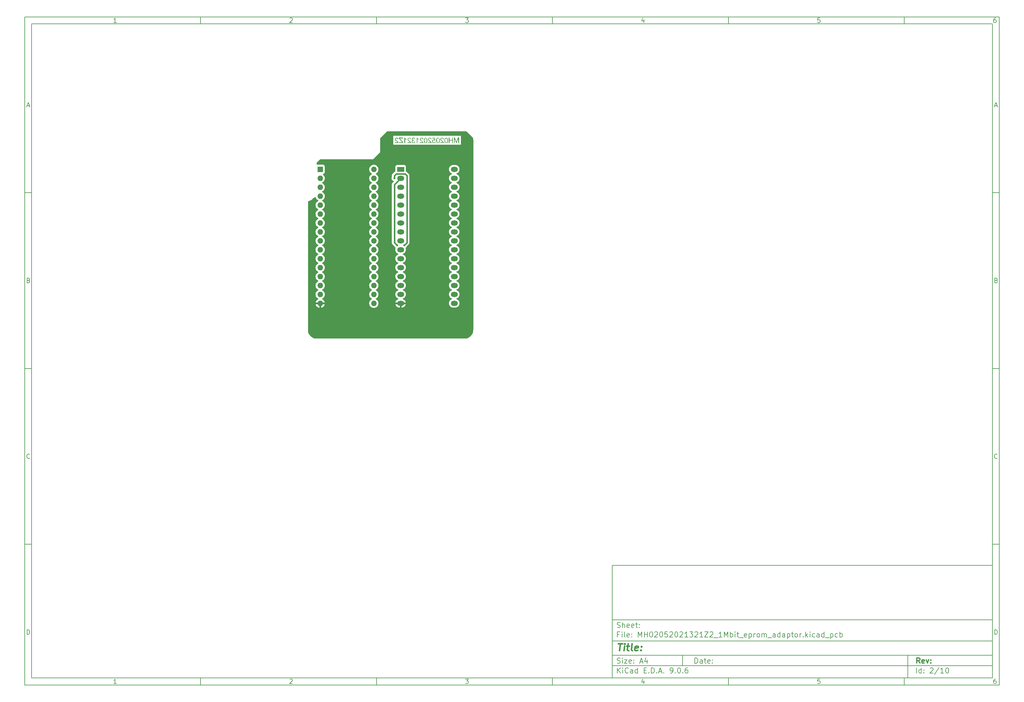
<source format=gbr>
%TF.GenerationSoftware,KiCad,Pcbnew,9.0.6*%
%TF.CreationDate,2026-01-11T11:31:52+09:00*%
%TF.ProjectId,MH02052021321Z2_1Mbit_eprom_adaptor,4d483032-3035-4323-9032-313332315a32,rev?*%
%TF.SameCoordinates,Original*%
%TF.FileFunction,Copper,L2,Bot*%
%TF.FilePolarity,Positive*%
%FSLAX46Y46*%
G04 Gerber Fmt 4.6, Leading zero omitted, Abs format (unit mm)*
G04 Created by KiCad (PCBNEW 9.0.6) date 2026-01-11 11:31:52*
%MOMM*%
%LPD*%
G01*
G04 APERTURE LIST*
%ADD10C,0.100000*%
%ADD11C,0.150000*%
%ADD12C,0.300000*%
%ADD13C,0.400000*%
%ADD14C,0.187500*%
%TA.AperFunction,ComponentPad*%
%ADD15R,1.600000X1.600000*%
%TD*%
%TA.AperFunction,ComponentPad*%
%ADD16O,1.600000X1.600000*%
%TD*%
%TA.AperFunction,ComponentPad*%
%ADD17R,2.000000X1.440000*%
%TD*%
%TA.AperFunction,ComponentPad*%
%ADD18O,2.000000X1.440000*%
%TD*%
%TA.AperFunction,ViaPad*%
%ADD19C,0.600000*%
%TD*%
%TA.AperFunction,Conductor*%
%ADD20C,0.400000*%
%TD*%
G04 APERTURE END LIST*
D10*
D11*
X177002200Y-166007200D02*
X285002200Y-166007200D01*
X285002200Y-198007200D01*
X177002200Y-198007200D01*
X177002200Y-166007200D01*
D10*
D11*
X10000000Y-10000000D02*
X287002200Y-10000000D01*
X287002200Y-200007200D01*
X10000000Y-200007200D01*
X10000000Y-10000000D01*
D10*
D11*
X12000000Y-12000000D02*
X285002200Y-12000000D01*
X285002200Y-198007200D01*
X12000000Y-198007200D01*
X12000000Y-12000000D01*
D10*
D11*
X60000000Y-12000000D02*
X60000000Y-10000000D01*
D10*
D11*
X110000000Y-12000000D02*
X110000000Y-10000000D01*
D10*
D11*
X160000000Y-12000000D02*
X160000000Y-10000000D01*
D10*
D11*
X210000000Y-12000000D02*
X210000000Y-10000000D01*
D10*
D11*
X260000000Y-12000000D02*
X260000000Y-10000000D01*
D10*
D11*
X36089160Y-11593604D02*
X35346303Y-11593604D01*
X35717731Y-11593604D02*
X35717731Y-10293604D01*
X35717731Y-10293604D02*
X35593922Y-10479319D01*
X35593922Y-10479319D02*
X35470112Y-10603128D01*
X35470112Y-10603128D02*
X35346303Y-10665033D01*
D10*
D11*
X85346303Y-10417414D02*
X85408207Y-10355509D01*
X85408207Y-10355509D02*
X85532017Y-10293604D01*
X85532017Y-10293604D02*
X85841541Y-10293604D01*
X85841541Y-10293604D02*
X85965350Y-10355509D01*
X85965350Y-10355509D02*
X86027255Y-10417414D01*
X86027255Y-10417414D02*
X86089160Y-10541223D01*
X86089160Y-10541223D02*
X86089160Y-10665033D01*
X86089160Y-10665033D02*
X86027255Y-10850747D01*
X86027255Y-10850747D02*
X85284398Y-11593604D01*
X85284398Y-11593604D02*
X86089160Y-11593604D01*
D10*
D11*
X135284398Y-10293604D02*
X136089160Y-10293604D01*
X136089160Y-10293604D02*
X135655826Y-10788842D01*
X135655826Y-10788842D02*
X135841541Y-10788842D01*
X135841541Y-10788842D02*
X135965350Y-10850747D01*
X135965350Y-10850747D02*
X136027255Y-10912652D01*
X136027255Y-10912652D02*
X136089160Y-11036461D01*
X136089160Y-11036461D02*
X136089160Y-11345985D01*
X136089160Y-11345985D02*
X136027255Y-11469795D01*
X136027255Y-11469795D02*
X135965350Y-11531700D01*
X135965350Y-11531700D02*
X135841541Y-11593604D01*
X135841541Y-11593604D02*
X135470112Y-11593604D01*
X135470112Y-11593604D02*
X135346303Y-11531700D01*
X135346303Y-11531700D02*
X135284398Y-11469795D01*
D10*
D11*
X185965350Y-10726938D02*
X185965350Y-11593604D01*
X185655826Y-10231700D02*
X185346303Y-11160271D01*
X185346303Y-11160271D02*
X186151064Y-11160271D01*
D10*
D11*
X236027255Y-10293604D02*
X235408207Y-10293604D01*
X235408207Y-10293604D02*
X235346303Y-10912652D01*
X235346303Y-10912652D02*
X235408207Y-10850747D01*
X235408207Y-10850747D02*
X235532017Y-10788842D01*
X235532017Y-10788842D02*
X235841541Y-10788842D01*
X235841541Y-10788842D02*
X235965350Y-10850747D01*
X235965350Y-10850747D02*
X236027255Y-10912652D01*
X236027255Y-10912652D02*
X236089160Y-11036461D01*
X236089160Y-11036461D02*
X236089160Y-11345985D01*
X236089160Y-11345985D02*
X236027255Y-11469795D01*
X236027255Y-11469795D02*
X235965350Y-11531700D01*
X235965350Y-11531700D02*
X235841541Y-11593604D01*
X235841541Y-11593604D02*
X235532017Y-11593604D01*
X235532017Y-11593604D02*
X235408207Y-11531700D01*
X235408207Y-11531700D02*
X235346303Y-11469795D01*
D10*
D11*
X285965350Y-10293604D02*
X285717731Y-10293604D01*
X285717731Y-10293604D02*
X285593922Y-10355509D01*
X285593922Y-10355509D02*
X285532017Y-10417414D01*
X285532017Y-10417414D02*
X285408207Y-10603128D01*
X285408207Y-10603128D02*
X285346303Y-10850747D01*
X285346303Y-10850747D02*
X285346303Y-11345985D01*
X285346303Y-11345985D02*
X285408207Y-11469795D01*
X285408207Y-11469795D02*
X285470112Y-11531700D01*
X285470112Y-11531700D02*
X285593922Y-11593604D01*
X285593922Y-11593604D02*
X285841541Y-11593604D01*
X285841541Y-11593604D02*
X285965350Y-11531700D01*
X285965350Y-11531700D02*
X286027255Y-11469795D01*
X286027255Y-11469795D02*
X286089160Y-11345985D01*
X286089160Y-11345985D02*
X286089160Y-11036461D01*
X286089160Y-11036461D02*
X286027255Y-10912652D01*
X286027255Y-10912652D02*
X285965350Y-10850747D01*
X285965350Y-10850747D02*
X285841541Y-10788842D01*
X285841541Y-10788842D02*
X285593922Y-10788842D01*
X285593922Y-10788842D02*
X285470112Y-10850747D01*
X285470112Y-10850747D02*
X285408207Y-10912652D01*
X285408207Y-10912652D02*
X285346303Y-11036461D01*
D10*
D11*
X60000000Y-198007200D02*
X60000000Y-200007200D01*
D10*
D11*
X110000000Y-198007200D02*
X110000000Y-200007200D01*
D10*
D11*
X160000000Y-198007200D02*
X160000000Y-200007200D01*
D10*
D11*
X210000000Y-198007200D02*
X210000000Y-200007200D01*
D10*
D11*
X260000000Y-198007200D02*
X260000000Y-200007200D01*
D10*
D11*
X36089160Y-199600804D02*
X35346303Y-199600804D01*
X35717731Y-199600804D02*
X35717731Y-198300804D01*
X35717731Y-198300804D02*
X35593922Y-198486519D01*
X35593922Y-198486519D02*
X35470112Y-198610328D01*
X35470112Y-198610328D02*
X35346303Y-198672233D01*
D10*
D11*
X85346303Y-198424614D02*
X85408207Y-198362709D01*
X85408207Y-198362709D02*
X85532017Y-198300804D01*
X85532017Y-198300804D02*
X85841541Y-198300804D01*
X85841541Y-198300804D02*
X85965350Y-198362709D01*
X85965350Y-198362709D02*
X86027255Y-198424614D01*
X86027255Y-198424614D02*
X86089160Y-198548423D01*
X86089160Y-198548423D02*
X86089160Y-198672233D01*
X86089160Y-198672233D02*
X86027255Y-198857947D01*
X86027255Y-198857947D02*
X85284398Y-199600804D01*
X85284398Y-199600804D02*
X86089160Y-199600804D01*
D10*
D11*
X135284398Y-198300804D02*
X136089160Y-198300804D01*
X136089160Y-198300804D02*
X135655826Y-198796042D01*
X135655826Y-198796042D02*
X135841541Y-198796042D01*
X135841541Y-198796042D02*
X135965350Y-198857947D01*
X135965350Y-198857947D02*
X136027255Y-198919852D01*
X136027255Y-198919852D02*
X136089160Y-199043661D01*
X136089160Y-199043661D02*
X136089160Y-199353185D01*
X136089160Y-199353185D02*
X136027255Y-199476995D01*
X136027255Y-199476995D02*
X135965350Y-199538900D01*
X135965350Y-199538900D02*
X135841541Y-199600804D01*
X135841541Y-199600804D02*
X135470112Y-199600804D01*
X135470112Y-199600804D02*
X135346303Y-199538900D01*
X135346303Y-199538900D02*
X135284398Y-199476995D01*
D10*
D11*
X185965350Y-198734138D02*
X185965350Y-199600804D01*
X185655826Y-198238900D02*
X185346303Y-199167471D01*
X185346303Y-199167471D02*
X186151064Y-199167471D01*
D10*
D11*
X236027255Y-198300804D02*
X235408207Y-198300804D01*
X235408207Y-198300804D02*
X235346303Y-198919852D01*
X235346303Y-198919852D02*
X235408207Y-198857947D01*
X235408207Y-198857947D02*
X235532017Y-198796042D01*
X235532017Y-198796042D02*
X235841541Y-198796042D01*
X235841541Y-198796042D02*
X235965350Y-198857947D01*
X235965350Y-198857947D02*
X236027255Y-198919852D01*
X236027255Y-198919852D02*
X236089160Y-199043661D01*
X236089160Y-199043661D02*
X236089160Y-199353185D01*
X236089160Y-199353185D02*
X236027255Y-199476995D01*
X236027255Y-199476995D02*
X235965350Y-199538900D01*
X235965350Y-199538900D02*
X235841541Y-199600804D01*
X235841541Y-199600804D02*
X235532017Y-199600804D01*
X235532017Y-199600804D02*
X235408207Y-199538900D01*
X235408207Y-199538900D02*
X235346303Y-199476995D01*
D10*
D11*
X285965350Y-198300804D02*
X285717731Y-198300804D01*
X285717731Y-198300804D02*
X285593922Y-198362709D01*
X285593922Y-198362709D02*
X285532017Y-198424614D01*
X285532017Y-198424614D02*
X285408207Y-198610328D01*
X285408207Y-198610328D02*
X285346303Y-198857947D01*
X285346303Y-198857947D02*
X285346303Y-199353185D01*
X285346303Y-199353185D02*
X285408207Y-199476995D01*
X285408207Y-199476995D02*
X285470112Y-199538900D01*
X285470112Y-199538900D02*
X285593922Y-199600804D01*
X285593922Y-199600804D02*
X285841541Y-199600804D01*
X285841541Y-199600804D02*
X285965350Y-199538900D01*
X285965350Y-199538900D02*
X286027255Y-199476995D01*
X286027255Y-199476995D02*
X286089160Y-199353185D01*
X286089160Y-199353185D02*
X286089160Y-199043661D01*
X286089160Y-199043661D02*
X286027255Y-198919852D01*
X286027255Y-198919852D02*
X285965350Y-198857947D01*
X285965350Y-198857947D02*
X285841541Y-198796042D01*
X285841541Y-198796042D02*
X285593922Y-198796042D01*
X285593922Y-198796042D02*
X285470112Y-198857947D01*
X285470112Y-198857947D02*
X285408207Y-198919852D01*
X285408207Y-198919852D02*
X285346303Y-199043661D01*
D10*
D11*
X10000000Y-60000000D02*
X12000000Y-60000000D01*
D10*
D11*
X10000000Y-110000000D02*
X12000000Y-110000000D01*
D10*
D11*
X10000000Y-160000000D02*
X12000000Y-160000000D01*
D10*
D11*
X10690476Y-35222176D02*
X11309523Y-35222176D01*
X10566666Y-35593604D02*
X10999999Y-34293604D01*
X10999999Y-34293604D02*
X11433333Y-35593604D01*
D10*
D11*
X11092857Y-84912652D02*
X11278571Y-84974557D01*
X11278571Y-84974557D02*
X11340476Y-85036461D01*
X11340476Y-85036461D02*
X11402380Y-85160271D01*
X11402380Y-85160271D02*
X11402380Y-85345985D01*
X11402380Y-85345985D02*
X11340476Y-85469795D01*
X11340476Y-85469795D02*
X11278571Y-85531700D01*
X11278571Y-85531700D02*
X11154761Y-85593604D01*
X11154761Y-85593604D02*
X10659523Y-85593604D01*
X10659523Y-85593604D02*
X10659523Y-84293604D01*
X10659523Y-84293604D02*
X11092857Y-84293604D01*
X11092857Y-84293604D02*
X11216666Y-84355509D01*
X11216666Y-84355509D02*
X11278571Y-84417414D01*
X11278571Y-84417414D02*
X11340476Y-84541223D01*
X11340476Y-84541223D02*
X11340476Y-84665033D01*
X11340476Y-84665033D02*
X11278571Y-84788842D01*
X11278571Y-84788842D02*
X11216666Y-84850747D01*
X11216666Y-84850747D02*
X11092857Y-84912652D01*
X11092857Y-84912652D02*
X10659523Y-84912652D01*
D10*
D11*
X11402380Y-135469795D02*
X11340476Y-135531700D01*
X11340476Y-135531700D02*
X11154761Y-135593604D01*
X11154761Y-135593604D02*
X11030952Y-135593604D01*
X11030952Y-135593604D02*
X10845238Y-135531700D01*
X10845238Y-135531700D02*
X10721428Y-135407890D01*
X10721428Y-135407890D02*
X10659523Y-135284080D01*
X10659523Y-135284080D02*
X10597619Y-135036461D01*
X10597619Y-135036461D02*
X10597619Y-134850747D01*
X10597619Y-134850747D02*
X10659523Y-134603128D01*
X10659523Y-134603128D02*
X10721428Y-134479319D01*
X10721428Y-134479319D02*
X10845238Y-134355509D01*
X10845238Y-134355509D02*
X11030952Y-134293604D01*
X11030952Y-134293604D02*
X11154761Y-134293604D01*
X11154761Y-134293604D02*
X11340476Y-134355509D01*
X11340476Y-134355509D02*
X11402380Y-134417414D01*
D10*
D11*
X10659523Y-185593604D02*
X10659523Y-184293604D01*
X10659523Y-184293604D02*
X10969047Y-184293604D01*
X10969047Y-184293604D02*
X11154761Y-184355509D01*
X11154761Y-184355509D02*
X11278571Y-184479319D01*
X11278571Y-184479319D02*
X11340476Y-184603128D01*
X11340476Y-184603128D02*
X11402380Y-184850747D01*
X11402380Y-184850747D02*
X11402380Y-185036461D01*
X11402380Y-185036461D02*
X11340476Y-185284080D01*
X11340476Y-185284080D02*
X11278571Y-185407890D01*
X11278571Y-185407890D02*
X11154761Y-185531700D01*
X11154761Y-185531700D02*
X10969047Y-185593604D01*
X10969047Y-185593604D02*
X10659523Y-185593604D01*
D10*
D11*
X287002200Y-60000000D02*
X285002200Y-60000000D01*
D10*
D11*
X287002200Y-110000000D02*
X285002200Y-110000000D01*
D10*
D11*
X287002200Y-160000000D02*
X285002200Y-160000000D01*
D10*
D11*
X285692676Y-35222176D02*
X286311723Y-35222176D01*
X285568866Y-35593604D02*
X286002199Y-34293604D01*
X286002199Y-34293604D02*
X286435533Y-35593604D01*
D10*
D11*
X286095057Y-84912652D02*
X286280771Y-84974557D01*
X286280771Y-84974557D02*
X286342676Y-85036461D01*
X286342676Y-85036461D02*
X286404580Y-85160271D01*
X286404580Y-85160271D02*
X286404580Y-85345985D01*
X286404580Y-85345985D02*
X286342676Y-85469795D01*
X286342676Y-85469795D02*
X286280771Y-85531700D01*
X286280771Y-85531700D02*
X286156961Y-85593604D01*
X286156961Y-85593604D02*
X285661723Y-85593604D01*
X285661723Y-85593604D02*
X285661723Y-84293604D01*
X285661723Y-84293604D02*
X286095057Y-84293604D01*
X286095057Y-84293604D02*
X286218866Y-84355509D01*
X286218866Y-84355509D02*
X286280771Y-84417414D01*
X286280771Y-84417414D02*
X286342676Y-84541223D01*
X286342676Y-84541223D02*
X286342676Y-84665033D01*
X286342676Y-84665033D02*
X286280771Y-84788842D01*
X286280771Y-84788842D02*
X286218866Y-84850747D01*
X286218866Y-84850747D02*
X286095057Y-84912652D01*
X286095057Y-84912652D02*
X285661723Y-84912652D01*
D10*
D11*
X286404580Y-135469795D02*
X286342676Y-135531700D01*
X286342676Y-135531700D02*
X286156961Y-135593604D01*
X286156961Y-135593604D02*
X286033152Y-135593604D01*
X286033152Y-135593604D02*
X285847438Y-135531700D01*
X285847438Y-135531700D02*
X285723628Y-135407890D01*
X285723628Y-135407890D02*
X285661723Y-135284080D01*
X285661723Y-135284080D02*
X285599819Y-135036461D01*
X285599819Y-135036461D02*
X285599819Y-134850747D01*
X285599819Y-134850747D02*
X285661723Y-134603128D01*
X285661723Y-134603128D02*
X285723628Y-134479319D01*
X285723628Y-134479319D02*
X285847438Y-134355509D01*
X285847438Y-134355509D02*
X286033152Y-134293604D01*
X286033152Y-134293604D02*
X286156961Y-134293604D01*
X286156961Y-134293604D02*
X286342676Y-134355509D01*
X286342676Y-134355509D02*
X286404580Y-134417414D01*
D10*
D11*
X285661723Y-185593604D02*
X285661723Y-184293604D01*
X285661723Y-184293604D02*
X285971247Y-184293604D01*
X285971247Y-184293604D02*
X286156961Y-184355509D01*
X286156961Y-184355509D02*
X286280771Y-184479319D01*
X286280771Y-184479319D02*
X286342676Y-184603128D01*
X286342676Y-184603128D02*
X286404580Y-184850747D01*
X286404580Y-184850747D02*
X286404580Y-185036461D01*
X286404580Y-185036461D02*
X286342676Y-185284080D01*
X286342676Y-185284080D02*
X286280771Y-185407890D01*
X286280771Y-185407890D02*
X286156961Y-185531700D01*
X286156961Y-185531700D02*
X285971247Y-185593604D01*
X285971247Y-185593604D02*
X285661723Y-185593604D01*
D10*
D11*
X200458026Y-193793328D02*
X200458026Y-192293328D01*
X200458026Y-192293328D02*
X200815169Y-192293328D01*
X200815169Y-192293328D02*
X201029455Y-192364757D01*
X201029455Y-192364757D02*
X201172312Y-192507614D01*
X201172312Y-192507614D02*
X201243741Y-192650471D01*
X201243741Y-192650471D02*
X201315169Y-192936185D01*
X201315169Y-192936185D02*
X201315169Y-193150471D01*
X201315169Y-193150471D02*
X201243741Y-193436185D01*
X201243741Y-193436185D02*
X201172312Y-193579042D01*
X201172312Y-193579042D02*
X201029455Y-193721900D01*
X201029455Y-193721900D02*
X200815169Y-193793328D01*
X200815169Y-193793328D02*
X200458026Y-193793328D01*
X202600884Y-193793328D02*
X202600884Y-193007614D01*
X202600884Y-193007614D02*
X202529455Y-192864757D01*
X202529455Y-192864757D02*
X202386598Y-192793328D01*
X202386598Y-192793328D02*
X202100884Y-192793328D01*
X202100884Y-192793328D02*
X201958026Y-192864757D01*
X202600884Y-193721900D02*
X202458026Y-193793328D01*
X202458026Y-193793328D02*
X202100884Y-193793328D01*
X202100884Y-193793328D02*
X201958026Y-193721900D01*
X201958026Y-193721900D02*
X201886598Y-193579042D01*
X201886598Y-193579042D02*
X201886598Y-193436185D01*
X201886598Y-193436185D02*
X201958026Y-193293328D01*
X201958026Y-193293328D02*
X202100884Y-193221900D01*
X202100884Y-193221900D02*
X202458026Y-193221900D01*
X202458026Y-193221900D02*
X202600884Y-193150471D01*
X203100884Y-192793328D02*
X203672312Y-192793328D01*
X203315169Y-192293328D02*
X203315169Y-193579042D01*
X203315169Y-193579042D02*
X203386598Y-193721900D01*
X203386598Y-193721900D02*
X203529455Y-193793328D01*
X203529455Y-193793328D02*
X203672312Y-193793328D01*
X204743741Y-193721900D02*
X204600884Y-193793328D01*
X204600884Y-193793328D02*
X204315170Y-193793328D01*
X204315170Y-193793328D02*
X204172312Y-193721900D01*
X204172312Y-193721900D02*
X204100884Y-193579042D01*
X204100884Y-193579042D02*
X204100884Y-193007614D01*
X204100884Y-193007614D02*
X204172312Y-192864757D01*
X204172312Y-192864757D02*
X204315170Y-192793328D01*
X204315170Y-192793328D02*
X204600884Y-192793328D01*
X204600884Y-192793328D02*
X204743741Y-192864757D01*
X204743741Y-192864757D02*
X204815170Y-193007614D01*
X204815170Y-193007614D02*
X204815170Y-193150471D01*
X204815170Y-193150471D02*
X204100884Y-193293328D01*
X205458026Y-193650471D02*
X205529455Y-193721900D01*
X205529455Y-193721900D02*
X205458026Y-193793328D01*
X205458026Y-193793328D02*
X205386598Y-193721900D01*
X205386598Y-193721900D02*
X205458026Y-193650471D01*
X205458026Y-193650471D02*
X205458026Y-193793328D01*
X205458026Y-192864757D02*
X205529455Y-192936185D01*
X205529455Y-192936185D02*
X205458026Y-193007614D01*
X205458026Y-193007614D02*
X205386598Y-192936185D01*
X205386598Y-192936185D02*
X205458026Y-192864757D01*
X205458026Y-192864757D02*
X205458026Y-193007614D01*
D10*
D11*
X177002200Y-194507200D02*
X285002200Y-194507200D01*
D10*
D11*
X178458026Y-196593328D02*
X178458026Y-195093328D01*
X179315169Y-196593328D02*
X178672312Y-195736185D01*
X179315169Y-195093328D02*
X178458026Y-195950471D01*
X179958026Y-196593328D02*
X179958026Y-195593328D01*
X179958026Y-195093328D02*
X179886598Y-195164757D01*
X179886598Y-195164757D02*
X179958026Y-195236185D01*
X179958026Y-195236185D02*
X180029455Y-195164757D01*
X180029455Y-195164757D02*
X179958026Y-195093328D01*
X179958026Y-195093328D02*
X179958026Y-195236185D01*
X181529455Y-196450471D02*
X181458027Y-196521900D01*
X181458027Y-196521900D02*
X181243741Y-196593328D01*
X181243741Y-196593328D02*
X181100884Y-196593328D01*
X181100884Y-196593328D02*
X180886598Y-196521900D01*
X180886598Y-196521900D02*
X180743741Y-196379042D01*
X180743741Y-196379042D02*
X180672312Y-196236185D01*
X180672312Y-196236185D02*
X180600884Y-195950471D01*
X180600884Y-195950471D02*
X180600884Y-195736185D01*
X180600884Y-195736185D02*
X180672312Y-195450471D01*
X180672312Y-195450471D02*
X180743741Y-195307614D01*
X180743741Y-195307614D02*
X180886598Y-195164757D01*
X180886598Y-195164757D02*
X181100884Y-195093328D01*
X181100884Y-195093328D02*
X181243741Y-195093328D01*
X181243741Y-195093328D02*
X181458027Y-195164757D01*
X181458027Y-195164757D02*
X181529455Y-195236185D01*
X182815170Y-196593328D02*
X182815170Y-195807614D01*
X182815170Y-195807614D02*
X182743741Y-195664757D01*
X182743741Y-195664757D02*
X182600884Y-195593328D01*
X182600884Y-195593328D02*
X182315170Y-195593328D01*
X182315170Y-195593328D02*
X182172312Y-195664757D01*
X182815170Y-196521900D02*
X182672312Y-196593328D01*
X182672312Y-196593328D02*
X182315170Y-196593328D01*
X182315170Y-196593328D02*
X182172312Y-196521900D01*
X182172312Y-196521900D02*
X182100884Y-196379042D01*
X182100884Y-196379042D02*
X182100884Y-196236185D01*
X182100884Y-196236185D02*
X182172312Y-196093328D01*
X182172312Y-196093328D02*
X182315170Y-196021900D01*
X182315170Y-196021900D02*
X182672312Y-196021900D01*
X182672312Y-196021900D02*
X182815170Y-195950471D01*
X184172313Y-196593328D02*
X184172313Y-195093328D01*
X184172313Y-196521900D02*
X184029455Y-196593328D01*
X184029455Y-196593328D02*
X183743741Y-196593328D01*
X183743741Y-196593328D02*
X183600884Y-196521900D01*
X183600884Y-196521900D02*
X183529455Y-196450471D01*
X183529455Y-196450471D02*
X183458027Y-196307614D01*
X183458027Y-196307614D02*
X183458027Y-195879042D01*
X183458027Y-195879042D02*
X183529455Y-195736185D01*
X183529455Y-195736185D02*
X183600884Y-195664757D01*
X183600884Y-195664757D02*
X183743741Y-195593328D01*
X183743741Y-195593328D02*
X184029455Y-195593328D01*
X184029455Y-195593328D02*
X184172313Y-195664757D01*
X186029455Y-195807614D02*
X186529455Y-195807614D01*
X186743741Y-196593328D02*
X186029455Y-196593328D01*
X186029455Y-196593328D02*
X186029455Y-195093328D01*
X186029455Y-195093328D02*
X186743741Y-195093328D01*
X187386598Y-196450471D02*
X187458027Y-196521900D01*
X187458027Y-196521900D02*
X187386598Y-196593328D01*
X187386598Y-196593328D02*
X187315170Y-196521900D01*
X187315170Y-196521900D02*
X187386598Y-196450471D01*
X187386598Y-196450471D02*
X187386598Y-196593328D01*
X188100884Y-196593328D02*
X188100884Y-195093328D01*
X188100884Y-195093328D02*
X188458027Y-195093328D01*
X188458027Y-195093328D02*
X188672313Y-195164757D01*
X188672313Y-195164757D02*
X188815170Y-195307614D01*
X188815170Y-195307614D02*
X188886599Y-195450471D01*
X188886599Y-195450471D02*
X188958027Y-195736185D01*
X188958027Y-195736185D02*
X188958027Y-195950471D01*
X188958027Y-195950471D02*
X188886599Y-196236185D01*
X188886599Y-196236185D02*
X188815170Y-196379042D01*
X188815170Y-196379042D02*
X188672313Y-196521900D01*
X188672313Y-196521900D02*
X188458027Y-196593328D01*
X188458027Y-196593328D02*
X188100884Y-196593328D01*
X189600884Y-196450471D02*
X189672313Y-196521900D01*
X189672313Y-196521900D02*
X189600884Y-196593328D01*
X189600884Y-196593328D02*
X189529456Y-196521900D01*
X189529456Y-196521900D02*
X189600884Y-196450471D01*
X189600884Y-196450471D02*
X189600884Y-196593328D01*
X190243742Y-196164757D02*
X190958028Y-196164757D01*
X190100885Y-196593328D02*
X190600885Y-195093328D01*
X190600885Y-195093328D02*
X191100885Y-196593328D01*
X191600884Y-196450471D02*
X191672313Y-196521900D01*
X191672313Y-196521900D02*
X191600884Y-196593328D01*
X191600884Y-196593328D02*
X191529456Y-196521900D01*
X191529456Y-196521900D02*
X191600884Y-196450471D01*
X191600884Y-196450471D02*
X191600884Y-196593328D01*
X193529456Y-196593328D02*
X193815170Y-196593328D01*
X193815170Y-196593328D02*
X193958027Y-196521900D01*
X193958027Y-196521900D02*
X194029456Y-196450471D01*
X194029456Y-196450471D02*
X194172313Y-196236185D01*
X194172313Y-196236185D02*
X194243742Y-195950471D01*
X194243742Y-195950471D02*
X194243742Y-195379042D01*
X194243742Y-195379042D02*
X194172313Y-195236185D01*
X194172313Y-195236185D02*
X194100885Y-195164757D01*
X194100885Y-195164757D02*
X193958027Y-195093328D01*
X193958027Y-195093328D02*
X193672313Y-195093328D01*
X193672313Y-195093328D02*
X193529456Y-195164757D01*
X193529456Y-195164757D02*
X193458027Y-195236185D01*
X193458027Y-195236185D02*
X193386599Y-195379042D01*
X193386599Y-195379042D02*
X193386599Y-195736185D01*
X193386599Y-195736185D02*
X193458027Y-195879042D01*
X193458027Y-195879042D02*
X193529456Y-195950471D01*
X193529456Y-195950471D02*
X193672313Y-196021900D01*
X193672313Y-196021900D02*
X193958027Y-196021900D01*
X193958027Y-196021900D02*
X194100885Y-195950471D01*
X194100885Y-195950471D02*
X194172313Y-195879042D01*
X194172313Y-195879042D02*
X194243742Y-195736185D01*
X194886598Y-196450471D02*
X194958027Y-196521900D01*
X194958027Y-196521900D02*
X194886598Y-196593328D01*
X194886598Y-196593328D02*
X194815170Y-196521900D01*
X194815170Y-196521900D02*
X194886598Y-196450471D01*
X194886598Y-196450471D02*
X194886598Y-196593328D01*
X195886599Y-195093328D02*
X196029456Y-195093328D01*
X196029456Y-195093328D02*
X196172313Y-195164757D01*
X196172313Y-195164757D02*
X196243742Y-195236185D01*
X196243742Y-195236185D02*
X196315170Y-195379042D01*
X196315170Y-195379042D02*
X196386599Y-195664757D01*
X196386599Y-195664757D02*
X196386599Y-196021900D01*
X196386599Y-196021900D02*
X196315170Y-196307614D01*
X196315170Y-196307614D02*
X196243742Y-196450471D01*
X196243742Y-196450471D02*
X196172313Y-196521900D01*
X196172313Y-196521900D02*
X196029456Y-196593328D01*
X196029456Y-196593328D02*
X195886599Y-196593328D01*
X195886599Y-196593328D02*
X195743742Y-196521900D01*
X195743742Y-196521900D02*
X195672313Y-196450471D01*
X195672313Y-196450471D02*
X195600884Y-196307614D01*
X195600884Y-196307614D02*
X195529456Y-196021900D01*
X195529456Y-196021900D02*
X195529456Y-195664757D01*
X195529456Y-195664757D02*
X195600884Y-195379042D01*
X195600884Y-195379042D02*
X195672313Y-195236185D01*
X195672313Y-195236185D02*
X195743742Y-195164757D01*
X195743742Y-195164757D02*
X195886599Y-195093328D01*
X197029455Y-196450471D02*
X197100884Y-196521900D01*
X197100884Y-196521900D02*
X197029455Y-196593328D01*
X197029455Y-196593328D02*
X196958027Y-196521900D01*
X196958027Y-196521900D02*
X197029455Y-196450471D01*
X197029455Y-196450471D02*
X197029455Y-196593328D01*
X198386599Y-195093328D02*
X198100884Y-195093328D01*
X198100884Y-195093328D02*
X197958027Y-195164757D01*
X197958027Y-195164757D02*
X197886599Y-195236185D01*
X197886599Y-195236185D02*
X197743741Y-195450471D01*
X197743741Y-195450471D02*
X197672313Y-195736185D01*
X197672313Y-195736185D02*
X197672313Y-196307614D01*
X197672313Y-196307614D02*
X197743741Y-196450471D01*
X197743741Y-196450471D02*
X197815170Y-196521900D01*
X197815170Y-196521900D02*
X197958027Y-196593328D01*
X197958027Y-196593328D02*
X198243741Y-196593328D01*
X198243741Y-196593328D02*
X198386599Y-196521900D01*
X198386599Y-196521900D02*
X198458027Y-196450471D01*
X198458027Y-196450471D02*
X198529456Y-196307614D01*
X198529456Y-196307614D02*
X198529456Y-195950471D01*
X198529456Y-195950471D02*
X198458027Y-195807614D01*
X198458027Y-195807614D02*
X198386599Y-195736185D01*
X198386599Y-195736185D02*
X198243741Y-195664757D01*
X198243741Y-195664757D02*
X197958027Y-195664757D01*
X197958027Y-195664757D02*
X197815170Y-195736185D01*
X197815170Y-195736185D02*
X197743741Y-195807614D01*
X197743741Y-195807614D02*
X197672313Y-195950471D01*
D10*
D11*
X177002200Y-191507200D02*
X285002200Y-191507200D01*
D10*
D12*
X264413853Y-193785528D02*
X263913853Y-193071242D01*
X263556710Y-193785528D02*
X263556710Y-192285528D01*
X263556710Y-192285528D02*
X264128139Y-192285528D01*
X264128139Y-192285528D02*
X264270996Y-192356957D01*
X264270996Y-192356957D02*
X264342425Y-192428385D01*
X264342425Y-192428385D02*
X264413853Y-192571242D01*
X264413853Y-192571242D02*
X264413853Y-192785528D01*
X264413853Y-192785528D02*
X264342425Y-192928385D01*
X264342425Y-192928385D02*
X264270996Y-192999814D01*
X264270996Y-192999814D02*
X264128139Y-193071242D01*
X264128139Y-193071242D02*
X263556710Y-193071242D01*
X265628139Y-193714100D02*
X265485282Y-193785528D01*
X265485282Y-193785528D02*
X265199568Y-193785528D01*
X265199568Y-193785528D02*
X265056710Y-193714100D01*
X265056710Y-193714100D02*
X264985282Y-193571242D01*
X264985282Y-193571242D02*
X264985282Y-192999814D01*
X264985282Y-192999814D02*
X265056710Y-192856957D01*
X265056710Y-192856957D02*
X265199568Y-192785528D01*
X265199568Y-192785528D02*
X265485282Y-192785528D01*
X265485282Y-192785528D02*
X265628139Y-192856957D01*
X265628139Y-192856957D02*
X265699568Y-192999814D01*
X265699568Y-192999814D02*
X265699568Y-193142671D01*
X265699568Y-193142671D02*
X264985282Y-193285528D01*
X266199567Y-192785528D02*
X266556710Y-193785528D01*
X266556710Y-193785528D02*
X266913853Y-192785528D01*
X267485281Y-193642671D02*
X267556710Y-193714100D01*
X267556710Y-193714100D02*
X267485281Y-193785528D01*
X267485281Y-193785528D02*
X267413853Y-193714100D01*
X267413853Y-193714100D02*
X267485281Y-193642671D01*
X267485281Y-193642671D02*
X267485281Y-193785528D01*
X267485281Y-192856957D02*
X267556710Y-192928385D01*
X267556710Y-192928385D02*
X267485281Y-192999814D01*
X267485281Y-192999814D02*
X267413853Y-192928385D01*
X267413853Y-192928385D02*
X267485281Y-192856957D01*
X267485281Y-192856957D02*
X267485281Y-192999814D01*
D10*
D11*
X178386598Y-193721900D02*
X178600884Y-193793328D01*
X178600884Y-193793328D02*
X178958026Y-193793328D01*
X178958026Y-193793328D02*
X179100884Y-193721900D01*
X179100884Y-193721900D02*
X179172312Y-193650471D01*
X179172312Y-193650471D02*
X179243741Y-193507614D01*
X179243741Y-193507614D02*
X179243741Y-193364757D01*
X179243741Y-193364757D02*
X179172312Y-193221900D01*
X179172312Y-193221900D02*
X179100884Y-193150471D01*
X179100884Y-193150471D02*
X178958026Y-193079042D01*
X178958026Y-193079042D02*
X178672312Y-193007614D01*
X178672312Y-193007614D02*
X178529455Y-192936185D01*
X178529455Y-192936185D02*
X178458026Y-192864757D01*
X178458026Y-192864757D02*
X178386598Y-192721900D01*
X178386598Y-192721900D02*
X178386598Y-192579042D01*
X178386598Y-192579042D02*
X178458026Y-192436185D01*
X178458026Y-192436185D02*
X178529455Y-192364757D01*
X178529455Y-192364757D02*
X178672312Y-192293328D01*
X178672312Y-192293328D02*
X179029455Y-192293328D01*
X179029455Y-192293328D02*
X179243741Y-192364757D01*
X179886597Y-193793328D02*
X179886597Y-192793328D01*
X179886597Y-192293328D02*
X179815169Y-192364757D01*
X179815169Y-192364757D02*
X179886597Y-192436185D01*
X179886597Y-192436185D02*
X179958026Y-192364757D01*
X179958026Y-192364757D02*
X179886597Y-192293328D01*
X179886597Y-192293328D02*
X179886597Y-192436185D01*
X180458026Y-192793328D02*
X181243741Y-192793328D01*
X181243741Y-192793328D02*
X180458026Y-193793328D01*
X180458026Y-193793328D02*
X181243741Y-193793328D01*
X182386598Y-193721900D02*
X182243741Y-193793328D01*
X182243741Y-193793328D02*
X181958027Y-193793328D01*
X181958027Y-193793328D02*
X181815169Y-193721900D01*
X181815169Y-193721900D02*
X181743741Y-193579042D01*
X181743741Y-193579042D02*
X181743741Y-193007614D01*
X181743741Y-193007614D02*
X181815169Y-192864757D01*
X181815169Y-192864757D02*
X181958027Y-192793328D01*
X181958027Y-192793328D02*
X182243741Y-192793328D01*
X182243741Y-192793328D02*
X182386598Y-192864757D01*
X182386598Y-192864757D02*
X182458027Y-193007614D01*
X182458027Y-193007614D02*
X182458027Y-193150471D01*
X182458027Y-193150471D02*
X181743741Y-193293328D01*
X183100883Y-193650471D02*
X183172312Y-193721900D01*
X183172312Y-193721900D02*
X183100883Y-193793328D01*
X183100883Y-193793328D02*
X183029455Y-193721900D01*
X183029455Y-193721900D02*
X183100883Y-193650471D01*
X183100883Y-193650471D02*
X183100883Y-193793328D01*
X183100883Y-192864757D02*
X183172312Y-192936185D01*
X183172312Y-192936185D02*
X183100883Y-193007614D01*
X183100883Y-193007614D02*
X183029455Y-192936185D01*
X183029455Y-192936185D02*
X183100883Y-192864757D01*
X183100883Y-192864757D02*
X183100883Y-193007614D01*
X184886598Y-193364757D02*
X185600884Y-193364757D01*
X184743741Y-193793328D02*
X185243741Y-192293328D01*
X185243741Y-192293328D02*
X185743741Y-193793328D01*
X186886598Y-192793328D02*
X186886598Y-193793328D01*
X186529455Y-192221900D02*
X186172312Y-193293328D01*
X186172312Y-193293328D02*
X187100883Y-193293328D01*
D10*
D11*
X263458026Y-196593328D02*
X263458026Y-195093328D01*
X264815170Y-196593328D02*
X264815170Y-195093328D01*
X264815170Y-196521900D02*
X264672312Y-196593328D01*
X264672312Y-196593328D02*
X264386598Y-196593328D01*
X264386598Y-196593328D02*
X264243741Y-196521900D01*
X264243741Y-196521900D02*
X264172312Y-196450471D01*
X264172312Y-196450471D02*
X264100884Y-196307614D01*
X264100884Y-196307614D02*
X264100884Y-195879042D01*
X264100884Y-195879042D02*
X264172312Y-195736185D01*
X264172312Y-195736185D02*
X264243741Y-195664757D01*
X264243741Y-195664757D02*
X264386598Y-195593328D01*
X264386598Y-195593328D02*
X264672312Y-195593328D01*
X264672312Y-195593328D02*
X264815170Y-195664757D01*
X265529455Y-196450471D02*
X265600884Y-196521900D01*
X265600884Y-196521900D02*
X265529455Y-196593328D01*
X265529455Y-196593328D02*
X265458027Y-196521900D01*
X265458027Y-196521900D02*
X265529455Y-196450471D01*
X265529455Y-196450471D02*
X265529455Y-196593328D01*
X265529455Y-195664757D02*
X265600884Y-195736185D01*
X265600884Y-195736185D02*
X265529455Y-195807614D01*
X265529455Y-195807614D02*
X265458027Y-195736185D01*
X265458027Y-195736185D02*
X265529455Y-195664757D01*
X265529455Y-195664757D02*
X265529455Y-195807614D01*
X267315170Y-195236185D02*
X267386598Y-195164757D01*
X267386598Y-195164757D02*
X267529456Y-195093328D01*
X267529456Y-195093328D02*
X267886598Y-195093328D01*
X267886598Y-195093328D02*
X268029456Y-195164757D01*
X268029456Y-195164757D02*
X268100884Y-195236185D01*
X268100884Y-195236185D02*
X268172313Y-195379042D01*
X268172313Y-195379042D02*
X268172313Y-195521900D01*
X268172313Y-195521900D02*
X268100884Y-195736185D01*
X268100884Y-195736185D02*
X267243741Y-196593328D01*
X267243741Y-196593328D02*
X268172313Y-196593328D01*
X269886598Y-195021900D02*
X268600884Y-196950471D01*
X271172313Y-196593328D02*
X270315170Y-196593328D01*
X270743741Y-196593328D02*
X270743741Y-195093328D01*
X270743741Y-195093328D02*
X270600884Y-195307614D01*
X270600884Y-195307614D02*
X270458027Y-195450471D01*
X270458027Y-195450471D02*
X270315170Y-195521900D01*
X272100884Y-195093328D02*
X272243741Y-195093328D01*
X272243741Y-195093328D02*
X272386598Y-195164757D01*
X272386598Y-195164757D02*
X272458027Y-195236185D01*
X272458027Y-195236185D02*
X272529455Y-195379042D01*
X272529455Y-195379042D02*
X272600884Y-195664757D01*
X272600884Y-195664757D02*
X272600884Y-196021900D01*
X272600884Y-196021900D02*
X272529455Y-196307614D01*
X272529455Y-196307614D02*
X272458027Y-196450471D01*
X272458027Y-196450471D02*
X272386598Y-196521900D01*
X272386598Y-196521900D02*
X272243741Y-196593328D01*
X272243741Y-196593328D02*
X272100884Y-196593328D01*
X272100884Y-196593328D02*
X271958027Y-196521900D01*
X271958027Y-196521900D02*
X271886598Y-196450471D01*
X271886598Y-196450471D02*
X271815169Y-196307614D01*
X271815169Y-196307614D02*
X271743741Y-196021900D01*
X271743741Y-196021900D02*
X271743741Y-195664757D01*
X271743741Y-195664757D02*
X271815169Y-195379042D01*
X271815169Y-195379042D02*
X271886598Y-195236185D01*
X271886598Y-195236185D02*
X271958027Y-195164757D01*
X271958027Y-195164757D02*
X272100884Y-195093328D01*
D10*
D11*
X177002200Y-187507200D02*
X285002200Y-187507200D01*
D10*
D13*
X178693928Y-188211638D02*
X179836785Y-188211638D01*
X179015357Y-190211638D02*
X179265357Y-188211638D01*
X180253452Y-190211638D02*
X180420119Y-188878304D01*
X180503452Y-188211638D02*
X180396309Y-188306876D01*
X180396309Y-188306876D02*
X180479643Y-188402114D01*
X180479643Y-188402114D02*
X180586786Y-188306876D01*
X180586786Y-188306876D02*
X180503452Y-188211638D01*
X180503452Y-188211638D02*
X180479643Y-188402114D01*
X181086786Y-188878304D02*
X181848690Y-188878304D01*
X181455833Y-188211638D02*
X181241548Y-189925923D01*
X181241548Y-189925923D02*
X181312976Y-190116400D01*
X181312976Y-190116400D02*
X181491548Y-190211638D01*
X181491548Y-190211638D02*
X181682024Y-190211638D01*
X182634405Y-190211638D02*
X182455833Y-190116400D01*
X182455833Y-190116400D02*
X182384405Y-189925923D01*
X182384405Y-189925923D02*
X182598690Y-188211638D01*
X184170119Y-190116400D02*
X183967738Y-190211638D01*
X183967738Y-190211638D02*
X183586785Y-190211638D01*
X183586785Y-190211638D02*
X183408214Y-190116400D01*
X183408214Y-190116400D02*
X183336785Y-189925923D01*
X183336785Y-189925923D02*
X183432024Y-189164019D01*
X183432024Y-189164019D02*
X183551071Y-188973542D01*
X183551071Y-188973542D02*
X183753452Y-188878304D01*
X183753452Y-188878304D02*
X184134404Y-188878304D01*
X184134404Y-188878304D02*
X184312976Y-188973542D01*
X184312976Y-188973542D02*
X184384404Y-189164019D01*
X184384404Y-189164019D02*
X184360595Y-189354495D01*
X184360595Y-189354495D02*
X183384404Y-189544971D01*
X185134405Y-190021161D02*
X185217738Y-190116400D01*
X185217738Y-190116400D02*
X185110595Y-190211638D01*
X185110595Y-190211638D02*
X185027262Y-190116400D01*
X185027262Y-190116400D02*
X185134405Y-190021161D01*
X185134405Y-190021161D02*
X185110595Y-190211638D01*
X185265357Y-188973542D02*
X185348690Y-189068780D01*
X185348690Y-189068780D02*
X185241548Y-189164019D01*
X185241548Y-189164019D02*
X185158214Y-189068780D01*
X185158214Y-189068780D02*
X185265357Y-188973542D01*
X185265357Y-188973542D02*
X185241548Y-189164019D01*
D10*
D11*
X178958026Y-185607614D02*
X178458026Y-185607614D01*
X178458026Y-186393328D02*
X178458026Y-184893328D01*
X178458026Y-184893328D02*
X179172312Y-184893328D01*
X179743740Y-186393328D02*
X179743740Y-185393328D01*
X179743740Y-184893328D02*
X179672312Y-184964757D01*
X179672312Y-184964757D02*
X179743740Y-185036185D01*
X179743740Y-185036185D02*
X179815169Y-184964757D01*
X179815169Y-184964757D02*
X179743740Y-184893328D01*
X179743740Y-184893328D02*
X179743740Y-185036185D01*
X180672312Y-186393328D02*
X180529455Y-186321900D01*
X180529455Y-186321900D02*
X180458026Y-186179042D01*
X180458026Y-186179042D02*
X180458026Y-184893328D01*
X181815169Y-186321900D02*
X181672312Y-186393328D01*
X181672312Y-186393328D02*
X181386598Y-186393328D01*
X181386598Y-186393328D02*
X181243740Y-186321900D01*
X181243740Y-186321900D02*
X181172312Y-186179042D01*
X181172312Y-186179042D02*
X181172312Y-185607614D01*
X181172312Y-185607614D02*
X181243740Y-185464757D01*
X181243740Y-185464757D02*
X181386598Y-185393328D01*
X181386598Y-185393328D02*
X181672312Y-185393328D01*
X181672312Y-185393328D02*
X181815169Y-185464757D01*
X181815169Y-185464757D02*
X181886598Y-185607614D01*
X181886598Y-185607614D02*
X181886598Y-185750471D01*
X181886598Y-185750471D02*
X181172312Y-185893328D01*
X182529454Y-186250471D02*
X182600883Y-186321900D01*
X182600883Y-186321900D02*
X182529454Y-186393328D01*
X182529454Y-186393328D02*
X182458026Y-186321900D01*
X182458026Y-186321900D02*
X182529454Y-186250471D01*
X182529454Y-186250471D02*
X182529454Y-186393328D01*
X182529454Y-185464757D02*
X182600883Y-185536185D01*
X182600883Y-185536185D02*
X182529454Y-185607614D01*
X182529454Y-185607614D02*
X182458026Y-185536185D01*
X182458026Y-185536185D02*
X182529454Y-185464757D01*
X182529454Y-185464757D02*
X182529454Y-185607614D01*
X184386597Y-186393328D02*
X184386597Y-184893328D01*
X184386597Y-184893328D02*
X184886597Y-185964757D01*
X184886597Y-185964757D02*
X185386597Y-184893328D01*
X185386597Y-184893328D02*
X185386597Y-186393328D01*
X186100883Y-186393328D02*
X186100883Y-184893328D01*
X186100883Y-185607614D02*
X186958026Y-185607614D01*
X186958026Y-186393328D02*
X186958026Y-184893328D01*
X187958027Y-184893328D02*
X188100884Y-184893328D01*
X188100884Y-184893328D02*
X188243741Y-184964757D01*
X188243741Y-184964757D02*
X188315170Y-185036185D01*
X188315170Y-185036185D02*
X188386598Y-185179042D01*
X188386598Y-185179042D02*
X188458027Y-185464757D01*
X188458027Y-185464757D02*
X188458027Y-185821900D01*
X188458027Y-185821900D02*
X188386598Y-186107614D01*
X188386598Y-186107614D02*
X188315170Y-186250471D01*
X188315170Y-186250471D02*
X188243741Y-186321900D01*
X188243741Y-186321900D02*
X188100884Y-186393328D01*
X188100884Y-186393328D02*
X187958027Y-186393328D01*
X187958027Y-186393328D02*
X187815170Y-186321900D01*
X187815170Y-186321900D02*
X187743741Y-186250471D01*
X187743741Y-186250471D02*
X187672312Y-186107614D01*
X187672312Y-186107614D02*
X187600884Y-185821900D01*
X187600884Y-185821900D02*
X187600884Y-185464757D01*
X187600884Y-185464757D02*
X187672312Y-185179042D01*
X187672312Y-185179042D02*
X187743741Y-185036185D01*
X187743741Y-185036185D02*
X187815170Y-184964757D01*
X187815170Y-184964757D02*
X187958027Y-184893328D01*
X189029455Y-185036185D02*
X189100883Y-184964757D01*
X189100883Y-184964757D02*
X189243741Y-184893328D01*
X189243741Y-184893328D02*
X189600883Y-184893328D01*
X189600883Y-184893328D02*
X189743741Y-184964757D01*
X189743741Y-184964757D02*
X189815169Y-185036185D01*
X189815169Y-185036185D02*
X189886598Y-185179042D01*
X189886598Y-185179042D02*
X189886598Y-185321900D01*
X189886598Y-185321900D02*
X189815169Y-185536185D01*
X189815169Y-185536185D02*
X188958026Y-186393328D01*
X188958026Y-186393328D02*
X189886598Y-186393328D01*
X190815169Y-184893328D02*
X190958026Y-184893328D01*
X190958026Y-184893328D02*
X191100883Y-184964757D01*
X191100883Y-184964757D02*
X191172312Y-185036185D01*
X191172312Y-185036185D02*
X191243740Y-185179042D01*
X191243740Y-185179042D02*
X191315169Y-185464757D01*
X191315169Y-185464757D02*
X191315169Y-185821900D01*
X191315169Y-185821900D02*
X191243740Y-186107614D01*
X191243740Y-186107614D02*
X191172312Y-186250471D01*
X191172312Y-186250471D02*
X191100883Y-186321900D01*
X191100883Y-186321900D02*
X190958026Y-186393328D01*
X190958026Y-186393328D02*
X190815169Y-186393328D01*
X190815169Y-186393328D02*
X190672312Y-186321900D01*
X190672312Y-186321900D02*
X190600883Y-186250471D01*
X190600883Y-186250471D02*
X190529454Y-186107614D01*
X190529454Y-186107614D02*
X190458026Y-185821900D01*
X190458026Y-185821900D02*
X190458026Y-185464757D01*
X190458026Y-185464757D02*
X190529454Y-185179042D01*
X190529454Y-185179042D02*
X190600883Y-185036185D01*
X190600883Y-185036185D02*
X190672312Y-184964757D01*
X190672312Y-184964757D02*
X190815169Y-184893328D01*
X192672311Y-184893328D02*
X191958025Y-184893328D01*
X191958025Y-184893328D02*
X191886597Y-185607614D01*
X191886597Y-185607614D02*
X191958025Y-185536185D01*
X191958025Y-185536185D02*
X192100883Y-185464757D01*
X192100883Y-185464757D02*
X192458025Y-185464757D01*
X192458025Y-185464757D02*
X192600883Y-185536185D01*
X192600883Y-185536185D02*
X192672311Y-185607614D01*
X192672311Y-185607614D02*
X192743740Y-185750471D01*
X192743740Y-185750471D02*
X192743740Y-186107614D01*
X192743740Y-186107614D02*
X192672311Y-186250471D01*
X192672311Y-186250471D02*
X192600883Y-186321900D01*
X192600883Y-186321900D02*
X192458025Y-186393328D01*
X192458025Y-186393328D02*
X192100883Y-186393328D01*
X192100883Y-186393328D02*
X191958025Y-186321900D01*
X191958025Y-186321900D02*
X191886597Y-186250471D01*
X193315168Y-185036185D02*
X193386596Y-184964757D01*
X193386596Y-184964757D02*
X193529454Y-184893328D01*
X193529454Y-184893328D02*
X193886596Y-184893328D01*
X193886596Y-184893328D02*
X194029454Y-184964757D01*
X194029454Y-184964757D02*
X194100882Y-185036185D01*
X194100882Y-185036185D02*
X194172311Y-185179042D01*
X194172311Y-185179042D02*
X194172311Y-185321900D01*
X194172311Y-185321900D02*
X194100882Y-185536185D01*
X194100882Y-185536185D02*
X193243739Y-186393328D01*
X193243739Y-186393328D02*
X194172311Y-186393328D01*
X195100882Y-184893328D02*
X195243739Y-184893328D01*
X195243739Y-184893328D02*
X195386596Y-184964757D01*
X195386596Y-184964757D02*
X195458025Y-185036185D01*
X195458025Y-185036185D02*
X195529453Y-185179042D01*
X195529453Y-185179042D02*
X195600882Y-185464757D01*
X195600882Y-185464757D02*
X195600882Y-185821900D01*
X195600882Y-185821900D02*
X195529453Y-186107614D01*
X195529453Y-186107614D02*
X195458025Y-186250471D01*
X195458025Y-186250471D02*
X195386596Y-186321900D01*
X195386596Y-186321900D02*
X195243739Y-186393328D01*
X195243739Y-186393328D02*
X195100882Y-186393328D01*
X195100882Y-186393328D02*
X194958025Y-186321900D01*
X194958025Y-186321900D02*
X194886596Y-186250471D01*
X194886596Y-186250471D02*
X194815167Y-186107614D01*
X194815167Y-186107614D02*
X194743739Y-185821900D01*
X194743739Y-185821900D02*
X194743739Y-185464757D01*
X194743739Y-185464757D02*
X194815167Y-185179042D01*
X194815167Y-185179042D02*
X194886596Y-185036185D01*
X194886596Y-185036185D02*
X194958025Y-184964757D01*
X194958025Y-184964757D02*
X195100882Y-184893328D01*
X196172310Y-185036185D02*
X196243738Y-184964757D01*
X196243738Y-184964757D02*
X196386596Y-184893328D01*
X196386596Y-184893328D02*
X196743738Y-184893328D01*
X196743738Y-184893328D02*
X196886596Y-184964757D01*
X196886596Y-184964757D02*
X196958024Y-185036185D01*
X196958024Y-185036185D02*
X197029453Y-185179042D01*
X197029453Y-185179042D02*
X197029453Y-185321900D01*
X197029453Y-185321900D02*
X196958024Y-185536185D01*
X196958024Y-185536185D02*
X196100881Y-186393328D01*
X196100881Y-186393328D02*
X197029453Y-186393328D01*
X198458024Y-186393328D02*
X197600881Y-186393328D01*
X198029452Y-186393328D02*
X198029452Y-184893328D01*
X198029452Y-184893328D02*
X197886595Y-185107614D01*
X197886595Y-185107614D02*
X197743738Y-185250471D01*
X197743738Y-185250471D02*
X197600881Y-185321900D01*
X198958023Y-184893328D02*
X199886595Y-184893328D01*
X199886595Y-184893328D02*
X199386595Y-185464757D01*
X199386595Y-185464757D02*
X199600880Y-185464757D01*
X199600880Y-185464757D02*
X199743738Y-185536185D01*
X199743738Y-185536185D02*
X199815166Y-185607614D01*
X199815166Y-185607614D02*
X199886595Y-185750471D01*
X199886595Y-185750471D02*
X199886595Y-186107614D01*
X199886595Y-186107614D02*
X199815166Y-186250471D01*
X199815166Y-186250471D02*
X199743738Y-186321900D01*
X199743738Y-186321900D02*
X199600880Y-186393328D01*
X199600880Y-186393328D02*
X199172309Y-186393328D01*
X199172309Y-186393328D02*
X199029452Y-186321900D01*
X199029452Y-186321900D02*
X198958023Y-186250471D01*
X200458023Y-185036185D02*
X200529451Y-184964757D01*
X200529451Y-184964757D02*
X200672309Y-184893328D01*
X200672309Y-184893328D02*
X201029451Y-184893328D01*
X201029451Y-184893328D02*
X201172309Y-184964757D01*
X201172309Y-184964757D02*
X201243737Y-185036185D01*
X201243737Y-185036185D02*
X201315166Y-185179042D01*
X201315166Y-185179042D02*
X201315166Y-185321900D01*
X201315166Y-185321900D02*
X201243737Y-185536185D01*
X201243737Y-185536185D02*
X200386594Y-186393328D01*
X200386594Y-186393328D02*
X201315166Y-186393328D01*
X202743737Y-186393328D02*
X201886594Y-186393328D01*
X202315165Y-186393328D02*
X202315165Y-184893328D01*
X202315165Y-184893328D02*
X202172308Y-185107614D01*
X202172308Y-185107614D02*
X202029451Y-185250471D01*
X202029451Y-185250471D02*
X201886594Y-185321900D01*
X203243736Y-184893328D02*
X204243736Y-184893328D01*
X204243736Y-184893328D02*
X203243736Y-186393328D01*
X203243736Y-186393328D02*
X204243736Y-186393328D01*
X204743736Y-185036185D02*
X204815164Y-184964757D01*
X204815164Y-184964757D02*
X204958022Y-184893328D01*
X204958022Y-184893328D02*
X205315164Y-184893328D01*
X205315164Y-184893328D02*
X205458022Y-184964757D01*
X205458022Y-184964757D02*
X205529450Y-185036185D01*
X205529450Y-185036185D02*
X205600879Y-185179042D01*
X205600879Y-185179042D02*
X205600879Y-185321900D01*
X205600879Y-185321900D02*
X205529450Y-185536185D01*
X205529450Y-185536185D02*
X204672307Y-186393328D01*
X204672307Y-186393328D02*
X205600879Y-186393328D01*
X205886593Y-186536185D02*
X207029450Y-186536185D01*
X208172307Y-186393328D02*
X207315164Y-186393328D01*
X207743735Y-186393328D02*
X207743735Y-184893328D01*
X207743735Y-184893328D02*
X207600878Y-185107614D01*
X207600878Y-185107614D02*
X207458021Y-185250471D01*
X207458021Y-185250471D02*
X207315164Y-185321900D01*
X208815163Y-186393328D02*
X208815163Y-184893328D01*
X208815163Y-184893328D02*
X209315163Y-185964757D01*
X209315163Y-185964757D02*
X209815163Y-184893328D01*
X209815163Y-184893328D02*
X209815163Y-186393328D01*
X210529449Y-186393328D02*
X210529449Y-184893328D01*
X210529449Y-185464757D02*
X210672307Y-185393328D01*
X210672307Y-185393328D02*
X210958021Y-185393328D01*
X210958021Y-185393328D02*
X211100878Y-185464757D01*
X211100878Y-185464757D02*
X211172307Y-185536185D01*
X211172307Y-185536185D02*
X211243735Y-185679042D01*
X211243735Y-185679042D02*
X211243735Y-186107614D01*
X211243735Y-186107614D02*
X211172307Y-186250471D01*
X211172307Y-186250471D02*
X211100878Y-186321900D01*
X211100878Y-186321900D02*
X210958021Y-186393328D01*
X210958021Y-186393328D02*
X210672307Y-186393328D01*
X210672307Y-186393328D02*
X210529449Y-186321900D01*
X211886592Y-186393328D02*
X211886592Y-185393328D01*
X211886592Y-184893328D02*
X211815164Y-184964757D01*
X211815164Y-184964757D02*
X211886592Y-185036185D01*
X211886592Y-185036185D02*
X211958021Y-184964757D01*
X211958021Y-184964757D02*
X211886592Y-184893328D01*
X211886592Y-184893328D02*
X211886592Y-185036185D01*
X212386593Y-185393328D02*
X212958021Y-185393328D01*
X212600878Y-184893328D02*
X212600878Y-186179042D01*
X212600878Y-186179042D02*
X212672307Y-186321900D01*
X212672307Y-186321900D02*
X212815164Y-186393328D01*
X212815164Y-186393328D02*
X212958021Y-186393328D01*
X213100879Y-186536185D02*
X214243736Y-186536185D01*
X215172307Y-186321900D02*
X215029450Y-186393328D01*
X215029450Y-186393328D02*
X214743736Y-186393328D01*
X214743736Y-186393328D02*
X214600878Y-186321900D01*
X214600878Y-186321900D02*
X214529450Y-186179042D01*
X214529450Y-186179042D02*
X214529450Y-185607614D01*
X214529450Y-185607614D02*
X214600878Y-185464757D01*
X214600878Y-185464757D02*
X214743736Y-185393328D01*
X214743736Y-185393328D02*
X215029450Y-185393328D01*
X215029450Y-185393328D02*
X215172307Y-185464757D01*
X215172307Y-185464757D02*
X215243736Y-185607614D01*
X215243736Y-185607614D02*
X215243736Y-185750471D01*
X215243736Y-185750471D02*
X214529450Y-185893328D01*
X215886592Y-185393328D02*
X215886592Y-186893328D01*
X215886592Y-185464757D02*
X216029450Y-185393328D01*
X216029450Y-185393328D02*
X216315164Y-185393328D01*
X216315164Y-185393328D02*
X216458021Y-185464757D01*
X216458021Y-185464757D02*
X216529450Y-185536185D01*
X216529450Y-185536185D02*
X216600878Y-185679042D01*
X216600878Y-185679042D02*
X216600878Y-186107614D01*
X216600878Y-186107614D02*
X216529450Y-186250471D01*
X216529450Y-186250471D02*
X216458021Y-186321900D01*
X216458021Y-186321900D02*
X216315164Y-186393328D01*
X216315164Y-186393328D02*
X216029450Y-186393328D01*
X216029450Y-186393328D02*
X215886592Y-186321900D01*
X217243735Y-186393328D02*
X217243735Y-185393328D01*
X217243735Y-185679042D02*
X217315164Y-185536185D01*
X217315164Y-185536185D02*
X217386593Y-185464757D01*
X217386593Y-185464757D02*
X217529450Y-185393328D01*
X217529450Y-185393328D02*
X217672307Y-185393328D01*
X218386592Y-186393328D02*
X218243735Y-186321900D01*
X218243735Y-186321900D02*
X218172306Y-186250471D01*
X218172306Y-186250471D02*
X218100878Y-186107614D01*
X218100878Y-186107614D02*
X218100878Y-185679042D01*
X218100878Y-185679042D02*
X218172306Y-185536185D01*
X218172306Y-185536185D02*
X218243735Y-185464757D01*
X218243735Y-185464757D02*
X218386592Y-185393328D01*
X218386592Y-185393328D02*
X218600878Y-185393328D01*
X218600878Y-185393328D02*
X218743735Y-185464757D01*
X218743735Y-185464757D02*
X218815164Y-185536185D01*
X218815164Y-185536185D02*
X218886592Y-185679042D01*
X218886592Y-185679042D02*
X218886592Y-186107614D01*
X218886592Y-186107614D02*
X218815164Y-186250471D01*
X218815164Y-186250471D02*
X218743735Y-186321900D01*
X218743735Y-186321900D02*
X218600878Y-186393328D01*
X218600878Y-186393328D02*
X218386592Y-186393328D01*
X219529449Y-186393328D02*
X219529449Y-185393328D01*
X219529449Y-185536185D02*
X219600878Y-185464757D01*
X219600878Y-185464757D02*
X219743735Y-185393328D01*
X219743735Y-185393328D02*
X219958021Y-185393328D01*
X219958021Y-185393328D02*
X220100878Y-185464757D01*
X220100878Y-185464757D02*
X220172307Y-185607614D01*
X220172307Y-185607614D02*
X220172307Y-186393328D01*
X220172307Y-185607614D02*
X220243735Y-185464757D01*
X220243735Y-185464757D02*
X220386592Y-185393328D01*
X220386592Y-185393328D02*
X220600878Y-185393328D01*
X220600878Y-185393328D02*
X220743735Y-185464757D01*
X220743735Y-185464757D02*
X220815164Y-185607614D01*
X220815164Y-185607614D02*
X220815164Y-186393328D01*
X221172307Y-186536185D02*
X222315164Y-186536185D01*
X223315164Y-186393328D02*
X223315164Y-185607614D01*
X223315164Y-185607614D02*
X223243735Y-185464757D01*
X223243735Y-185464757D02*
X223100878Y-185393328D01*
X223100878Y-185393328D02*
X222815164Y-185393328D01*
X222815164Y-185393328D02*
X222672306Y-185464757D01*
X223315164Y-186321900D02*
X223172306Y-186393328D01*
X223172306Y-186393328D02*
X222815164Y-186393328D01*
X222815164Y-186393328D02*
X222672306Y-186321900D01*
X222672306Y-186321900D02*
X222600878Y-186179042D01*
X222600878Y-186179042D02*
X222600878Y-186036185D01*
X222600878Y-186036185D02*
X222672306Y-185893328D01*
X222672306Y-185893328D02*
X222815164Y-185821900D01*
X222815164Y-185821900D02*
X223172306Y-185821900D01*
X223172306Y-185821900D02*
X223315164Y-185750471D01*
X224672307Y-186393328D02*
X224672307Y-184893328D01*
X224672307Y-186321900D02*
X224529449Y-186393328D01*
X224529449Y-186393328D02*
X224243735Y-186393328D01*
X224243735Y-186393328D02*
X224100878Y-186321900D01*
X224100878Y-186321900D02*
X224029449Y-186250471D01*
X224029449Y-186250471D02*
X223958021Y-186107614D01*
X223958021Y-186107614D02*
X223958021Y-185679042D01*
X223958021Y-185679042D02*
X224029449Y-185536185D01*
X224029449Y-185536185D02*
X224100878Y-185464757D01*
X224100878Y-185464757D02*
X224243735Y-185393328D01*
X224243735Y-185393328D02*
X224529449Y-185393328D01*
X224529449Y-185393328D02*
X224672307Y-185464757D01*
X226029450Y-186393328D02*
X226029450Y-185607614D01*
X226029450Y-185607614D02*
X225958021Y-185464757D01*
X225958021Y-185464757D02*
X225815164Y-185393328D01*
X225815164Y-185393328D02*
X225529450Y-185393328D01*
X225529450Y-185393328D02*
X225386592Y-185464757D01*
X226029450Y-186321900D02*
X225886592Y-186393328D01*
X225886592Y-186393328D02*
X225529450Y-186393328D01*
X225529450Y-186393328D02*
X225386592Y-186321900D01*
X225386592Y-186321900D02*
X225315164Y-186179042D01*
X225315164Y-186179042D02*
X225315164Y-186036185D01*
X225315164Y-186036185D02*
X225386592Y-185893328D01*
X225386592Y-185893328D02*
X225529450Y-185821900D01*
X225529450Y-185821900D02*
X225886592Y-185821900D01*
X225886592Y-185821900D02*
X226029450Y-185750471D01*
X226743735Y-185393328D02*
X226743735Y-186893328D01*
X226743735Y-185464757D02*
X226886593Y-185393328D01*
X226886593Y-185393328D02*
X227172307Y-185393328D01*
X227172307Y-185393328D02*
X227315164Y-185464757D01*
X227315164Y-185464757D02*
X227386593Y-185536185D01*
X227386593Y-185536185D02*
X227458021Y-185679042D01*
X227458021Y-185679042D02*
X227458021Y-186107614D01*
X227458021Y-186107614D02*
X227386593Y-186250471D01*
X227386593Y-186250471D02*
X227315164Y-186321900D01*
X227315164Y-186321900D02*
X227172307Y-186393328D01*
X227172307Y-186393328D02*
X226886593Y-186393328D01*
X226886593Y-186393328D02*
X226743735Y-186321900D01*
X227886593Y-185393328D02*
X228458021Y-185393328D01*
X228100878Y-184893328D02*
X228100878Y-186179042D01*
X228100878Y-186179042D02*
X228172307Y-186321900D01*
X228172307Y-186321900D02*
X228315164Y-186393328D01*
X228315164Y-186393328D02*
X228458021Y-186393328D01*
X229172307Y-186393328D02*
X229029450Y-186321900D01*
X229029450Y-186321900D02*
X228958021Y-186250471D01*
X228958021Y-186250471D02*
X228886593Y-186107614D01*
X228886593Y-186107614D02*
X228886593Y-185679042D01*
X228886593Y-185679042D02*
X228958021Y-185536185D01*
X228958021Y-185536185D02*
X229029450Y-185464757D01*
X229029450Y-185464757D02*
X229172307Y-185393328D01*
X229172307Y-185393328D02*
X229386593Y-185393328D01*
X229386593Y-185393328D02*
X229529450Y-185464757D01*
X229529450Y-185464757D02*
X229600879Y-185536185D01*
X229600879Y-185536185D02*
X229672307Y-185679042D01*
X229672307Y-185679042D02*
X229672307Y-186107614D01*
X229672307Y-186107614D02*
X229600879Y-186250471D01*
X229600879Y-186250471D02*
X229529450Y-186321900D01*
X229529450Y-186321900D02*
X229386593Y-186393328D01*
X229386593Y-186393328D02*
X229172307Y-186393328D01*
X230315164Y-186393328D02*
X230315164Y-185393328D01*
X230315164Y-185679042D02*
X230386593Y-185536185D01*
X230386593Y-185536185D02*
X230458022Y-185464757D01*
X230458022Y-185464757D02*
X230600879Y-185393328D01*
X230600879Y-185393328D02*
X230743736Y-185393328D01*
X231243735Y-186250471D02*
X231315164Y-186321900D01*
X231315164Y-186321900D02*
X231243735Y-186393328D01*
X231243735Y-186393328D02*
X231172307Y-186321900D01*
X231172307Y-186321900D02*
X231243735Y-186250471D01*
X231243735Y-186250471D02*
X231243735Y-186393328D01*
X231958021Y-186393328D02*
X231958021Y-184893328D01*
X232100879Y-185821900D02*
X232529450Y-186393328D01*
X232529450Y-185393328D02*
X231958021Y-185964757D01*
X233172307Y-186393328D02*
X233172307Y-185393328D01*
X233172307Y-184893328D02*
X233100879Y-184964757D01*
X233100879Y-184964757D02*
X233172307Y-185036185D01*
X233172307Y-185036185D02*
X233243736Y-184964757D01*
X233243736Y-184964757D02*
X233172307Y-184893328D01*
X233172307Y-184893328D02*
X233172307Y-185036185D01*
X234529451Y-186321900D02*
X234386593Y-186393328D01*
X234386593Y-186393328D02*
X234100879Y-186393328D01*
X234100879Y-186393328D02*
X233958022Y-186321900D01*
X233958022Y-186321900D02*
X233886593Y-186250471D01*
X233886593Y-186250471D02*
X233815165Y-186107614D01*
X233815165Y-186107614D02*
X233815165Y-185679042D01*
X233815165Y-185679042D02*
X233886593Y-185536185D01*
X233886593Y-185536185D02*
X233958022Y-185464757D01*
X233958022Y-185464757D02*
X234100879Y-185393328D01*
X234100879Y-185393328D02*
X234386593Y-185393328D01*
X234386593Y-185393328D02*
X234529451Y-185464757D01*
X235815165Y-186393328D02*
X235815165Y-185607614D01*
X235815165Y-185607614D02*
X235743736Y-185464757D01*
X235743736Y-185464757D02*
X235600879Y-185393328D01*
X235600879Y-185393328D02*
X235315165Y-185393328D01*
X235315165Y-185393328D02*
X235172307Y-185464757D01*
X235815165Y-186321900D02*
X235672307Y-186393328D01*
X235672307Y-186393328D02*
X235315165Y-186393328D01*
X235315165Y-186393328D02*
X235172307Y-186321900D01*
X235172307Y-186321900D02*
X235100879Y-186179042D01*
X235100879Y-186179042D02*
X235100879Y-186036185D01*
X235100879Y-186036185D02*
X235172307Y-185893328D01*
X235172307Y-185893328D02*
X235315165Y-185821900D01*
X235315165Y-185821900D02*
X235672307Y-185821900D01*
X235672307Y-185821900D02*
X235815165Y-185750471D01*
X237172308Y-186393328D02*
X237172308Y-184893328D01*
X237172308Y-186321900D02*
X237029450Y-186393328D01*
X237029450Y-186393328D02*
X236743736Y-186393328D01*
X236743736Y-186393328D02*
X236600879Y-186321900D01*
X236600879Y-186321900D02*
X236529450Y-186250471D01*
X236529450Y-186250471D02*
X236458022Y-186107614D01*
X236458022Y-186107614D02*
X236458022Y-185679042D01*
X236458022Y-185679042D02*
X236529450Y-185536185D01*
X236529450Y-185536185D02*
X236600879Y-185464757D01*
X236600879Y-185464757D02*
X236743736Y-185393328D01*
X236743736Y-185393328D02*
X237029450Y-185393328D01*
X237029450Y-185393328D02*
X237172308Y-185464757D01*
X237529451Y-186536185D02*
X238672308Y-186536185D01*
X239029450Y-185393328D02*
X239029450Y-186893328D01*
X239029450Y-185464757D02*
X239172308Y-185393328D01*
X239172308Y-185393328D02*
X239458022Y-185393328D01*
X239458022Y-185393328D02*
X239600879Y-185464757D01*
X239600879Y-185464757D02*
X239672308Y-185536185D01*
X239672308Y-185536185D02*
X239743736Y-185679042D01*
X239743736Y-185679042D02*
X239743736Y-186107614D01*
X239743736Y-186107614D02*
X239672308Y-186250471D01*
X239672308Y-186250471D02*
X239600879Y-186321900D01*
X239600879Y-186321900D02*
X239458022Y-186393328D01*
X239458022Y-186393328D02*
X239172308Y-186393328D01*
X239172308Y-186393328D02*
X239029450Y-186321900D01*
X241029451Y-186321900D02*
X240886593Y-186393328D01*
X240886593Y-186393328D02*
X240600879Y-186393328D01*
X240600879Y-186393328D02*
X240458022Y-186321900D01*
X240458022Y-186321900D02*
X240386593Y-186250471D01*
X240386593Y-186250471D02*
X240315165Y-186107614D01*
X240315165Y-186107614D02*
X240315165Y-185679042D01*
X240315165Y-185679042D02*
X240386593Y-185536185D01*
X240386593Y-185536185D02*
X240458022Y-185464757D01*
X240458022Y-185464757D02*
X240600879Y-185393328D01*
X240600879Y-185393328D02*
X240886593Y-185393328D01*
X240886593Y-185393328D02*
X241029451Y-185464757D01*
X241672307Y-186393328D02*
X241672307Y-184893328D01*
X241672307Y-185464757D02*
X241815165Y-185393328D01*
X241815165Y-185393328D02*
X242100879Y-185393328D01*
X242100879Y-185393328D02*
X242243736Y-185464757D01*
X242243736Y-185464757D02*
X242315165Y-185536185D01*
X242315165Y-185536185D02*
X242386593Y-185679042D01*
X242386593Y-185679042D02*
X242386593Y-186107614D01*
X242386593Y-186107614D02*
X242315165Y-186250471D01*
X242315165Y-186250471D02*
X242243736Y-186321900D01*
X242243736Y-186321900D02*
X242100879Y-186393328D01*
X242100879Y-186393328D02*
X241815165Y-186393328D01*
X241815165Y-186393328D02*
X241672307Y-186321900D01*
D10*
D11*
X177002200Y-181507200D02*
X285002200Y-181507200D01*
D10*
D11*
X178386598Y-183621900D02*
X178600884Y-183693328D01*
X178600884Y-183693328D02*
X178958026Y-183693328D01*
X178958026Y-183693328D02*
X179100884Y-183621900D01*
X179100884Y-183621900D02*
X179172312Y-183550471D01*
X179172312Y-183550471D02*
X179243741Y-183407614D01*
X179243741Y-183407614D02*
X179243741Y-183264757D01*
X179243741Y-183264757D02*
X179172312Y-183121900D01*
X179172312Y-183121900D02*
X179100884Y-183050471D01*
X179100884Y-183050471D02*
X178958026Y-182979042D01*
X178958026Y-182979042D02*
X178672312Y-182907614D01*
X178672312Y-182907614D02*
X178529455Y-182836185D01*
X178529455Y-182836185D02*
X178458026Y-182764757D01*
X178458026Y-182764757D02*
X178386598Y-182621900D01*
X178386598Y-182621900D02*
X178386598Y-182479042D01*
X178386598Y-182479042D02*
X178458026Y-182336185D01*
X178458026Y-182336185D02*
X178529455Y-182264757D01*
X178529455Y-182264757D02*
X178672312Y-182193328D01*
X178672312Y-182193328D02*
X179029455Y-182193328D01*
X179029455Y-182193328D02*
X179243741Y-182264757D01*
X179886597Y-183693328D02*
X179886597Y-182193328D01*
X180529455Y-183693328D02*
X180529455Y-182907614D01*
X180529455Y-182907614D02*
X180458026Y-182764757D01*
X180458026Y-182764757D02*
X180315169Y-182693328D01*
X180315169Y-182693328D02*
X180100883Y-182693328D01*
X180100883Y-182693328D02*
X179958026Y-182764757D01*
X179958026Y-182764757D02*
X179886597Y-182836185D01*
X181815169Y-183621900D02*
X181672312Y-183693328D01*
X181672312Y-183693328D02*
X181386598Y-183693328D01*
X181386598Y-183693328D02*
X181243740Y-183621900D01*
X181243740Y-183621900D02*
X181172312Y-183479042D01*
X181172312Y-183479042D02*
X181172312Y-182907614D01*
X181172312Y-182907614D02*
X181243740Y-182764757D01*
X181243740Y-182764757D02*
X181386598Y-182693328D01*
X181386598Y-182693328D02*
X181672312Y-182693328D01*
X181672312Y-182693328D02*
X181815169Y-182764757D01*
X181815169Y-182764757D02*
X181886598Y-182907614D01*
X181886598Y-182907614D02*
X181886598Y-183050471D01*
X181886598Y-183050471D02*
X181172312Y-183193328D01*
X183100883Y-183621900D02*
X182958026Y-183693328D01*
X182958026Y-183693328D02*
X182672312Y-183693328D01*
X182672312Y-183693328D02*
X182529454Y-183621900D01*
X182529454Y-183621900D02*
X182458026Y-183479042D01*
X182458026Y-183479042D02*
X182458026Y-182907614D01*
X182458026Y-182907614D02*
X182529454Y-182764757D01*
X182529454Y-182764757D02*
X182672312Y-182693328D01*
X182672312Y-182693328D02*
X182958026Y-182693328D01*
X182958026Y-182693328D02*
X183100883Y-182764757D01*
X183100883Y-182764757D02*
X183172312Y-182907614D01*
X183172312Y-182907614D02*
X183172312Y-183050471D01*
X183172312Y-183050471D02*
X182458026Y-183193328D01*
X183600883Y-182693328D02*
X184172311Y-182693328D01*
X183815168Y-182193328D02*
X183815168Y-183479042D01*
X183815168Y-183479042D02*
X183886597Y-183621900D01*
X183886597Y-183621900D02*
X184029454Y-183693328D01*
X184029454Y-183693328D02*
X184172311Y-183693328D01*
X184672311Y-183550471D02*
X184743740Y-183621900D01*
X184743740Y-183621900D02*
X184672311Y-183693328D01*
X184672311Y-183693328D02*
X184600883Y-183621900D01*
X184600883Y-183621900D02*
X184672311Y-183550471D01*
X184672311Y-183550471D02*
X184672311Y-183693328D01*
X184672311Y-182764757D02*
X184743740Y-182836185D01*
X184743740Y-182836185D02*
X184672311Y-182907614D01*
X184672311Y-182907614D02*
X184600883Y-182836185D01*
X184600883Y-182836185D02*
X184672311Y-182764757D01*
X184672311Y-182764757D02*
X184672311Y-182907614D01*
D10*
D11*
X197002200Y-191507200D02*
X197002200Y-194507200D01*
D10*
D11*
X261002200Y-191507200D02*
X261002200Y-198007200D01*
D14*
G36*
X132801662Y-45343348D02*
G01*
X132739197Y-45535781D01*
X132718680Y-45609511D01*
X132714559Y-45609511D01*
X132679754Y-45503083D01*
X132634691Y-45367986D01*
X132284264Y-44345371D01*
X132011689Y-44345371D01*
X132011689Y-45846000D01*
X132200183Y-45846000D01*
X132200183Y-44590011D01*
X132204305Y-44590011D01*
X132636706Y-45846000D01*
X132814942Y-45846000D01*
X133245329Y-44569586D01*
X133251465Y-44569586D01*
X133251465Y-45846000D01*
X133440051Y-45846000D01*
X133440051Y-44345371D01*
X133135694Y-44345371D01*
X132801662Y-45343348D01*
G37*
G36*
X131483117Y-44960863D02*
G01*
X130745351Y-44960863D01*
X130745351Y-44345371D01*
X130545591Y-44345371D01*
X130545591Y-45846000D01*
X130745351Y-45846000D01*
X130745351Y-45139191D01*
X131483117Y-45139191D01*
X131483117Y-45846000D01*
X131682968Y-45846000D01*
X131682968Y-44345371D01*
X131483117Y-44345371D01*
X131483117Y-44960863D01*
G37*
G36*
X129893991Y-44352706D02*
G01*
X129974436Y-44373268D01*
X130041603Y-44405680D01*
X130097710Y-44449694D01*
X130160637Y-44524207D01*
X130209801Y-44611598D01*
X130245263Y-44713934D01*
X130266852Y-44821317D01*
X130281056Y-44952091D01*
X130286205Y-45109974D01*
X130277808Y-45296622D01*
X130254734Y-45448899D01*
X130219668Y-45572162D01*
X130174555Y-45671152D01*
X130124273Y-45741911D01*
X130063268Y-45796190D01*
X129990235Y-45835697D01*
X129902728Y-45860587D01*
X129797383Y-45869447D01*
X129697373Y-45861033D01*
X129612641Y-45837195D01*
X129540378Y-45799038D01*
X129478531Y-45746281D01*
X129425981Y-45677289D01*
X129378566Y-45581094D01*
X129341369Y-45457977D01*
X129316638Y-45302115D01*
X129307652Y-45108966D01*
X129497148Y-45108966D01*
X129506304Y-45322237D01*
X129529479Y-45466996D01*
X129557055Y-45553398D01*
X129589998Y-45615678D01*
X129627299Y-45659062D01*
X129674069Y-45691039D01*
X129729944Y-45710792D01*
X129797383Y-45717772D01*
X129865491Y-45710759D01*
X129921510Y-45690978D01*
X129968017Y-45659062D01*
X130004961Y-45615717D01*
X130037574Y-45553449D01*
X130064829Y-45466996D01*
X130087609Y-45322244D01*
X130096611Y-45108966D01*
X130087329Y-44894624D01*
X130063822Y-44748922D01*
X130035957Y-44661652D01*
X130003163Y-44599102D01*
X129966460Y-44555848D01*
X129920366Y-44523717D01*
X129865817Y-44503986D01*
X129800497Y-44497046D01*
X129732994Y-44504028D01*
X129676924Y-44523805D01*
X129629863Y-44555848D01*
X129592218Y-44599233D01*
X129558761Y-44661808D01*
X129530487Y-44748922D01*
X129506584Y-44894633D01*
X129497148Y-45108966D01*
X129307652Y-45108966D01*
X129307554Y-45106860D01*
X129317277Y-44900346D01*
X129343385Y-44740514D01*
X129382036Y-44618690D01*
X129430561Y-44527363D01*
X129484413Y-44461998D01*
X129546608Y-44411942D01*
X129618190Y-44375783D01*
X129700971Y-44353277D01*
X129797383Y-44345371D01*
X129893991Y-44352706D01*
G37*
G36*
X128894204Y-45667672D02*
G01*
X128155430Y-45667672D01*
X128155430Y-45846000D01*
X129150384Y-45846000D01*
X129141192Y-45761884D01*
X129113031Y-45677652D01*
X129063830Y-45591651D01*
X129001580Y-45512652D01*
X128914606Y-45422240D01*
X128797850Y-45318801D01*
X128677957Y-45219517D01*
X128566138Y-45120590D01*
X128484473Y-45036678D01*
X128427456Y-44965718D01*
X128381465Y-44888485D01*
X128356069Y-44817826D01*
X128348046Y-44751853D01*
X128357390Y-44682381D01*
X128384957Y-44620877D01*
X128428466Y-44569095D01*
X128486440Y-44529286D01*
X128553924Y-44504551D01*
X128630879Y-44496039D01*
X128715818Y-44505306D01*
X128784262Y-44531309D01*
X128839890Y-44573250D01*
X128881674Y-44629378D01*
X128910580Y-44703259D01*
X128924978Y-44799846D01*
X129116587Y-44770171D01*
X129101675Y-44684042D01*
X129076084Y-44608636D01*
X129040291Y-44542384D01*
X128993602Y-44483627D01*
X128937756Y-44435063D01*
X128871764Y-44396021D01*
X128799728Y-44368467D01*
X128718931Y-44351337D01*
X128627857Y-44345371D01*
X128534181Y-44351797D01*
X128451941Y-44370183D01*
X128379370Y-44399685D01*
X128313140Y-44440963D01*
X128259278Y-44490115D01*
X128216430Y-44547605D01*
X128184954Y-44612024D01*
X128166002Y-44681040D01*
X128159552Y-44755883D01*
X128169669Y-44847250D01*
X128200779Y-44939444D01*
X128255356Y-45034319D01*
X128323991Y-45121459D01*
X128417565Y-45218929D01*
X128540754Y-45328052D01*
X128680064Y-45443640D01*
X128810215Y-45560785D01*
X128856613Y-45612717D01*
X128894204Y-45667672D01*
G37*
G36*
X127560983Y-44352706D02*
G01*
X127641429Y-44373268D01*
X127708595Y-44405680D01*
X127764703Y-44449694D01*
X127827630Y-44524207D01*
X127876793Y-44611598D01*
X127912256Y-44713934D01*
X127933845Y-44821317D01*
X127948049Y-44952091D01*
X127953197Y-45109974D01*
X127944801Y-45296622D01*
X127921727Y-45448899D01*
X127886660Y-45572162D01*
X127841547Y-45671152D01*
X127791266Y-45741911D01*
X127730261Y-45796190D01*
X127657227Y-45835697D01*
X127569721Y-45860587D01*
X127464375Y-45869447D01*
X127364366Y-45861033D01*
X127279634Y-45837195D01*
X127207370Y-45799038D01*
X127145523Y-45746281D01*
X127092974Y-45677289D01*
X127045559Y-45581094D01*
X127008361Y-45457977D01*
X126983631Y-45302115D01*
X126974644Y-45108966D01*
X127164140Y-45108966D01*
X127173297Y-45322237D01*
X127196472Y-45466996D01*
X127224048Y-45553398D01*
X127256990Y-45615678D01*
X127294291Y-45659062D01*
X127341061Y-45691039D01*
X127396937Y-45710792D01*
X127464375Y-45717772D01*
X127532483Y-45710759D01*
X127588503Y-45690978D01*
X127635010Y-45659062D01*
X127671954Y-45615717D01*
X127704567Y-45553449D01*
X127731821Y-45466996D01*
X127754602Y-45322244D01*
X127763603Y-45108966D01*
X127754321Y-44894624D01*
X127730814Y-44748922D01*
X127702949Y-44661652D01*
X127670155Y-44599102D01*
X127633453Y-44555848D01*
X127587358Y-44523717D01*
X127532809Y-44503986D01*
X127467490Y-44497046D01*
X127399986Y-44504028D01*
X127343917Y-44523805D01*
X127296855Y-44555848D01*
X127259210Y-44599233D01*
X127225753Y-44661808D01*
X127197479Y-44748922D01*
X127173577Y-44894633D01*
X127164140Y-45108966D01*
X126974644Y-45108966D01*
X126974546Y-45106860D01*
X126984269Y-44900346D01*
X127010377Y-44740514D01*
X127049028Y-44618690D01*
X127097553Y-44527363D01*
X127151406Y-44461998D01*
X127213600Y-44411942D01*
X127285182Y-44375783D01*
X127367963Y-44353277D01*
X127464375Y-44345371D01*
X127560983Y-44352706D01*
G37*
G36*
X125870599Y-44547147D02*
G01*
X126468964Y-44547147D01*
X126529414Y-44949231D01*
X126469783Y-44909618D01*
X126402377Y-44879897D01*
X126329830Y-44861605D01*
X126250702Y-44855351D01*
X126168308Y-44862145D01*
X126092412Y-44882075D01*
X126021725Y-44915068D01*
X125958228Y-44960132D01*
X125904158Y-45016330D01*
X125858876Y-45084878D01*
X125826126Y-45160439D01*
X125805903Y-45244891D01*
X125798883Y-45339959D01*
X125806183Y-45441793D01*
X125827260Y-45532877D01*
X125861440Y-45614915D01*
X125909244Y-45689304D01*
X125968332Y-45751331D01*
X126039676Y-45802127D01*
X126119358Y-45838849D01*
X126209163Y-45861547D01*
X126311152Y-45869447D01*
X126409017Y-45862330D01*
X126493552Y-45842081D01*
X126566937Y-45809724D01*
X126630897Y-45765399D01*
X126685041Y-45709673D01*
X126728929Y-45642407D01*
X126762681Y-45561802D01*
X126785594Y-45465439D01*
X126601130Y-45436862D01*
X126577458Y-45525917D01*
X126543528Y-45594483D01*
X126500288Y-45646514D01*
X126445762Y-45685807D01*
X126383164Y-45709538D01*
X126310145Y-45717772D01*
X126251492Y-45712395D01*
X126197911Y-45696626D01*
X126148303Y-45670419D01*
X126084942Y-45614884D01*
X126036654Y-45541093D01*
X126006907Y-45455410D01*
X125996629Y-45357361D01*
X126006696Y-45259049D01*
X126035097Y-45178117D01*
X126081485Y-45110050D01*
X126142167Y-45060515D01*
X126214988Y-45029912D01*
X126300986Y-45019299D01*
X126376534Y-45029398D01*
X126454218Y-45060972D01*
X126522657Y-45109030D01*
X126571454Y-45166485D01*
X126735402Y-45141847D01*
X126619631Y-44368819D01*
X125870599Y-44368819D01*
X125870599Y-44547147D01*
G37*
G36*
X125394692Y-45667672D02*
G01*
X124655919Y-45667672D01*
X124655919Y-45846000D01*
X125650872Y-45846000D01*
X125641680Y-45761884D01*
X125613520Y-45677652D01*
X125564319Y-45591651D01*
X125502069Y-45512652D01*
X125415095Y-45422240D01*
X125298338Y-45318801D01*
X125178446Y-45219517D01*
X125066627Y-45120590D01*
X124984962Y-45036678D01*
X124927944Y-44965718D01*
X124881954Y-44888485D01*
X124856558Y-44817826D01*
X124848535Y-44751853D01*
X124857879Y-44682381D01*
X124885446Y-44620877D01*
X124928955Y-44569095D01*
X124986929Y-44529286D01*
X125054413Y-44504551D01*
X125131368Y-44496039D01*
X125216306Y-44505306D01*
X125284751Y-44531309D01*
X125340379Y-44573250D01*
X125382162Y-44629378D01*
X125411068Y-44703259D01*
X125425467Y-44799846D01*
X125617075Y-44770171D01*
X125602163Y-44684042D01*
X125576573Y-44608636D01*
X125540780Y-44542384D01*
X125494091Y-44483627D01*
X125438244Y-44435063D01*
X125372252Y-44396021D01*
X125300217Y-44368467D01*
X125219420Y-44351337D01*
X125128345Y-44345371D01*
X125034670Y-44351797D01*
X124952430Y-44370183D01*
X124879859Y-44399685D01*
X124813628Y-44440963D01*
X124759767Y-44490115D01*
X124716918Y-44547605D01*
X124685442Y-44612024D01*
X124666490Y-44681040D01*
X124660040Y-44755883D01*
X124670158Y-44847250D01*
X124701267Y-44939444D01*
X124755844Y-45034319D01*
X124824479Y-45121459D01*
X124918053Y-45218929D01*
X125041242Y-45328052D01*
X125180552Y-45443640D01*
X125310703Y-45560785D01*
X125357101Y-45612717D01*
X125394692Y-45667672D01*
G37*
G36*
X124061471Y-44352706D02*
G01*
X124141917Y-44373268D01*
X124209084Y-44405680D01*
X124265191Y-44449694D01*
X124328118Y-44524207D01*
X124377282Y-44611598D01*
X124412744Y-44713934D01*
X124434333Y-44821317D01*
X124448537Y-44952091D01*
X124453685Y-45109974D01*
X124445289Y-45296622D01*
X124422215Y-45448899D01*
X124387148Y-45572162D01*
X124342036Y-45671152D01*
X124291754Y-45741911D01*
X124230749Y-45796190D01*
X124157716Y-45835697D01*
X124070209Y-45860587D01*
X123964864Y-45869447D01*
X123864854Y-45861033D01*
X123780122Y-45837195D01*
X123707859Y-45799038D01*
X123646011Y-45746281D01*
X123593462Y-45677289D01*
X123546047Y-45581094D01*
X123508849Y-45457977D01*
X123484119Y-45302115D01*
X123475133Y-45108966D01*
X123664628Y-45108966D01*
X123673785Y-45322237D01*
X123696960Y-45466996D01*
X123724536Y-45553398D01*
X123757478Y-45615678D01*
X123794779Y-45659062D01*
X123841550Y-45691039D01*
X123897425Y-45710792D01*
X123964864Y-45717772D01*
X124032972Y-45710759D01*
X124088991Y-45690978D01*
X124135498Y-45659062D01*
X124172442Y-45615717D01*
X124205055Y-45553449D01*
X124232310Y-45466996D01*
X124255090Y-45322244D01*
X124264092Y-45108966D01*
X124254810Y-44894624D01*
X124231302Y-44748922D01*
X124203437Y-44661652D01*
X124170644Y-44599102D01*
X124133941Y-44555848D01*
X124087847Y-44523717D01*
X124033298Y-44503986D01*
X123967978Y-44497046D01*
X123900475Y-44504028D01*
X123844405Y-44523805D01*
X123797344Y-44555848D01*
X123759699Y-44599233D01*
X123726241Y-44661808D01*
X123697968Y-44748922D01*
X123674065Y-44894633D01*
X123664628Y-45108966D01*
X123475133Y-45108966D01*
X123475035Y-45106860D01*
X123484758Y-44900346D01*
X123510866Y-44740514D01*
X123549517Y-44618690D01*
X123598042Y-44527363D01*
X123651894Y-44461998D01*
X123714089Y-44411942D01*
X123785671Y-44375783D01*
X123868452Y-44353277D01*
X123964864Y-44345371D01*
X124061471Y-44352706D01*
G37*
G36*
X123061684Y-45667672D02*
G01*
X122322911Y-45667672D01*
X122322911Y-45846000D01*
X123317865Y-45846000D01*
X123308673Y-45761884D01*
X123280512Y-45677652D01*
X123231311Y-45591651D01*
X123169061Y-45512652D01*
X123082087Y-45422240D01*
X122965331Y-45318801D01*
X122845438Y-45219517D01*
X122733619Y-45120590D01*
X122651954Y-45036678D01*
X122594936Y-44965718D01*
X122548946Y-44888485D01*
X122523550Y-44817826D01*
X122515527Y-44751853D01*
X122524871Y-44682381D01*
X122552438Y-44620877D01*
X122595947Y-44569095D01*
X122653921Y-44529286D01*
X122721405Y-44504551D01*
X122798360Y-44496039D01*
X122883298Y-44505306D01*
X122951743Y-44531309D01*
X123007371Y-44573250D01*
X123049154Y-44629378D01*
X123078061Y-44703259D01*
X123092459Y-44799846D01*
X123284068Y-44770171D01*
X123269156Y-44684042D01*
X123243565Y-44608636D01*
X123207772Y-44542384D01*
X123161083Y-44483627D01*
X123105237Y-44435063D01*
X123039245Y-44396021D01*
X122967209Y-44368467D01*
X122886412Y-44351337D01*
X122795338Y-44345371D01*
X122701662Y-44351797D01*
X122619422Y-44370183D01*
X122546851Y-44399685D01*
X122480621Y-44440963D01*
X122426759Y-44490115D01*
X122383911Y-44547605D01*
X122352434Y-44612024D01*
X122333482Y-44681040D01*
X122327032Y-44755883D01*
X122337150Y-44847250D01*
X122368259Y-44939444D01*
X122422837Y-45034319D01*
X122491472Y-45121459D01*
X122585045Y-45218929D01*
X122708234Y-45328052D01*
X122847545Y-45443640D01*
X122977695Y-45560785D01*
X123024094Y-45612717D01*
X123061684Y-45667672D01*
G37*
G36*
X121428982Y-45846000D02*
G01*
X121613446Y-45846000D01*
X121613446Y-44678030D01*
X121687570Y-44742630D01*
X121778952Y-44803968D01*
X121878239Y-44856537D01*
X121983291Y-44900139D01*
X121983291Y-44722086D01*
X121838899Y-44641953D01*
X121713830Y-44548062D01*
X121639274Y-44475860D01*
X121585420Y-44408563D01*
X121548875Y-44345371D01*
X121428982Y-44345371D01*
X121428982Y-45846000D01*
G37*
G36*
X119972501Y-45408103D02*
G01*
X119979849Y-45497041D01*
X120001164Y-45576811D01*
X120036065Y-45649079D01*
X120083735Y-45713510D01*
X120142263Y-45767463D01*
X120212836Y-45811653D01*
X120290229Y-45843208D01*
X120376253Y-45862693D01*
X120472497Y-45869447D01*
X120556736Y-45863615D01*
X120633910Y-45846613D01*
X120705138Y-45818797D01*
X120770747Y-45780001D01*
X120827351Y-45731796D01*
X120875772Y-45673534D01*
X120913689Y-45607902D01*
X120940900Y-45534521D01*
X120957196Y-45452066D01*
X120772732Y-45422391D01*
X120745783Y-45518224D01*
X120710081Y-45590624D01*
X120666761Y-45644224D01*
X120611987Y-45684669D01*
X120548108Y-45709209D01*
X120472497Y-45717772D01*
X120389003Y-45707727D01*
X120316242Y-45678479D01*
X120254804Y-45631467D01*
X120208714Y-45569120D01*
X120180063Y-45495651D01*
X120170246Y-45412133D01*
X120179609Y-45329447D01*
X120206150Y-45261465D01*
X120249245Y-45204882D01*
X120307083Y-45162822D01*
X120375793Y-45137031D01*
X120457201Y-45128017D01*
X120617027Y-45128017D01*
X120594496Y-44978449D01*
X120558592Y-44978449D01*
X120444422Y-44969961D01*
X120360952Y-44947515D01*
X120300946Y-44914244D01*
X120254510Y-44865926D01*
X120226378Y-44805645D01*
X120216408Y-44729596D01*
X120224485Y-44659828D01*
X120247196Y-44603784D01*
X120284094Y-44558321D01*
X120332606Y-44524728D01*
X120392968Y-44503620D01*
X120468467Y-44496039D01*
X120541419Y-44504351D01*
X120603623Y-44528269D01*
X120657510Y-44567846D01*
X120700367Y-44619933D01*
X120732491Y-44685358D01*
X120753315Y-44767057D01*
X120940802Y-44738480D01*
X120921145Y-44659542D01*
X120892367Y-44590011D01*
X120854706Y-44528645D01*
X120807735Y-44474267D01*
X120753334Y-44429209D01*
X120690758Y-44392907D01*
X120623058Y-44366812D01*
X120549647Y-44350850D01*
X120469474Y-44345371D01*
X120381627Y-44350947D01*
X120304446Y-44366880D01*
X120236375Y-44392358D01*
X120173879Y-44428669D01*
X120122907Y-44472797D01*
X120082135Y-44525165D01*
X120052337Y-44584411D01*
X120034117Y-44650283D01*
X120027822Y-44724284D01*
X120034614Y-44791753D01*
X120054646Y-44853759D01*
X120088272Y-44911679D01*
X120132968Y-44961801D01*
X120187795Y-45002726D01*
X120254235Y-45034777D01*
X120254235Y-45039907D01*
X120173102Y-45067714D01*
X120104667Y-45110981D01*
X120048584Y-45168710D01*
X120006848Y-45239392D01*
X119981281Y-45318955D01*
X119972501Y-45408103D01*
G37*
G36*
X119562173Y-45667672D02*
G01*
X118823399Y-45667672D01*
X118823399Y-45846000D01*
X119818353Y-45846000D01*
X119809161Y-45761884D01*
X119781000Y-45677652D01*
X119731800Y-45591651D01*
X119669550Y-45512652D01*
X119582576Y-45422240D01*
X119465819Y-45318801D01*
X119345926Y-45219517D01*
X119234107Y-45120590D01*
X119152443Y-45036678D01*
X119095425Y-44965718D01*
X119049435Y-44888485D01*
X119024038Y-44817826D01*
X119016015Y-44751853D01*
X119025360Y-44682381D01*
X119052927Y-44620877D01*
X119096436Y-44569095D01*
X119154409Y-44529286D01*
X119221893Y-44504551D01*
X119298849Y-44496039D01*
X119383787Y-44505306D01*
X119452232Y-44531309D01*
X119507859Y-44573250D01*
X119549643Y-44629378D01*
X119578549Y-44703259D01*
X119592948Y-44799846D01*
X119784556Y-44770171D01*
X119769644Y-44684042D01*
X119744054Y-44608636D01*
X119708261Y-44542384D01*
X119661571Y-44483627D01*
X119605725Y-44435063D01*
X119539733Y-44396021D01*
X119467697Y-44368467D01*
X119386900Y-44351337D01*
X119295826Y-44345371D01*
X119202151Y-44351797D01*
X119119911Y-44370183D01*
X119047340Y-44399685D01*
X118981109Y-44440963D01*
X118927247Y-44490115D01*
X118884399Y-44547605D01*
X118852923Y-44612024D01*
X118833971Y-44681040D01*
X118827521Y-44755883D01*
X118837638Y-44847250D01*
X118868748Y-44939444D01*
X118923325Y-45034319D01*
X118991960Y-45121459D01*
X119085534Y-45218929D01*
X119208723Y-45328052D01*
X119348033Y-45443640D01*
X119478184Y-45560785D01*
X119524582Y-45612717D01*
X119562173Y-45667672D01*
G37*
G36*
X117929471Y-45846000D02*
G01*
X118113935Y-45846000D01*
X118113935Y-44678030D01*
X118188059Y-44742630D01*
X118279440Y-44803968D01*
X118378728Y-44856537D01*
X118483780Y-44900139D01*
X118483780Y-44722086D01*
X118339388Y-44641953D01*
X118214319Y-44548062D01*
X118139763Y-44475860D01*
X118085909Y-44408563D01*
X118049363Y-44345371D01*
X117929471Y-44345371D01*
X117929471Y-45846000D01*
G37*
G36*
X116391015Y-44523699D02*
G01*
X117274320Y-45667672D01*
X116365370Y-45667672D01*
X116365370Y-45846000D01*
X117510991Y-45846000D01*
X117510991Y-45659520D01*
X116631808Y-44523699D01*
X117446419Y-44523699D01*
X117446419Y-44345371D01*
X116391015Y-44345371D01*
X116391015Y-44523699D01*
G37*
G36*
X115989389Y-45667672D02*
G01*
X115250615Y-45667672D01*
X115250615Y-45846000D01*
X116245569Y-45846000D01*
X116236377Y-45761884D01*
X116208216Y-45677652D01*
X116159015Y-45591651D01*
X116096765Y-45512652D01*
X116009791Y-45422240D01*
X115893035Y-45318801D01*
X115773142Y-45219517D01*
X115661323Y-45120590D01*
X115579658Y-45036678D01*
X115522640Y-44965718D01*
X115476650Y-44888485D01*
X115451254Y-44817826D01*
X115443231Y-44751853D01*
X115452575Y-44682381D01*
X115480142Y-44620877D01*
X115523651Y-44569095D01*
X115581625Y-44529286D01*
X115649109Y-44504551D01*
X115726064Y-44496039D01*
X115811003Y-44505306D01*
X115879447Y-44531309D01*
X115935075Y-44573250D01*
X115976859Y-44629378D01*
X116005765Y-44703259D01*
X116020163Y-44799846D01*
X116211772Y-44770171D01*
X116196860Y-44684042D01*
X116171269Y-44608636D01*
X116135476Y-44542384D01*
X116088787Y-44483627D01*
X116032941Y-44435063D01*
X115966949Y-44396021D01*
X115894913Y-44368467D01*
X115814116Y-44351337D01*
X115723042Y-44345371D01*
X115629366Y-44351797D01*
X115547126Y-44370183D01*
X115474555Y-44399685D01*
X115408325Y-44440963D01*
X115354463Y-44490115D01*
X115311615Y-44547605D01*
X115280139Y-44612024D01*
X115261187Y-44681040D01*
X115254737Y-44755883D01*
X115264854Y-44847250D01*
X115295964Y-44939444D01*
X115350541Y-45034319D01*
X115419176Y-45121459D01*
X115512750Y-45218929D01*
X115635939Y-45328052D01*
X115775249Y-45443640D01*
X115905400Y-45560785D01*
X115951798Y-45612717D01*
X115989389Y-45667672D01*
G37*
D15*
%TO.P,J1,1,Pin_1*%
%TO.N,/VPP*%
X93974500Y-53340000D03*
D16*
%TO.P,J1,2,Pin_2*%
%TO.N,/A16*%
X93974500Y-55880000D03*
%TO.P,J1,3,Pin_3*%
%TO.N,/A15*%
X93974500Y-58420000D03*
%TO.P,J1,4,Pin_4*%
%TO.N,/A12*%
X93974500Y-60960000D03*
%TO.P,J1,5,Pin_5*%
%TO.N,/A7*%
X93974500Y-63500000D03*
%TO.P,J1,6,Pin_6*%
%TO.N,/A6*%
X93974500Y-66040000D03*
%TO.P,J1,7,Pin_7*%
%TO.N,/A5*%
X93974500Y-68580000D03*
%TO.P,J1,8,Pin_8*%
%TO.N,/A4*%
X93974500Y-71120000D03*
%TO.P,J1,9,Pin_9*%
%TO.N,/A3*%
X93974500Y-73660000D03*
%TO.P,J1,10,Pin_10*%
%TO.N,/A2*%
X93974500Y-76200000D03*
%TO.P,J1,11,Pin_11*%
%TO.N,/A1*%
X93974500Y-78740000D03*
%TO.P,J1,12,Pin_12*%
%TO.N,/A0*%
X93974500Y-81280000D03*
%TO.P,J1,13,Pin_13*%
%TO.N,/D0*%
X93974500Y-83820000D03*
%TO.P,J1,14,Pin_14*%
%TO.N,/D1*%
X93974500Y-86360000D03*
%TO.P,J1,15,Pin_15*%
%TO.N,/D2*%
X93974500Y-88900000D03*
%TO.P,J1,16,Pin_16*%
%TO.N,/GND*%
X93974500Y-91440000D03*
%TO.P,J1,17,Pin_17*%
%TO.N,/D3*%
X109214500Y-91440000D03*
%TO.P,J1,18,Pin_18*%
%TO.N,/D4*%
X109214500Y-88900000D03*
%TO.P,J1,19,Pin_19*%
%TO.N,/D5*%
X109214500Y-86360000D03*
%TO.P,J1,20,Pin_20*%
%TO.N,/D6*%
X109214500Y-83820000D03*
%TO.P,J1,21,Pin_21*%
%TO.N,/D7*%
X109214500Y-81280000D03*
%TO.P,J1,22,Pin_22*%
%TO.N,/~CE*%
X109214500Y-78740000D03*
%TO.P,J1,23,Pin_23*%
%TO.N,/A10*%
X109214500Y-76200000D03*
%TO.P,J1,24,Pin_24*%
%TO.N,/~OE*%
X109214500Y-73660000D03*
%TO.P,J1,25,Pin_25*%
%TO.N,/A11*%
X109214500Y-71120000D03*
%TO.P,J1,26,Pin_26*%
%TO.N,/A9*%
X109214500Y-68580000D03*
%TO.P,J1,27,Pin_27*%
%TO.N,/A8*%
X109214500Y-66040000D03*
%TO.P,J1,28,Pin_28*%
%TO.N,/A13*%
X109214500Y-63500000D03*
%TO.P,J1,29,Pin_29*%
%TO.N,/A14*%
X109214500Y-60960000D03*
%TO.P,J1,30,Pin_30*%
%TO.N,/Pin30*%
X109214500Y-58420000D03*
%TO.P,J1,31,Pin_31*%
%TO.N,/~PGM*%
X109214500Y-55880000D03*
%TO.P,J1,32,Pin_32*%
%TO.N,/VCC*%
X109214500Y-53340000D03*
%TD*%
D17*
%TO.P,J2,1,Pin_1*%
%TO.N,/VPP*%
X116840000Y-53340000D03*
D18*
%TO.P,J2,2,Pin_2*%
%TO.N,/~OE*%
X116840000Y-55880000D03*
%TO.P,J2,3,Pin_3*%
%TO.N,/A15*%
X116840000Y-58420000D03*
%TO.P,J2,4,Pin_4*%
%TO.N,/A12*%
X116840000Y-60960000D03*
%TO.P,J2,5,Pin_5*%
%TO.N,/A7*%
X116840000Y-63500000D03*
%TO.P,J2,6,Pin_6*%
%TO.N,/A6*%
X116840000Y-66040000D03*
%TO.P,J2,7,Pin_7*%
%TO.N,/A5*%
X116840000Y-68580000D03*
%TO.P,J2,8,Pin_8*%
%TO.N,/A4*%
X116840000Y-71120000D03*
%TO.P,J2,9,Pin_9*%
%TO.N,/A3*%
X116840000Y-73660000D03*
%TO.P,J2,10,Pin_10*%
%TO.N,/A2*%
X116840000Y-76200000D03*
%TO.P,J2,11,Pin_11*%
%TO.N,/A1*%
X116840000Y-78740000D03*
%TO.P,J2,12,Pin_12*%
%TO.N,/A0*%
X116840000Y-81280000D03*
%TO.P,J2,13,Pin_13*%
%TO.N,/D0*%
X116840000Y-83820000D03*
%TO.P,J2,14,Pin_14*%
%TO.N,/D1*%
X116840000Y-86360000D03*
%TO.P,J2,15,Pin_15*%
%TO.N,/D2*%
X116840000Y-88900000D03*
%TO.P,J2,16,Pin_16*%
%TO.N,/GND*%
X116840000Y-91440000D03*
%TO.P,J2,17,Pin_17*%
%TO.N,/D3*%
X132080000Y-91440000D03*
%TO.P,J2,18,Pin_18*%
%TO.N,/D4*%
X132080000Y-88900000D03*
%TO.P,J2,19,Pin_19*%
%TO.N,/D5*%
X132080000Y-86360000D03*
%TO.P,J2,20,Pin_20*%
%TO.N,/D6*%
X132080000Y-83820000D03*
%TO.P,J2,21,Pin_21*%
%TO.N,/D7*%
X132080000Y-81280000D03*
%TO.P,J2,22,Pin_22*%
%TO.N,/~CE*%
X132080000Y-78740000D03*
%TO.P,J2,23,Pin_23*%
%TO.N,/A10*%
X132080000Y-76200000D03*
%TO.P,J2,24,Pin_24*%
%TO.N,/A16*%
X132080000Y-73660000D03*
%TO.P,J2,25,Pin_25*%
%TO.N,/A11*%
X132080000Y-71120000D03*
%TO.P,J2,26,Pin_26*%
%TO.N,/A9*%
X132080000Y-68580000D03*
%TO.P,J2,27,Pin_27*%
%TO.N,/A8*%
X132080000Y-66040000D03*
%TO.P,J2,28,Pin_28*%
%TO.N,/A13*%
X132080000Y-63500000D03*
%TO.P,J2,29,Pin_29*%
%TO.N,/A14*%
X132080000Y-60960000D03*
%TO.P,J2,30,Pin_30*%
%TO.N,/Pin30*%
X132080000Y-58420000D03*
%TO.P,J2,31,Pin_31*%
%TO.N,/~PGM*%
X132080000Y-55880000D03*
%TO.P,J2,32,Pin_32*%
%TO.N,/VCC*%
X132080000Y-53340000D03*
%TD*%
D19*
%TO.N,/~OE*%
X115824000Y-74930000D03*
%TO.N,/A16*%
X117856000Y-74930000D03*
X115062000Y-55880000D03*
%TD*%
D20*
%TO.N,/~OE*%
X115062000Y-74168000D02*
X115062000Y-57658000D01*
X115824000Y-74930000D02*
X115062000Y-74168000D01*
X115062000Y-57658000D02*
X116840000Y-55880000D01*
%TO.N,/A16*%
X115062000Y-55118000D02*
X115570000Y-54610000D01*
X115570000Y-54610000D02*
X118110000Y-54610000D01*
X115062000Y-55880000D02*
X115062000Y-55118000D01*
X118618000Y-74168000D02*
X117856000Y-74930000D01*
X118618000Y-55118000D02*
X118618000Y-74168000D01*
X118110000Y-54610000D02*
X118618000Y-55118000D01*
%TD*%
%TA.AperFunction,Conductor*%
%TO.N,/GND*%
G36*
X134934108Y-42500500D02*
G01*
X134996195Y-42500500D01*
X135003801Y-42500730D01*
X135031109Y-42502381D01*
X135293686Y-42518264D01*
X135308763Y-42520095D01*
X135528896Y-42560436D01*
X135592291Y-42592387D01*
X135595275Y-42595275D01*
X137404723Y-44404723D01*
X137414376Y-44422402D01*
X137428145Y-44437109D01*
X137437313Y-44464406D01*
X137438749Y-44467035D01*
X137439564Y-44471106D01*
X137479902Y-44691222D01*
X137481736Y-44706326D01*
X137499270Y-44996196D01*
X137499500Y-45003804D01*
X137499500Y-98996194D01*
X137499270Y-99003802D01*
X137481736Y-99293673D01*
X137479902Y-99308777D01*
X137428243Y-99590671D01*
X137424602Y-99605445D01*
X137339339Y-99879062D01*
X137333943Y-99893288D01*
X137216325Y-100154624D01*
X137209255Y-100168096D01*
X137060993Y-100413352D01*
X137052349Y-100425875D01*
X136978266Y-100520434D01*
X136968176Y-100531822D01*
X136531822Y-100968176D01*
X136520434Y-100978266D01*
X136425875Y-101052349D01*
X136413352Y-101060993D01*
X136168096Y-101209255D01*
X136154624Y-101216325D01*
X135893288Y-101333943D01*
X135879062Y-101339339D01*
X135605445Y-101424602D01*
X135590671Y-101428243D01*
X135308777Y-101479902D01*
X135293673Y-101481736D01*
X135003802Y-101499270D01*
X134996194Y-101499500D01*
X93003806Y-101499500D01*
X92996198Y-101499270D01*
X92706326Y-101481736D01*
X92691222Y-101479902D01*
X92409328Y-101428243D01*
X92394558Y-101424603D01*
X92120937Y-101339339D01*
X92106711Y-101333943D01*
X91845375Y-101216325D01*
X91831903Y-101209255D01*
X91586635Y-101060985D01*
X91574130Y-101052353D01*
X91479560Y-100978263D01*
X91468179Y-100968179D01*
X91031819Y-100531819D01*
X91021732Y-100520434D01*
X90947643Y-100425866D01*
X90939016Y-100413367D01*
X90790740Y-100168090D01*
X90783674Y-100154624D01*
X90666056Y-99893288D01*
X90660663Y-99879071D01*
X90575393Y-99605429D01*
X90571758Y-99590682D01*
X90520095Y-99308765D01*
X90518264Y-99293684D01*
X90500730Y-99003801D01*
X90500500Y-98996194D01*
X90500500Y-62571040D01*
X90503638Y-62560351D01*
X90502393Y-62549281D01*
X90513464Y-62526887D01*
X90520502Y-62502919D01*
X90529745Y-62493955D01*
X90533858Y-62485638D01*
X90561672Y-62462997D01*
X90573105Y-62456137D01*
X90619249Y-62428450D01*
X90653913Y-62414159D01*
X90745266Y-62391643D01*
X91028113Y-62284373D01*
X91028121Y-62284368D01*
X91028125Y-62284367D01*
X91159078Y-62215637D01*
X91295967Y-62143792D01*
X91544924Y-61971950D01*
X91771352Y-61771352D01*
X91823107Y-61712932D01*
X91852585Y-61688448D01*
X92546316Y-61272210D01*
X92615017Y-61254315D01*
X92682489Y-61276404D01*
X92727309Y-61331465D01*
X92730972Y-61341319D01*
X92759301Y-61428509D01*
X92769280Y-61459219D01*
X92807183Y-61533608D01*
X92862214Y-61641612D01*
X92982534Y-61807220D01*
X93127279Y-61951965D01*
X93198710Y-62003862D01*
X93292890Y-62072287D01*
X93367234Y-62110167D01*
X93382083Y-62117733D01*
X93433698Y-62166482D01*
X93450764Y-62235397D01*
X93427863Y-62302598D01*
X93382083Y-62342267D01*
X93292888Y-62387714D01*
X93127279Y-62508034D01*
X92982534Y-62652779D01*
X92862214Y-62818387D01*
X92769281Y-63000779D01*
X92769278Y-63000785D01*
X92706024Y-63195461D01*
X92706023Y-63195464D01*
X92706023Y-63195466D01*
X92674000Y-63397648D01*
X92674000Y-63602352D01*
X92703056Y-63785801D01*
X92706024Y-63804538D01*
X92759301Y-63968509D01*
X92769280Y-63999219D01*
X92769281Y-63999220D01*
X92862214Y-64181612D01*
X92982534Y-64347220D01*
X93127279Y-64491965D01*
X93198710Y-64543862D01*
X93292890Y-64612287D01*
X93367234Y-64650167D01*
X93382083Y-64657733D01*
X93433698Y-64706482D01*
X93450764Y-64775397D01*
X93427863Y-64842598D01*
X93382083Y-64882267D01*
X93292888Y-64927714D01*
X93127279Y-65048034D01*
X92982534Y-65192779D01*
X92862214Y-65358387D01*
X92769281Y-65540779D01*
X92769278Y-65540785D01*
X92706024Y-65735461D01*
X92706023Y-65735464D01*
X92706023Y-65735466D01*
X92674000Y-65937648D01*
X92674000Y-66142352D01*
X92703056Y-66325801D01*
X92706024Y-66344538D01*
X92759301Y-66508509D01*
X92769280Y-66539219D01*
X92769281Y-66539220D01*
X92862214Y-66721612D01*
X92982534Y-66887220D01*
X93127279Y-67031965D01*
X93198710Y-67083862D01*
X93292890Y-67152287D01*
X93367234Y-67190167D01*
X93382083Y-67197733D01*
X93433698Y-67246482D01*
X93450764Y-67315397D01*
X93427863Y-67382598D01*
X93382083Y-67422267D01*
X93292888Y-67467714D01*
X93127279Y-67588034D01*
X92982534Y-67732779D01*
X92862214Y-67898387D01*
X92769281Y-68080779D01*
X92769278Y-68080785D01*
X92706024Y-68275461D01*
X92706023Y-68275464D01*
X92706023Y-68275466D01*
X92674000Y-68477648D01*
X92674000Y-68682352D01*
X92703056Y-68865801D01*
X92706024Y-68884538D01*
X92759301Y-69048509D01*
X92769280Y-69079219D01*
X92769281Y-69079220D01*
X92862214Y-69261612D01*
X92982534Y-69427220D01*
X93127279Y-69571965D01*
X93198710Y-69623862D01*
X93292890Y-69692287D01*
X93367234Y-69730167D01*
X93382083Y-69737733D01*
X93433698Y-69786482D01*
X93450764Y-69855397D01*
X93427863Y-69922598D01*
X93382083Y-69962267D01*
X93292888Y-70007714D01*
X93127279Y-70128034D01*
X92982534Y-70272779D01*
X92862214Y-70438387D01*
X92769281Y-70620779D01*
X92769278Y-70620785D01*
X92706024Y-70815461D01*
X92706023Y-70815464D01*
X92706023Y-70815466D01*
X92674000Y-71017648D01*
X92674000Y-71222352D01*
X92703056Y-71405801D01*
X92706024Y-71424538D01*
X92759301Y-71588509D01*
X92769280Y-71619219D01*
X92769281Y-71619220D01*
X92862214Y-71801612D01*
X92982534Y-71967220D01*
X93127279Y-72111965D01*
X93198710Y-72163862D01*
X93292890Y-72232287D01*
X93367234Y-72270167D01*
X93382083Y-72277733D01*
X93433698Y-72326482D01*
X93450764Y-72395397D01*
X93427863Y-72462598D01*
X93382083Y-72502267D01*
X93292888Y-72547714D01*
X93127279Y-72668034D01*
X92982534Y-72812779D01*
X92862214Y-72978387D01*
X92769281Y-73160779D01*
X92769278Y-73160785D01*
X92706024Y-73355461D01*
X92706023Y-73355464D01*
X92706023Y-73355466D01*
X92674000Y-73557648D01*
X92674000Y-73762352D01*
X92703056Y-73945801D01*
X92706024Y-73964538D01*
X92759301Y-74128509D01*
X92769280Y-74159219D01*
X92808910Y-74236997D01*
X92862214Y-74341612D01*
X92982534Y-74507220D01*
X93127279Y-74651965D01*
X93198710Y-74703862D01*
X93292890Y-74772287D01*
X93367234Y-74810167D01*
X93382083Y-74817733D01*
X93433698Y-74866482D01*
X93450764Y-74935397D01*
X93427863Y-75002598D01*
X93382083Y-75042267D01*
X93292888Y-75087714D01*
X93127279Y-75208034D01*
X92982534Y-75352779D01*
X92862214Y-75518387D01*
X92769281Y-75700779D01*
X92769278Y-75700785D01*
X92706024Y-75895461D01*
X92706023Y-75895464D01*
X92706023Y-75895466D01*
X92674000Y-76097648D01*
X92674000Y-76302352D01*
X92703056Y-76485801D01*
X92706024Y-76504538D01*
X92759301Y-76668509D01*
X92769280Y-76699219D01*
X92769281Y-76699220D01*
X92862214Y-76881612D01*
X92982534Y-77047220D01*
X93127279Y-77191965D01*
X93198710Y-77243862D01*
X93292890Y-77312287D01*
X93367234Y-77350167D01*
X93382083Y-77357733D01*
X93433698Y-77406482D01*
X93450764Y-77475397D01*
X93427863Y-77542598D01*
X93382083Y-77582267D01*
X93292888Y-77627714D01*
X93127279Y-77748034D01*
X92982534Y-77892779D01*
X92862214Y-78058387D01*
X92769281Y-78240779D01*
X92769278Y-78240785D01*
X92706024Y-78435461D01*
X92706023Y-78435464D01*
X92706023Y-78435466D01*
X92674000Y-78637648D01*
X92674000Y-78842352D01*
X92703056Y-79025801D01*
X92706024Y-79044538D01*
X92759301Y-79208509D01*
X92769280Y-79239219D01*
X92769281Y-79239220D01*
X92862214Y-79421612D01*
X92982534Y-79587220D01*
X93127279Y-79731965D01*
X93198710Y-79783862D01*
X93292890Y-79852287D01*
X93367234Y-79890167D01*
X93382083Y-79897733D01*
X93433698Y-79946482D01*
X93450764Y-80015397D01*
X93427863Y-80082598D01*
X93382083Y-80122267D01*
X93292888Y-80167714D01*
X93127279Y-80288034D01*
X92982534Y-80432779D01*
X92862214Y-80598387D01*
X92769281Y-80780779D01*
X92769278Y-80780785D01*
X92706024Y-80975461D01*
X92706023Y-80975464D01*
X92706023Y-80975466D01*
X92674000Y-81177648D01*
X92674000Y-81382352D01*
X92703056Y-81565801D01*
X92706024Y-81584538D01*
X92759301Y-81748509D01*
X92769280Y-81779219D01*
X92769281Y-81779220D01*
X92862214Y-81961612D01*
X92982534Y-82127220D01*
X93127279Y-82271965D01*
X93198710Y-82323862D01*
X93292890Y-82392287D01*
X93367234Y-82430167D01*
X93382083Y-82437733D01*
X93433698Y-82486482D01*
X93450764Y-82555397D01*
X93427863Y-82622598D01*
X93382083Y-82662267D01*
X93292888Y-82707714D01*
X93127279Y-82828034D01*
X92982534Y-82972779D01*
X92862214Y-83138387D01*
X92769281Y-83320779D01*
X92769278Y-83320785D01*
X92706024Y-83515461D01*
X92706023Y-83515464D01*
X92706023Y-83515466D01*
X92674000Y-83717648D01*
X92674000Y-83922352D01*
X92703056Y-84105801D01*
X92706024Y-84124538D01*
X92759301Y-84288509D01*
X92769280Y-84319219D01*
X92769281Y-84319220D01*
X92862214Y-84501612D01*
X92982534Y-84667220D01*
X93127279Y-84811965D01*
X93198710Y-84863862D01*
X93292890Y-84932287D01*
X93367234Y-84970167D01*
X93382083Y-84977733D01*
X93433698Y-85026482D01*
X93450764Y-85095397D01*
X93427863Y-85162598D01*
X93382083Y-85202267D01*
X93292888Y-85247714D01*
X93127279Y-85368034D01*
X92982534Y-85512779D01*
X92862214Y-85678387D01*
X92769281Y-85860779D01*
X92769278Y-85860785D01*
X92706024Y-86055461D01*
X92706023Y-86055464D01*
X92706023Y-86055466D01*
X92674000Y-86257648D01*
X92674000Y-86462352D01*
X92703056Y-86645801D01*
X92706024Y-86664538D01*
X92759301Y-86828509D01*
X92769280Y-86859219D01*
X92769281Y-86859220D01*
X92862214Y-87041612D01*
X92982534Y-87207220D01*
X93127279Y-87351965D01*
X93198710Y-87403862D01*
X93292890Y-87472287D01*
X93367234Y-87510167D01*
X93382083Y-87517733D01*
X93433698Y-87566482D01*
X93450764Y-87635397D01*
X93427863Y-87702598D01*
X93382083Y-87742267D01*
X93292888Y-87787714D01*
X93127279Y-87908034D01*
X92982534Y-88052779D01*
X92862214Y-88218387D01*
X92769281Y-88400779D01*
X92769278Y-88400785D01*
X92706024Y-88595461D01*
X92706023Y-88595464D01*
X92706023Y-88595466D01*
X92674000Y-88797648D01*
X92674000Y-89002352D01*
X92703056Y-89185801D01*
X92706024Y-89204538D01*
X92759301Y-89368509D01*
X92769280Y-89399219D01*
X92769281Y-89399220D01*
X92862214Y-89581612D01*
X92982534Y-89747220D01*
X93127279Y-89891965D01*
X93198710Y-89943862D01*
X93292890Y-90012287D01*
X93382633Y-90058013D01*
X93434248Y-90106761D01*
X93451314Y-90175676D01*
X93428413Y-90242878D01*
X93382633Y-90282547D01*
X93293147Y-90328142D01*
X93127604Y-90448416D01*
X92982916Y-90593104D01*
X92862640Y-90758650D01*
X92769746Y-90940965D01*
X92769743Y-90940974D01*
X92706511Y-91135579D01*
X92697891Y-91190000D01*
X93658814Y-91190000D01*
X93654420Y-91194394D01*
X93601759Y-91285606D01*
X93574500Y-91387339D01*
X93574500Y-91492661D01*
X93601759Y-91594394D01*
X93654420Y-91685606D01*
X93658814Y-91690000D01*
X92697891Y-91690000D01*
X92706511Y-91744420D01*
X92769743Y-91939025D01*
X92769746Y-91939034D01*
X92862640Y-92121349D01*
X92982916Y-92286895D01*
X93127604Y-92431583D01*
X93293150Y-92551859D01*
X93475465Y-92644753D01*
X93475474Y-92644756D01*
X93670082Y-92707989D01*
X93670089Y-92707991D01*
X93724500Y-92716608D01*
X93724500Y-91755686D01*
X93728894Y-91760080D01*
X93820106Y-91812741D01*
X93921839Y-91840000D01*
X94027161Y-91840000D01*
X94128894Y-91812741D01*
X94220106Y-91760080D01*
X94224500Y-91755686D01*
X94224500Y-92716607D01*
X94278910Y-92707991D01*
X94278917Y-92707989D01*
X94473525Y-92644756D01*
X94473534Y-92644753D01*
X94655849Y-92551859D01*
X94821395Y-92431583D01*
X94966083Y-92286895D01*
X95086359Y-92121349D01*
X95179253Y-91939034D01*
X95179256Y-91939025D01*
X95242488Y-91744420D01*
X95251109Y-91690000D01*
X94290186Y-91690000D01*
X94294580Y-91685606D01*
X94347241Y-91594394D01*
X94374500Y-91492661D01*
X94374500Y-91387339D01*
X94347241Y-91285606D01*
X94294580Y-91194394D01*
X94290186Y-91190000D01*
X95251108Y-91190000D01*
X95242488Y-91135579D01*
X95179256Y-90940974D01*
X95179253Y-90940965D01*
X95086359Y-90758650D01*
X94966083Y-90593104D01*
X94821395Y-90448416D01*
X94655849Y-90328140D01*
X94566367Y-90282547D01*
X94514751Y-90233799D01*
X94497685Y-90164884D01*
X94520585Y-90097683D01*
X94566365Y-90058014D01*
X94656110Y-90012287D01*
X94821719Y-89891966D01*
X94966466Y-89747219D01*
X95086787Y-89581610D01*
X95179720Y-89399219D01*
X95242977Y-89204534D01*
X95275000Y-89002352D01*
X95275000Y-88797648D01*
X95242977Y-88595466D01*
X95179720Y-88400781D01*
X95086787Y-88218390D01*
X94966466Y-88052781D01*
X94966465Y-88052779D01*
X94821720Y-87908034D01*
X94656112Y-87787714D01*
X94653692Y-87786481D01*
X94566914Y-87742265D01*
X94515301Y-87693519D01*
X94498235Y-87624604D01*
X94521136Y-87557402D01*
X94566914Y-87517734D01*
X94656110Y-87472287D01*
X94821719Y-87351966D01*
X94966466Y-87207219D01*
X95086787Y-87041610D01*
X95179720Y-86859219D01*
X95242977Y-86664534D01*
X95275000Y-86462352D01*
X95275000Y-86257648D01*
X95242977Y-86055466D01*
X95179720Y-85860781D01*
X95086787Y-85678390D01*
X94966466Y-85512781D01*
X94966465Y-85512779D01*
X94821720Y-85368034D01*
X94656112Y-85247714D01*
X94653692Y-85246481D01*
X94566914Y-85202265D01*
X94515301Y-85153519D01*
X94498235Y-85084604D01*
X94521136Y-85017402D01*
X94566914Y-84977734D01*
X94656110Y-84932287D01*
X94821719Y-84811966D01*
X94966466Y-84667219D01*
X95086787Y-84501610D01*
X95179720Y-84319219D01*
X95242977Y-84124534D01*
X95275000Y-83922352D01*
X95275000Y-83717648D01*
X95242977Y-83515466D01*
X95179720Y-83320781D01*
X95086787Y-83138390D01*
X94966466Y-82972781D01*
X94966465Y-82972779D01*
X94821720Y-82828034D01*
X94656112Y-82707714D01*
X94653692Y-82706481D01*
X94566914Y-82662265D01*
X94515301Y-82613519D01*
X94498235Y-82544604D01*
X94521136Y-82477402D01*
X94566914Y-82437734D01*
X94656110Y-82392287D01*
X94821719Y-82271966D01*
X94966466Y-82127219D01*
X95086787Y-81961610D01*
X95179720Y-81779219D01*
X95242977Y-81584534D01*
X95275000Y-81382352D01*
X95275000Y-81177648D01*
X95242977Y-80975466D01*
X95179720Y-80780781D01*
X95086787Y-80598390D01*
X94966466Y-80432781D01*
X94966465Y-80432779D01*
X94821720Y-80288034D01*
X94656112Y-80167714D01*
X94653692Y-80166481D01*
X94566914Y-80122265D01*
X94515301Y-80073519D01*
X94498235Y-80004604D01*
X94521136Y-79937402D01*
X94566914Y-79897734D01*
X94656110Y-79852287D01*
X94821719Y-79731966D01*
X94966466Y-79587219D01*
X95086787Y-79421610D01*
X95179720Y-79239219D01*
X95242977Y-79044534D01*
X95275000Y-78842352D01*
X95275000Y-78637648D01*
X95242977Y-78435466D01*
X95179720Y-78240781D01*
X95086787Y-78058390D01*
X94966466Y-77892781D01*
X94966465Y-77892779D01*
X94821720Y-77748034D01*
X94656112Y-77627714D01*
X94653692Y-77626481D01*
X94566914Y-77582265D01*
X94515301Y-77533519D01*
X94498235Y-77464604D01*
X94521136Y-77397402D01*
X94566914Y-77357734D01*
X94656110Y-77312287D01*
X94821719Y-77191966D01*
X94966466Y-77047219D01*
X95086787Y-76881610D01*
X95179720Y-76699219D01*
X95242977Y-76504534D01*
X95275000Y-76302352D01*
X95275000Y-76097648D01*
X95242977Y-75895466D01*
X95179720Y-75700781D01*
X95086787Y-75518390D01*
X95086785Y-75518387D01*
X94966465Y-75352779D01*
X94821720Y-75208034D01*
X94656112Y-75087714D01*
X94653692Y-75086481D01*
X94566914Y-75042265D01*
X94515301Y-74993519D01*
X94498235Y-74924604D01*
X94521136Y-74857402D01*
X94566914Y-74817734D01*
X94656110Y-74772287D01*
X94821719Y-74651966D01*
X94966466Y-74507219D01*
X95086787Y-74341610D01*
X95179720Y-74159219D01*
X95242977Y-73964534D01*
X95275000Y-73762352D01*
X95275000Y-73557648D01*
X95242977Y-73355466D01*
X95179720Y-73160781D01*
X95086787Y-72978390D01*
X94966466Y-72812781D01*
X94966465Y-72812779D01*
X94821720Y-72668034D01*
X94656112Y-72547714D01*
X94653692Y-72546481D01*
X94566914Y-72502265D01*
X94515301Y-72453519D01*
X94498235Y-72384604D01*
X94521136Y-72317402D01*
X94566914Y-72277734D01*
X94656110Y-72232287D01*
X94821719Y-72111966D01*
X94966466Y-71967219D01*
X95086787Y-71801610D01*
X95179720Y-71619219D01*
X95242977Y-71424534D01*
X95275000Y-71222352D01*
X95275000Y-71017648D01*
X95242977Y-70815466D01*
X95179720Y-70620781D01*
X95086787Y-70438390D01*
X94966466Y-70272781D01*
X94966465Y-70272779D01*
X94821720Y-70128034D01*
X94656112Y-70007714D01*
X94653692Y-70006481D01*
X94566914Y-69962265D01*
X94515301Y-69913519D01*
X94498235Y-69844604D01*
X94521136Y-69777402D01*
X94566914Y-69737734D01*
X94656110Y-69692287D01*
X94821719Y-69571966D01*
X94966466Y-69427219D01*
X95086787Y-69261610D01*
X95179720Y-69079219D01*
X95242977Y-68884534D01*
X95275000Y-68682352D01*
X95275000Y-68477648D01*
X95242977Y-68275466D01*
X95179720Y-68080781D01*
X95086787Y-67898390D01*
X94966466Y-67732781D01*
X94966465Y-67732779D01*
X94821720Y-67588034D01*
X94656112Y-67467714D01*
X94653692Y-67466481D01*
X94566914Y-67422265D01*
X94515301Y-67373519D01*
X94498235Y-67304604D01*
X94521136Y-67237402D01*
X94566914Y-67197734D01*
X94656110Y-67152287D01*
X94821719Y-67031966D01*
X94966466Y-66887219D01*
X95086787Y-66721610D01*
X95179720Y-66539219D01*
X95242977Y-66344534D01*
X95275000Y-66142352D01*
X95275000Y-65937648D01*
X95242977Y-65735466D01*
X95179720Y-65540781D01*
X95086787Y-65358390D01*
X94966466Y-65192781D01*
X94966465Y-65192779D01*
X94821720Y-65048034D01*
X94656112Y-64927714D01*
X94653692Y-64926481D01*
X94566914Y-64882265D01*
X94515301Y-64833519D01*
X94498235Y-64764604D01*
X94521136Y-64697402D01*
X94566914Y-64657734D01*
X94656110Y-64612287D01*
X94821719Y-64491966D01*
X94966466Y-64347219D01*
X95086787Y-64181610D01*
X95179720Y-63999219D01*
X95242977Y-63804534D01*
X95275000Y-63602352D01*
X95275000Y-63397648D01*
X95242977Y-63195466D01*
X95179720Y-63000781D01*
X95086787Y-62818390D01*
X94966466Y-62652781D01*
X94966465Y-62652779D01*
X94821720Y-62508034D01*
X94656112Y-62387714D01*
X94653692Y-62386481D01*
X94566914Y-62342265D01*
X94515301Y-62293519D01*
X94498235Y-62224604D01*
X94521136Y-62157402D01*
X94566914Y-62117734D01*
X94656110Y-62072287D01*
X94821719Y-61951966D01*
X94966466Y-61807219D01*
X95086787Y-61641610D01*
X95179720Y-61459219D01*
X95242977Y-61264534D01*
X95275000Y-61062352D01*
X95275000Y-60857648D01*
X95242977Y-60655466D01*
X95179720Y-60460781D01*
X95086787Y-60278390D01*
X94966466Y-60112781D01*
X94966465Y-60112779D01*
X94821720Y-59968034D01*
X94656112Y-59847714D01*
X94653692Y-59846481D01*
X94566914Y-59802265D01*
X94515301Y-59753519D01*
X94498235Y-59684604D01*
X94521136Y-59617402D01*
X94566914Y-59577734D01*
X94656110Y-59532287D01*
X94821719Y-59411966D01*
X94966466Y-59267219D01*
X95086787Y-59101610D01*
X95179720Y-58919219D01*
X95242977Y-58724534D01*
X95275000Y-58522352D01*
X95275000Y-58317648D01*
X95242977Y-58115466D01*
X95179720Y-57920781D01*
X95086787Y-57738390D01*
X94966466Y-57572781D01*
X94966465Y-57572779D01*
X94821720Y-57428034D01*
X94656112Y-57307714D01*
X94653692Y-57306481D01*
X94566914Y-57262265D01*
X94515301Y-57213519D01*
X94498235Y-57144604D01*
X94521136Y-57077402D01*
X94566914Y-57037734D01*
X94656110Y-56992287D01*
X94821719Y-56871966D01*
X94966466Y-56727219D01*
X95086787Y-56561610D01*
X95179720Y-56379219D01*
X95242977Y-56184534D01*
X95275000Y-55982352D01*
X95275000Y-55777648D01*
X95242977Y-55575466D01*
X95179720Y-55380781D01*
X95086787Y-55198390D01*
X94966466Y-55032781D01*
X94966465Y-55032779D01*
X94821720Y-54888034D01*
X94821716Y-54888031D01*
X94789630Y-54864720D01*
X94746276Y-54808498D01*
X94740199Y-54737762D01*
X94773331Y-54674970D01*
X94835150Y-54640058D01*
X94850225Y-54637505D01*
X94858422Y-54636623D01*
X94881983Y-54634091D01*
X95016831Y-54583796D01*
X95132046Y-54497546D01*
X95218296Y-54382331D01*
X95268591Y-54247483D01*
X95275000Y-54187873D01*
X95274999Y-53237648D01*
X107914000Y-53237648D01*
X107914000Y-53442352D01*
X107943056Y-53625801D01*
X107946024Y-53644538D01*
X107999301Y-53808509D01*
X108009280Y-53839219D01*
X108085712Y-53989225D01*
X108102214Y-54021612D01*
X108222534Y-54187220D01*
X108367279Y-54331965D01*
X108436596Y-54382326D01*
X108532890Y-54452287D01*
X108607234Y-54490167D01*
X108622083Y-54497733D01*
X108673698Y-54546482D01*
X108690764Y-54615397D01*
X108667863Y-54682598D01*
X108622083Y-54722267D01*
X108532888Y-54767714D01*
X108367284Y-54888031D01*
X108367280Y-54888034D01*
X108222537Y-55032777D01*
X108222534Y-55032779D01*
X108102214Y-55198387D01*
X108009281Y-55380779D01*
X108009278Y-55380785D01*
X107946024Y-55575461D01*
X107946023Y-55575464D01*
X107946023Y-55575466D01*
X107914000Y-55777648D01*
X107914000Y-55982352D01*
X107943056Y-56165801D01*
X107946024Y-56184538D01*
X107999301Y-56348509D01*
X108009280Y-56379219D01*
X108071731Y-56501786D01*
X108102214Y-56561612D01*
X108222534Y-56727220D01*
X108367279Y-56871965D01*
X108438710Y-56923862D01*
X108532890Y-56992287D01*
X108607234Y-57030167D01*
X108622083Y-57037733D01*
X108673698Y-57086482D01*
X108690764Y-57155397D01*
X108667863Y-57222598D01*
X108622083Y-57262267D01*
X108532888Y-57307714D01*
X108367279Y-57428034D01*
X108367278Y-57428035D01*
X108222537Y-57572777D01*
X108222534Y-57572779D01*
X108102214Y-57738387D01*
X108009281Y-57920779D01*
X108009278Y-57920785D01*
X107946024Y-58115461D01*
X107946023Y-58115464D01*
X107946023Y-58115466D01*
X107914000Y-58317648D01*
X107914000Y-58522352D01*
X107943056Y-58705801D01*
X107946024Y-58724538D01*
X107999301Y-58888509D01*
X108009280Y-58919219D01*
X108009281Y-58919220D01*
X108102214Y-59101612D01*
X108222534Y-59267220D01*
X108367279Y-59411965D01*
X108438710Y-59463862D01*
X108532890Y-59532287D01*
X108607234Y-59570167D01*
X108622083Y-59577733D01*
X108673698Y-59626482D01*
X108690764Y-59695397D01*
X108667863Y-59762598D01*
X108622083Y-59802267D01*
X108532888Y-59847714D01*
X108367279Y-59968034D01*
X108222534Y-60112779D01*
X108102214Y-60278387D01*
X108009281Y-60460779D01*
X108009278Y-60460785D01*
X107946024Y-60655461D01*
X107946023Y-60655464D01*
X107946023Y-60655466D01*
X107914000Y-60857648D01*
X107914000Y-61062352D01*
X107945536Y-61261460D01*
X107946024Y-61264538D01*
X107999301Y-61428509D01*
X108009280Y-61459219D01*
X108047183Y-61533608D01*
X108102214Y-61641612D01*
X108222534Y-61807220D01*
X108367279Y-61951965D01*
X108438710Y-62003862D01*
X108532890Y-62072287D01*
X108607234Y-62110167D01*
X108622083Y-62117733D01*
X108673698Y-62166482D01*
X108690764Y-62235397D01*
X108667863Y-62302598D01*
X108622083Y-62342267D01*
X108532888Y-62387714D01*
X108367279Y-62508034D01*
X108222534Y-62652779D01*
X108102214Y-62818387D01*
X108009281Y-63000779D01*
X108009278Y-63000785D01*
X107946024Y-63195461D01*
X107946023Y-63195464D01*
X107946023Y-63195466D01*
X107914000Y-63397648D01*
X107914000Y-63602352D01*
X107943056Y-63785801D01*
X107946024Y-63804538D01*
X107999301Y-63968509D01*
X108009280Y-63999219D01*
X108009281Y-63999220D01*
X108102214Y-64181612D01*
X108222534Y-64347220D01*
X108367279Y-64491965D01*
X108438710Y-64543862D01*
X108532890Y-64612287D01*
X108607234Y-64650167D01*
X108622083Y-64657733D01*
X108673698Y-64706482D01*
X108690764Y-64775397D01*
X108667863Y-64842598D01*
X108622083Y-64882267D01*
X108532888Y-64927714D01*
X108367279Y-65048034D01*
X108222534Y-65192779D01*
X108102214Y-65358387D01*
X108009281Y-65540779D01*
X108009278Y-65540785D01*
X107946024Y-65735461D01*
X107946023Y-65735464D01*
X107946023Y-65735466D01*
X107914000Y-65937648D01*
X107914000Y-66142352D01*
X107943056Y-66325801D01*
X107946024Y-66344538D01*
X107999301Y-66508509D01*
X108009280Y-66539219D01*
X108009281Y-66539220D01*
X108102214Y-66721612D01*
X108222534Y-66887220D01*
X108367279Y-67031965D01*
X108438710Y-67083862D01*
X108532890Y-67152287D01*
X108607234Y-67190167D01*
X108622083Y-67197733D01*
X108673698Y-67246482D01*
X108690764Y-67315397D01*
X108667863Y-67382598D01*
X108622083Y-67422267D01*
X108532888Y-67467714D01*
X108367279Y-67588034D01*
X108222534Y-67732779D01*
X108102214Y-67898387D01*
X108009281Y-68080779D01*
X108009278Y-68080785D01*
X107946024Y-68275461D01*
X107946023Y-68275464D01*
X107946023Y-68275466D01*
X107914000Y-68477648D01*
X107914000Y-68682352D01*
X107943056Y-68865801D01*
X107946024Y-68884538D01*
X107999301Y-69048509D01*
X108009280Y-69079219D01*
X108009281Y-69079220D01*
X108102214Y-69261612D01*
X108222534Y-69427220D01*
X108367279Y-69571965D01*
X108438710Y-69623862D01*
X108532890Y-69692287D01*
X108607234Y-69730167D01*
X108622083Y-69737733D01*
X108673698Y-69786482D01*
X108690764Y-69855397D01*
X108667863Y-69922598D01*
X108622083Y-69962267D01*
X108532888Y-70007714D01*
X108367279Y-70128034D01*
X108222534Y-70272779D01*
X108102214Y-70438387D01*
X108009281Y-70620779D01*
X108009278Y-70620785D01*
X107946024Y-70815461D01*
X107946023Y-70815464D01*
X107946023Y-70815466D01*
X107914000Y-71017648D01*
X107914000Y-71222352D01*
X107943056Y-71405801D01*
X107946024Y-71424538D01*
X107999301Y-71588509D01*
X108009280Y-71619219D01*
X108009281Y-71619220D01*
X108102214Y-71801612D01*
X108222534Y-71967220D01*
X108367279Y-72111965D01*
X108438710Y-72163862D01*
X108532890Y-72232287D01*
X108607234Y-72270167D01*
X108622083Y-72277733D01*
X108673698Y-72326482D01*
X108690764Y-72395397D01*
X108667863Y-72462598D01*
X108622083Y-72502267D01*
X108532888Y-72547714D01*
X108367279Y-72668034D01*
X108222534Y-72812779D01*
X108102214Y-72978387D01*
X108009281Y-73160779D01*
X108009278Y-73160785D01*
X107946024Y-73355461D01*
X107946023Y-73355464D01*
X107946023Y-73355466D01*
X107914000Y-73557648D01*
X107914000Y-73762352D01*
X107943056Y-73945801D01*
X107946024Y-73964538D01*
X107999301Y-74128509D01*
X108009280Y-74159219D01*
X108048910Y-74236997D01*
X108102214Y-74341612D01*
X108222534Y-74507220D01*
X108367279Y-74651965D01*
X108438710Y-74703862D01*
X108532890Y-74772287D01*
X108607234Y-74810167D01*
X108622083Y-74817733D01*
X108673698Y-74866482D01*
X108690764Y-74935397D01*
X108667863Y-75002598D01*
X108622083Y-75042267D01*
X108532888Y-75087714D01*
X108367279Y-75208034D01*
X108222534Y-75352779D01*
X108102214Y-75518387D01*
X108009281Y-75700779D01*
X108009278Y-75700785D01*
X107946024Y-75895461D01*
X107946023Y-75895464D01*
X107946023Y-75895466D01*
X107914000Y-76097648D01*
X107914000Y-76302352D01*
X107943056Y-76485801D01*
X107946024Y-76504538D01*
X107999301Y-76668509D01*
X108009280Y-76699219D01*
X108009281Y-76699220D01*
X108102214Y-76881612D01*
X108222534Y-77047220D01*
X108367279Y-77191965D01*
X108438710Y-77243862D01*
X108532890Y-77312287D01*
X108607234Y-77350167D01*
X108622083Y-77357733D01*
X108673698Y-77406482D01*
X108690764Y-77475397D01*
X108667863Y-77542598D01*
X108622083Y-77582267D01*
X108532888Y-77627714D01*
X108367279Y-77748034D01*
X108222534Y-77892779D01*
X108102214Y-78058387D01*
X108009281Y-78240779D01*
X108009278Y-78240785D01*
X107946024Y-78435461D01*
X107946023Y-78435464D01*
X107946023Y-78435466D01*
X107914000Y-78637648D01*
X107914000Y-78842352D01*
X107943056Y-79025801D01*
X107946024Y-79044538D01*
X107999301Y-79208509D01*
X108009280Y-79239219D01*
X108009281Y-79239220D01*
X108102214Y-79421612D01*
X108222534Y-79587220D01*
X108367279Y-79731965D01*
X108438710Y-79783862D01*
X108532890Y-79852287D01*
X108607234Y-79890167D01*
X108622083Y-79897733D01*
X108673698Y-79946482D01*
X108690764Y-80015397D01*
X108667863Y-80082598D01*
X108622083Y-80122267D01*
X108532888Y-80167714D01*
X108367279Y-80288034D01*
X108222534Y-80432779D01*
X108102214Y-80598387D01*
X108009281Y-80780779D01*
X108009278Y-80780785D01*
X107946024Y-80975461D01*
X107946023Y-80975464D01*
X107946023Y-80975466D01*
X107914000Y-81177648D01*
X107914000Y-81382352D01*
X107943056Y-81565801D01*
X107946024Y-81584538D01*
X107999301Y-81748509D01*
X108009280Y-81779219D01*
X108009281Y-81779220D01*
X108102214Y-81961612D01*
X108222534Y-82127220D01*
X108367279Y-82271965D01*
X108438710Y-82323862D01*
X108532890Y-82392287D01*
X108607234Y-82430167D01*
X108622083Y-82437733D01*
X108673698Y-82486482D01*
X108690764Y-82555397D01*
X108667863Y-82622598D01*
X108622083Y-82662267D01*
X108532888Y-82707714D01*
X108367279Y-82828034D01*
X108222534Y-82972779D01*
X108102214Y-83138387D01*
X108009281Y-83320779D01*
X108009278Y-83320785D01*
X107946024Y-83515461D01*
X107946023Y-83515464D01*
X107946023Y-83515466D01*
X107914000Y-83717648D01*
X107914000Y-83922352D01*
X107943056Y-84105801D01*
X107946024Y-84124538D01*
X107999301Y-84288509D01*
X108009280Y-84319219D01*
X108009281Y-84319220D01*
X108102214Y-84501612D01*
X108222534Y-84667220D01*
X108367279Y-84811965D01*
X108438710Y-84863862D01*
X108532890Y-84932287D01*
X108607234Y-84970167D01*
X108622083Y-84977733D01*
X108673698Y-85026482D01*
X108690764Y-85095397D01*
X108667863Y-85162598D01*
X108622083Y-85202267D01*
X108532888Y-85247714D01*
X108367279Y-85368034D01*
X108222534Y-85512779D01*
X108102214Y-85678387D01*
X108009281Y-85860779D01*
X108009278Y-85860785D01*
X107946024Y-86055461D01*
X107946023Y-86055464D01*
X107946023Y-86055466D01*
X107914000Y-86257648D01*
X107914000Y-86462352D01*
X107943056Y-86645801D01*
X107946024Y-86664538D01*
X107999301Y-86828509D01*
X108009280Y-86859219D01*
X108009281Y-86859220D01*
X108102214Y-87041612D01*
X108222534Y-87207220D01*
X108367279Y-87351965D01*
X108438710Y-87403862D01*
X108532890Y-87472287D01*
X108607234Y-87510167D01*
X108622083Y-87517733D01*
X108673698Y-87566482D01*
X108690764Y-87635397D01*
X108667863Y-87702598D01*
X108622083Y-87742267D01*
X108532888Y-87787714D01*
X108367279Y-87908034D01*
X108222534Y-88052779D01*
X108102214Y-88218387D01*
X108009281Y-88400779D01*
X108009278Y-88400785D01*
X107946024Y-88595461D01*
X107946023Y-88595464D01*
X107946023Y-88595466D01*
X107914000Y-88797648D01*
X107914000Y-89002352D01*
X107943056Y-89185801D01*
X107946024Y-89204538D01*
X107999301Y-89368509D01*
X108009280Y-89399219D01*
X108009281Y-89399220D01*
X108102214Y-89581612D01*
X108222534Y-89747220D01*
X108367279Y-89891965D01*
X108438710Y-89943862D01*
X108532890Y-90012287D01*
X108607234Y-90050167D01*
X108622083Y-90057733D01*
X108673698Y-90106482D01*
X108690764Y-90175397D01*
X108667863Y-90242598D01*
X108622083Y-90282266D01*
X108568867Y-90309382D01*
X108532888Y-90327714D01*
X108367279Y-90448034D01*
X108222534Y-90592779D01*
X108102214Y-90758387D01*
X108009281Y-90940779D01*
X108009278Y-90940785D01*
X107946024Y-91135461D01*
X107946023Y-91135464D01*
X107946023Y-91135466D01*
X107914000Y-91337648D01*
X107914000Y-91542352D01*
X107943056Y-91725801D01*
X107946024Y-91744538D01*
X107999301Y-91908509D01*
X108009280Y-91939219D01*
X108009281Y-91939220D01*
X108102214Y-92121612D01*
X108222534Y-92287220D01*
X108367279Y-92431965D01*
X108438121Y-92483434D01*
X108532890Y-92552287D01*
X108715281Y-92645220D01*
X108909966Y-92708477D01*
X109112148Y-92740500D01*
X109112151Y-92740500D01*
X109316849Y-92740500D01*
X109316852Y-92740500D01*
X109519034Y-92708477D01*
X109713719Y-92645220D01*
X109896110Y-92552287D01*
X110061719Y-92431966D01*
X110206466Y-92287219D01*
X110326787Y-92121610D01*
X110419720Y-91939219D01*
X110482977Y-91744534D01*
X110515000Y-91542352D01*
X110515000Y-91337648D01*
X110482977Y-91135466D01*
X110419720Y-90940781D01*
X110326787Y-90758390D01*
X110244566Y-90645221D01*
X110206465Y-90592779D01*
X110061720Y-90448034D01*
X109896112Y-90327714D01*
X109860133Y-90309382D01*
X109806914Y-90282265D01*
X109755301Y-90233519D01*
X109738235Y-90164604D01*
X109761136Y-90097402D01*
X109806914Y-90057734D01*
X109896110Y-90012287D01*
X110061719Y-89891966D01*
X110206466Y-89747219D01*
X110326787Y-89581610D01*
X110419720Y-89399219D01*
X110482977Y-89204534D01*
X110515000Y-89002352D01*
X110515000Y-88797648D01*
X110482977Y-88595466D01*
X110419720Y-88400781D01*
X110326787Y-88218390D01*
X110206466Y-88052781D01*
X110206465Y-88052779D01*
X110061720Y-87908034D01*
X109896112Y-87787714D01*
X109893692Y-87786481D01*
X109806914Y-87742265D01*
X109755301Y-87693519D01*
X109738235Y-87624604D01*
X109761136Y-87557402D01*
X109806914Y-87517734D01*
X109896110Y-87472287D01*
X110061719Y-87351966D01*
X110206466Y-87207219D01*
X110326787Y-87041610D01*
X110419720Y-86859219D01*
X110482977Y-86664534D01*
X110515000Y-86462352D01*
X110515000Y-86257648D01*
X110482977Y-86055466D01*
X110419720Y-85860781D01*
X110326787Y-85678390D01*
X110206466Y-85512781D01*
X110206465Y-85512779D01*
X110061720Y-85368034D01*
X109896112Y-85247714D01*
X109893692Y-85246481D01*
X109806914Y-85202265D01*
X109755301Y-85153519D01*
X109738235Y-85084604D01*
X109761136Y-85017402D01*
X109806914Y-84977734D01*
X109896110Y-84932287D01*
X110061719Y-84811966D01*
X110206466Y-84667219D01*
X110326787Y-84501610D01*
X110419720Y-84319219D01*
X110482977Y-84124534D01*
X110515000Y-83922352D01*
X110515000Y-83717648D01*
X110482977Y-83515466D01*
X110419720Y-83320781D01*
X110326787Y-83138390D01*
X110206466Y-82972781D01*
X110206465Y-82972779D01*
X110061720Y-82828034D01*
X109896112Y-82707714D01*
X109893692Y-82706481D01*
X109806914Y-82662265D01*
X109755301Y-82613519D01*
X109738235Y-82544604D01*
X109761136Y-82477402D01*
X109806914Y-82437734D01*
X109896110Y-82392287D01*
X110061719Y-82271966D01*
X110206466Y-82127219D01*
X110326787Y-81961610D01*
X110419720Y-81779219D01*
X110482977Y-81584534D01*
X110515000Y-81382352D01*
X110515000Y-81177648D01*
X110482977Y-80975466D01*
X110419720Y-80780781D01*
X110326787Y-80598390D01*
X110206466Y-80432781D01*
X110206465Y-80432779D01*
X110061720Y-80288034D01*
X109896112Y-80167714D01*
X109893692Y-80166481D01*
X109806914Y-80122265D01*
X109755301Y-80073519D01*
X109738235Y-80004604D01*
X109761136Y-79937402D01*
X109806914Y-79897734D01*
X109896110Y-79852287D01*
X110061719Y-79731966D01*
X110206466Y-79587219D01*
X110326787Y-79421610D01*
X110419720Y-79239219D01*
X110482977Y-79044534D01*
X110515000Y-78842352D01*
X110515000Y-78637648D01*
X110482977Y-78435466D01*
X110419720Y-78240781D01*
X110326787Y-78058390D01*
X110206466Y-77892781D01*
X110206465Y-77892779D01*
X110061720Y-77748034D01*
X109896112Y-77627714D01*
X109893692Y-77626481D01*
X109806914Y-77582265D01*
X109755301Y-77533519D01*
X109738235Y-77464604D01*
X109761136Y-77397402D01*
X109806914Y-77357734D01*
X109896110Y-77312287D01*
X110061719Y-77191966D01*
X110206466Y-77047219D01*
X110326787Y-76881610D01*
X110419720Y-76699219D01*
X110482977Y-76504534D01*
X110515000Y-76302352D01*
X110515000Y-76097648D01*
X110482977Y-75895466D01*
X110419720Y-75700781D01*
X110326787Y-75518390D01*
X110326785Y-75518387D01*
X110206465Y-75352779D01*
X110061720Y-75208034D01*
X109896112Y-75087714D01*
X109893692Y-75086481D01*
X109806914Y-75042265D01*
X109755301Y-74993519D01*
X109738235Y-74924604D01*
X109761136Y-74857402D01*
X109806914Y-74817734D01*
X109896110Y-74772287D01*
X110061719Y-74651966D01*
X110206466Y-74507219D01*
X110326787Y-74341610D01*
X110419720Y-74159219D01*
X110482977Y-73964534D01*
X110515000Y-73762352D01*
X110515000Y-73557648D01*
X110482977Y-73355466D01*
X110419720Y-73160781D01*
X110326787Y-72978390D01*
X110206466Y-72812781D01*
X110206465Y-72812779D01*
X110061720Y-72668034D01*
X109896112Y-72547714D01*
X109893692Y-72546481D01*
X109806914Y-72502265D01*
X109755301Y-72453519D01*
X109738235Y-72384604D01*
X109761136Y-72317402D01*
X109806914Y-72277734D01*
X109896110Y-72232287D01*
X110061719Y-72111966D01*
X110206466Y-71967219D01*
X110326787Y-71801610D01*
X110419720Y-71619219D01*
X110482977Y-71424534D01*
X110515000Y-71222352D01*
X110515000Y-71017648D01*
X110482977Y-70815466D01*
X110419720Y-70620781D01*
X110326787Y-70438390D01*
X110206466Y-70272781D01*
X110206465Y-70272779D01*
X110061720Y-70128034D01*
X109896112Y-70007714D01*
X109893692Y-70006481D01*
X109806914Y-69962265D01*
X109755301Y-69913519D01*
X109738235Y-69844604D01*
X109761136Y-69777402D01*
X109806914Y-69737734D01*
X109896110Y-69692287D01*
X110061719Y-69571966D01*
X110206466Y-69427219D01*
X110326787Y-69261610D01*
X110419720Y-69079219D01*
X110482977Y-68884534D01*
X110515000Y-68682352D01*
X110515000Y-68477648D01*
X110482977Y-68275466D01*
X110419720Y-68080781D01*
X110326787Y-67898390D01*
X110206466Y-67732781D01*
X110206465Y-67732779D01*
X110061720Y-67588034D01*
X109896112Y-67467714D01*
X109893692Y-67466481D01*
X109806914Y-67422265D01*
X109755301Y-67373519D01*
X109738235Y-67304604D01*
X109761136Y-67237402D01*
X109806914Y-67197734D01*
X109896110Y-67152287D01*
X110061719Y-67031966D01*
X110206466Y-66887219D01*
X110326787Y-66721610D01*
X110419720Y-66539219D01*
X110482977Y-66344534D01*
X110515000Y-66142352D01*
X110515000Y-65937648D01*
X110482977Y-65735466D01*
X110419720Y-65540781D01*
X110326787Y-65358390D01*
X110206466Y-65192781D01*
X110206465Y-65192779D01*
X110061720Y-65048034D01*
X109896112Y-64927714D01*
X109893692Y-64926481D01*
X109806914Y-64882265D01*
X109755301Y-64833519D01*
X109738235Y-64764604D01*
X109761136Y-64697402D01*
X109806914Y-64657734D01*
X109896110Y-64612287D01*
X110061719Y-64491966D01*
X110206466Y-64347219D01*
X110326787Y-64181610D01*
X110419720Y-63999219D01*
X110482977Y-63804534D01*
X110515000Y-63602352D01*
X110515000Y-63397648D01*
X110482977Y-63195466D01*
X110419720Y-63000781D01*
X110326787Y-62818390D01*
X110206466Y-62652781D01*
X110206465Y-62652779D01*
X110061720Y-62508034D01*
X109896112Y-62387714D01*
X109893692Y-62386481D01*
X109806914Y-62342265D01*
X109755301Y-62293519D01*
X109738235Y-62224604D01*
X109761136Y-62157402D01*
X109806914Y-62117734D01*
X109896110Y-62072287D01*
X110061719Y-61951966D01*
X110206466Y-61807219D01*
X110326787Y-61641610D01*
X110419720Y-61459219D01*
X110482977Y-61264534D01*
X110515000Y-61062352D01*
X110515000Y-60857648D01*
X110482977Y-60655466D01*
X110419720Y-60460781D01*
X110326787Y-60278390D01*
X110206466Y-60112781D01*
X110206465Y-60112779D01*
X110061720Y-59968034D01*
X109896112Y-59847714D01*
X109893692Y-59846481D01*
X109806914Y-59802265D01*
X109755301Y-59753519D01*
X109738235Y-59684604D01*
X109761136Y-59617402D01*
X109806914Y-59577734D01*
X109896110Y-59532287D01*
X110061719Y-59411966D01*
X110206466Y-59267219D01*
X110326787Y-59101610D01*
X110419720Y-58919219D01*
X110482977Y-58724534D01*
X110515000Y-58522352D01*
X110515000Y-58317648D01*
X110482977Y-58115466D01*
X110419720Y-57920781D01*
X110326787Y-57738390D01*
X110206466Y-57572781D01*
X110206465Y-57572779D01*
X110061720Y-57428034D01*
X109896112Y-57307714D01*
X109893692Y-57306481D01*
X109806914Y-57262265D01*
X109755301Y-57213519D01*
X109738235Y-57144604D01*
X109761136Y-57077402D01*
X109806914Y-57037734D01*
X109896110Y-56992287D01*
X110061719Y-56871966D01*
X110206466Y-56727219D01*
X110326787Y-56561610D01*
X110419720Y-56379219D01*
X110482977Y-56184534D01*
X110515000Y-55982352D01*
X110515000Y-55801155D01*
X114261500Y-55801155D01*
X114261500Y-55958844D01*
X114266176Y-55982352D01*
X114292263Y-56113497D01*
X114352606Y-56259179D01*
X114440211Y-56390289D01*
X114551711Y-56501789D01*
X114682821Y-56589394D01*
X114774568Y-56627396D01*
X114831841Y-56651120D01*
X114887122Y-56695668D01*
X114909543Y-56763032D01*
X114891985Y-56831823D01*
X114872719Y-56856624D01*
X114517885Y-57211458D01*
X114441225Y-57326189D01*
X114388422Y-57453666D01*
X114388420Y-57453673D01*
X114364729Y-57572777D01*
X114364728Y-57572781D01*
X114361500Y-57589004D01*
X114361500Y-74236997D01*
X114373969Y-74299681D01*
X114388420Y-74372328D01*
X114441225Y-74499811D01*
X114517886Y-74614543D01*
X114517890Y-74614547D01*
X115027645Y-75124302D01*
X115054959Y-75165179D01*
X115092469Y-75255737D01*
X115114606Y-75309179D01*
X115202211Y-75440289D01*
X115313711Y-75551789D01*
X115377036Y-75594101D01*
X115422563Y-75648577D01*
X115431412Y-75719020D01*
X115426867Y-75737802D01*
X115369554Y-75914193D01*
X115369553Y-75914198D01*
X115369553Y-75914199D01*
X115339500Y-76103945D01*
X115339500Y-76296055D01*
X115369553Y-76485801D01*
X115369554Y-76485806D01*
X115428916Y-76668504D01*
X115428918Y-76668509D01*
X115516135Y-76839681D01*
X115629055Y-76995102D01*
X115629057Y-76995104D01*
X115629059Y-76995107D01*
X115764892Y-77130940D01*
X115764895Y-77130942D01*
X115764898Y-77130945D01*
X115920319Y-77243865D01*
X116091491Y-77331082D01*
X116149372Y-77349888D01*
X116150229Y-77350167D01*
X116208835Y-77390241D01*
X116236472Y-77455637D01*
X116224365Y-77525594D01*
X116176359Y-77577900D01*
X116150229Y-77589833D01*
X116091495Y-77608916D01*
X116091489Y-77608919D01*
X115920315Y-77696137D01*
X115764895Y-77809057D01*
X115764892Y-77809059D01*
X115629059Y-77944892D01*
X115629057Y-77944895D01*
X115516137Y-78100315D01*
X115428919Y-78271489D01*
X115428916Y-78271495D01*
X115369554Y-78454193D01*
X115369553Y-78454198D01*
X115369553Y-78454199D01*
X115339500Y-78643945D01*
X115339500Y-78836055D01*
X115369553Y-79025801D01*
X115369554Y-79025806D01*
X115428916Y-79208504D01*
X115428918Y-79208509D01*
X115516135Y-79379681D01*
X115629055Y-79535102D01*
X115629057Y-79535104D01*
X115629059Y-79535107D01*
X115764892Y-79670940D01*
X115764895Y-79670942D01*
X115764898Y-79670945D01*
X115920319Y-79783865D01*
X116091491Y-79871082D01*
X116149372Y-79889888D01*
X116150229Y-79890167D01*
X116208835Y-79930241D01*
X116236472Y-79995637D01*
X116224365Y-80065594D01*
X116176359Y-80117900D01*
X116150229Y-80129833D01*
X116091495Y-80148916D01*
X116091489Y-80148919D01*
X115920315Y-80236137D01*
X115764895Y-80349057D01*
X115764892Y-80349059D01*
X115629059Y-80484892D01*
X115629057Y-80484895D01*
X115516137Y-80640315D01*
X115428919Y-80811489D01*
X115428916Y-80811495D01*
X115369554Y-80994193D01*
X115369553Y-80994198D01*
X115369553Y-80994199D01*
X115339500Y-81183945D01*
X115339500Y-81376055D01*
X115369553Y-81565801D01*
X115369554Y-81565806D01*
X115428916Y-81748504D01*
X115428918Y-81748509D01*
X115516135Y-81919681D01*
X115629055Y-82075102D01*
X115629057Y-82075104D01*
X115629059Y-82075107D01*
X115764892Y-82210940D01*
X115764895Y-82210942D01*
X115764898Y-82210945D01*
X115920319Y-82323865D01*
X116091491Y-82411082D01*
X116149372Y-82429888D01*
X116150229Y-82430167D01*
X116208835Y-82470241D01*
X116236472Y-82535637D01*
X116224365Y-82605594D01*
X116176359Y-82657900D01*
X116150229Y-82669833D01*
X116091495Y-82688916D01*
X116091489Y-82688919D01*
X115920315Y-82776137D01*
X115764895Y-82889057D01*
X115764892Y-82889059D01*
X115629059Y-83024892D01*
X115629057Y-83024895D01*
X115516137Y-83180315D01*
X115428919Y-83351489D01*
X115428916Y-83351495D01*
X115369554Y-83534193D01*
X115369553Y-83534198D01*
X115369553Y-83534199D01*
X115339500Y-83723945D01*
X115339500Y-83916055D01*
X115369553Y-84105801D01*
X115369554Y-84105806D01*
X115428916Y-84288504D01*
X115428918Y-84288509D01*
X115516135Y-84459681D01*
X115629055Y-84615102D01*
X115629057Y-84615104D01*
X115629059Y-84615107D01*
X115764892Y-84750940D01*
X115764895Y-84750942D01*
X115764898Y-84750945D01*
X115920319Y-84863865D01*
X116091491Y-84951082D01*
X116149372Y-84969888D01*
X116150229Y-84970167D01*
X116208835Y-85010241D01*
X116236472Y-85075637D01*
X116224365Y-85145594D01*
X116176359Y-85197900D01*
X116150229Y-85209833D01*
X116091495Y-85228916D01*
X116091489Y-85228919D01*
X115920315Y-85316137D01*
X115764895Y-85429057D01*
X115764892Y-85429059D01*
X115629059Y-85564892D01*
X115629057Y-85564895D01*
X115516137Y-85720315D01*
X115428919Y-85891489D01*
X115428916Y-85891495D01*
X115369554Y-86074193D01*
X115369553Y-86074198D01*
X115369553Y-86074199D01*
X115339500Y-86263945D01*
X115339500Y-86456055D01*
X115369553Y-86645801D01*
X115369554Y-86645806D01*
X115428916Y-86828504D01*
X115428918Y-86828509D01*
X115516135Y-86999681D01*
X115629055Y-87155102D01*
X115629057Y-87155104D01*
X115629059Y-87155107D01*
X115764892Y-87290940D01*
X115764895Y-87290942D01*
X115764898Y-87290945D01*
X115920319Y-87403865D01*
X116091491Y-87491082D01*
X116149372Y-87509888D01*
X116150229Y-87510167D01*
X116208835Y-87550241D01*
X116236472Y-87615637D01*
X116224365Y-87685594D01*
X116176359Y-87737900D01*
X116150229Y-87749833D01*
X116091495Y-87768916D01*
X116091489Y-87768919D01*
X115920315Y-87856137D01*
X115764895Y-87969057D01*
X115764892Y-87969059D01*
X115629059Y-88104892D01*
X115629057Y-88104895D01*
X115516137Y-88260315D01*
X115428919Y-88431489D01*
X115428916Y-88431495D01*
X115369554Y-88614193D01*
X115369553Y-88614198D01*
X115369553Y-88614199D01*
X115339500Y-88803945D01*
X115339500Y-88996055D01*
X115369553Y-89185801D01*
X115369554Y-89185806D01*
X115428916Y-89368504D01*
X115428918Y-89368509D01*
X115516135Y-89539681D01*
X115629055Y-89695102D01*
X115629057Y-89695104D01*
X115629059Y-89695107D01*
X115764892Y-89830940D01*
X115764895Y-89830942D01*
X115764898Y-89830945D01*
X115920319Y-89943865D01*
X116091491Y-90031082D01*
X116151039Y-90050430D01*
X116209645Y-90090503D01*
X116237282Y-90155900D01*
X116225175Y-90225857D01*
X116177169Y-90278163D01*
X116151040Y-90290096D01*
X116091684Y-90309382D01*
X116091681Y-90309383D01*
X115920577Y-90396565D01*
X115765221Y-90509438D01*
X115765218Y-90509440D01*
X115629440Y-90645218D01*
X115629438Y-90645221D01*
X115516565Y-90800577D01*
X115429383Y-90971681D01*
X115429380Y-90971687D01*
X115370042Y-91154310D01*
X115364389Y-91190000D01*
X116406988Y-91190000D01*
X116374075Y-91247007D01*
X116340000Y-91374174D01*
X116340000Y-91505826D01*
X116374075Y-91632993D01*
X116406988Y-91690000D01*
X115364389Y-91690000D01*
X115370042Y-91725689D01*
X115429380Y-91908312D01*
X115429383Y-91908318D01*
X115516565Y-92079422D01*
X115629438Y-92234778D01*
X115629440Y-92234781D01*
X115765218Y-92370559D01*
X115765221Y-92370561D01*
X115920577Y-92483434D01*
X116091681Y-92570616D01*
X116091687Y-92570619D01*
X116274311Y-92629957D01*
X116463987Y-92660000D01*
X116590000Y-92660000D01*
X116590000Y-91873012D01*
X116647007Y-91905925D01*
X116774174Y-91940000D01*
X116905826Y-91940000D01*
X117032993Y-91905925D01*
X117090000Y-91873012D01*
X117090000Y-92660000D01*
X117216013Y-92660000D01*
X117405688Y-92629957D01*
X117588312Y-92570619D01*
X117588318Y-92570616D01*
X117759422Y-92483434D01*
X117914778Y-92370561D01*
X117914781Y-92370559D01*
X118050559Y-92234781D01*
X118050561Y-92234778D01*
X118163434Y-92079422D01*
X118250616Y-91908318D01*
X118250619Y-91908312D01*
X118309957Y-91725689D01*
X118315611Y-91690000D01*
X117273012Y-91690000D01*
X117305925Y-91632993D01*
X117340000Y-91505826D01*
X117340000Y-91374174D01*
X117305925Y-91247007D01*
X117273012Y-91190000D01*
X118315610Y-91190000D01*
X118309957Y-91154310D01*
X118250619Y-90971687D01*
X118250616Y-90971681D01*
X118163434Y-90800577D01*
X118050561Y-90645221D01*
X118050559Y-90645218D01*
X117914781Y-90509440D01*
X117914778Y-90509438D01*
X117759422Y-90396565D01*
X117588318Y-90309383D01*
X117588312Y-90309380D01*
X117528960Y-90290096D01*
X117470354Y-90250023D01*
X117442717Y-90184626D01*
X117454824Y-90114669D01*
X117502830Y-90062363D01*
X117528956Y-90050431D01*
X117588509Y-90031082D01*
X117759681Y-89943865D01*
X117915102Y-89830945D01*
X118050945Y-89695102D01*
X118163865Y-89539681D01*
X118251082Y-89368509D01*
X118310447Y-89185801D01*
X118340500Y-88996055D01*
X118340500Y-88803945D01*
X118310447Y-88614199D01*
X118251082Y-88431491D01*
X118163865Y-88260319D01*
X118050945Y-88104898D01*
X118050942Y-88104895D01*
X118050940Y-88104892D01*
X117915107Y-87969059D01*
X117915104Y-87969057D01*
X117915102Y-87969055D01*
X117759681Y-87856135D01*
X117588509Y-87768918D01*
X117588506Y-87768917D01*
X117588504Y-87768916D01*
X117556818Y-87758621D01*
X117529769Y-87749832D01*
X117471164Y-87709760D01*
X117443527Y-87644363D01*
X117455634Y-87574406D01*
X117503640Y-87522100D01*
X117529767Y-87510168D01*
X117588509Y-87491082D01*
X117759681Y-87403865D01*
X117915102Y-87290945D01*
X118050945Y-87155102D01*
X118163865Y-86999681D01*
X118251082Y-86828509D01*
X118310447Y-86645801D01*
X118340500Y-86456055D01*
X118340500Y-86263945D01*
X118310447Y-86074199D01*
X118251082Y-85891491D01*
X118163865Y-85720319D01*
X118050945Y-85564898D01*
X118050942Y-85564895D01*
X118050940Y-85564892D01*
X117915107Y-85429059D01*
X117915104Y-85429057D01*
X117915102Y-85429055D01*
X117759681Y-85316135D01*
X117588509Y-85228918D01*
X117588506Y-85228917D01*
X117588504Y-85228916D01*
X117556818Y-85218621D01*
X117529769Y-85209832D01*
X117471164Y-85169760D01*
X117443527Y-85104363D01*
X117455634Y-85034406D01*
X117503640Y-84982100D01*
X117529767Y-84970168D01*
X117588509Y-84951082D01*
X117759681Y-84863865D01*
X117915102Y-84750945D01*
X118050945Y-84615102D01*
X118163865Y-84459681D01*
X118251082Y-84288509D01*
X118310447Y-84105801D01*
X118340500Y-83916055D01*
X118340500Y-83723945D01*
X118310447Y-83534199D01*
X118251082Y-83351491D01*
X118163865Y-83180319D01*
X118050945Y-83024898D01*
X118050942Y-83024895D01*
X118050940Y-83024892D01*
X117915107Y-82889059D01*
X117915104Y-82889057D01*
X117915102Y-82889055D01*
X117759681Y-82776135D01*
X117588509Y-82688918D01*
X117588506Y-82688917D01*
X117588504Y-82688916D01*
X117556818Y-82678621D01*
X117529769Y-82669832D01*
X117471164Y-82629760D01*
X117443527Y-82564363D01*
X117455634Y-82494406D01*
X117503640Y-82442100D01*
X117529767Y-82430168D01*
X117588509Y-82411082D01*
X117759681Y-82323865D01*
X117915102Y-82210945D01*
X118050945Y-82075102D01*
X118163865Y-81919681D01*
X118251082Y-81748509D01*
X118310447Y-81565801D01*
X118340500Y-81376055D01*
X118340500Y-81183945D01*
X118310447Y-80994199D01*
X118251082Y-80811491D01*
X118163865Y-80640319D01*
X118050945Y-80484898D01*
X118050942Y-80484895D01*
X118050940Y-80484892D01*
X117915107Y-80349059D01*
X117915104Y-80349057D01*
X117915102Y-80349055D01*
X117759681Y-80236135D01*
X117588509Y-80148918D01*
X117588506Y-80148917D01*
X117588504Y-80148916D01*
X117556818Y-80138621D01*
X117529769Y-80129832D01*
X117471164Y-80089760D01*
X117443527Y-80024363D01*
X117455634Y-79954406D01*
X117503640Y-79902100D01*
X117529767Y-79890168D01*
X117588509Y-79871082D01*
X117759681Y-79783865D01*
X117915102Y-79670945D01*
X118050945Y-79535102D01*
X118163865Y-79379681D01*
X118251082Y-79208509D01*
X118310447Y-79025801D01*
X118340500Y-78836055D01*
X118340500Y-78643945D01*
X118310447Y-78454199D01*
X118251082Y-78271491D01*
X118163865Y-78100319D01*
X118050945Y-77944898D01*
X118050942Y-77944895D01*
X118050940Y-77944892D01*
X117915107Y-77809059D01*
X117915104Y-77809057D01*
X117915102Y-77809055D01*
X117759681Y-77696135D01*
X117588509Y-77608918D01*
X117588506Y-77608917D01*
X117588504Y-77608916D01*
X117556818Y-77598621D01*
X117529769Y-77589832D01*
X117471164Y-77549760D01*
X117443527Y-77484363D01*
X117455634Y-77414406D01*
X117503640Y-77362100D01*
X117529767Y-77350168D01*
X117588509Y-77331082D01*
X117759681Y-77243865D01*
X117915102Y-77130945D01*
X118050945Y-76995102D01*
X118163865Y-76839681D01*
X118251082Y-76668509D01*
X118310447Y-76485801D01*
X118340500Y-76296055D01*
X118340500Y-76103945D01*
X118310447Y-75914199D01*
X118253131Y-75737800D01*
X118251104Y-75666835D01*
X118287767Y-75606037D01*
X118302951Y-75594109D01*
X118366289Y-75551789D01*
X118477789Y-75440289D01*
X118565394Y-75309179D01*
X118625040Y-75165177D01*
X118652349Y-75124306D01*
X119162114Y-74614543D01*
X119238775Y-74499811D01*
X119291580Y-74372328D01*
X119318500Y-74236994D01*
X119318500Y-74099006D01*
X119318500Y-55049007D01*
X119291580Y-54913672D01*
X119280960Y-54888034D01*
X119250431Y-54814329D01*
X119238775Y-54786189D01*
X119162114Y-54671458D01*
X119064542Y-54573886D01*
X119064540Y-54573884D01*
X119064539Y-54573882D01*
X118556547Y-54065890D01*
X118556546Y-54065889D01*
X118556543Y-54065886D01*
X118441811Y-53989225D01*
X118441812Y-53989225D01*
X118441810Y-53989224D01*
X118441808Y-53989223D01*
X118418279Y-53979477D01*
X118362999Y-53934928D01*
X118340579Y-53867564D01*
X118340499Y-53863069D01*
X118340499Y-53243945D01*
X130579500Y-53243945D01*
X130579500Y-53436055D01*
X130609553Y-53625801D01*
X130609554Y-53625806D01*
X130668916Y-53808504D01*
X130668918Y-53808509D01*
X130756135Y-53979681D01*
X130869055Y-54135102D01*
X130869057Y-54135104D01*
X130869059Y-54135107D01*
X131004892Y-54270940D01*
X131004895Y-54270942D01*
X131004898Y-54270945D01*
X131160319Y-54383865D01*
X131331491Y-54471082D01*
X131389372Y-54489888D01*
X131390229Y-54490167D01*
X131448835Y-54530241D01*
X131476472Y-54595637D01*
X131464365Y-54665594D01*
X131416359Y-54717900D01*
X131390229Y-54729833D01*
X131331495Y-54748916D01*
X131331489Y-54748919D01*
X131160315Y-54836137D01*
X131004895Y-54949057D01*
X131004892Y-54949059D01*
X130869059Y-55084892D01*
X130869057Y-55084895D01*
X130756137Y-55240315D01*
X130668919Y-55411489D01*
X130668916Y-55411495D01*
X130609554Y-55594193D01*
X130609553Y-55594198D01*
X130609553Y-55594199D01*
X130579500Y-55783945D01*
X130579500Y-55976055D01*
X130601269Y-56113497D01*
X130609554Y-56165806D01*
X130639893Y-56259179D01*
X130668918Y-56348509D01*
X130756135Y-56519681D01*
X130869055Y-56675102D01*
X130869057Y-56675104D01*
X130869059Y-56675107D01*
X131004892Y-56810940D01*
X131004895Y-56810942D01*
X131004898Y-56810945D01*
X131160319Y-56923865D01*
X131331491Y-57011082D01*
X131389372Y-57029888D01*
X131390229Y-57030167D01*
X131448835Y-57070241D01*
X131476472Y-57135637D01*
X131464365Y-57205594D01*
X131416359Y-57257900D01*
X131390229Y-57269833D01*
X131331495Y-57288916D01*
X131331489Y-57288919D01*
X131160315Y-57376137D01*
X131004895Y-57489057D01*
X131004892Y-57489059D01*
X130869059Y-57624892D01*
X130869057Y-57624895D01*
X130756137Y-57780315D01*
X130668919Y-57951489D01*
X130668916Y-57951495D01*
X130609554Y-58134193D01*
X130609553Y-58134198D01*
X130609553Y-58134199D01*
X130579500Y-58323945D01*
X130579500Y-58516055D01*
X130609553Y-58705801D01*
X130609554Y-58705806D01*
X130668916Y-58888504D01*
X130668918Y-58888509D01*
X130756135Y-59059681D01*
X130869055Y-59215102D01*
X130869057Y-59215104D01*
X130869059Y-59215107D01*
X131004892Y-59350940D01*
X131004895Y-59350942D01*
X131004898Y-59350945D01*
X131160319Y-59463865D01*
X131331491Y-59551082D01*
X131389372Y-59569888D01*
X131390229Y-59570167D01*
X131448835Y-59610241D01*
X131476472Y-59675637D01*
X131464365Y-59745594D01*
X131416359Y-59797900D01*
X131390229Y-59809833D01*
X131331495Y-59828916D01*
X131331489Y-59828919D01*
X131160315Y-59916137D01*
X131004895Y-60029057D01*
X131004892Y-60029059D01*
X130869059Y-60164892D01*
X130869057Y-60164895D01*
X130756137Y-60320315D01*
X130668919Y-60491489D01*
X130668916Y-60491495D01*
X130609554Y-60674193D01*
X130609553Y-60674198D01*
X130609553Y-60674199D01*
X130579500Y-60863945D01*
X130579500Y-61056055D01*
X130591726Y-61133246D01*
X130609554Y-61245806D01*
X130668916Y-61428504D01*
X130668918Y-61428509D01*
X130756135Y-61599681D01*
X130869055Y-61755102D01*
X130869057Y-61755104D01*
X130869059Y-61755107D01*
X131004892Y-61890940D01*
X131004895Y-61890942D01*
X131004898Y-61890945D01*
X131160319Y-62003865D01*
X131331491Y-62091082D01*
X131389372Y-62109888D01*
X131390229Y-62110167D01*
X131448835Y-62150241D01*
X131476472Y-62215637D01*
X131464365Y-62285594D01*
X131416359Y-62337900D01*
X131390229Y-62349833D01*
X131331495Y-62368916D01*
X131331489Y-62368919D01*
X131160315Y-62456137D01*
X131004895Y-62569057D01*
X131004892Y-62569059D01*
X130869059Y-62704892D01*
X130869057Y-62704895D01*
X130756137Y-62860315D01*
X130668919Y-63031489D01*
X130668916Y-63031495D01*
X130609554Y-63214193D01*
X130609553Y-63214198D01*
X130609553Y-63214199D01*
X130579500Y-63403945D01*
X130579500Y-63596055D01*
X130609553Y-63785801D01*
X130609554Y-63785806D01*
X130668916Y-63968504D01*
X130668918Y-63968509D01*
X130756135Y-64139681D01*
X130869055Y-64295102D01*
X130869057Y-64295104D01*
X130869059Y-64295107D01*
X131004892Y-64430940D01*
X131004895Y-64430942D01*
X131004898Y-64430945D01*
X131160319Y-64543865D01*
X131331491Y-64631082D01*
X131389372Y-64649888D01*
X131390229Y-64650167D01*
X131448835Y-64690241D01*
X131476472Y-64755637D01*
X131464365Y-64825594D01*
X131416359Y-64877900D01*
X131390229Y-64889833D01*
X131331495Y-64908916D01*
X131331489Y-64908919D01*
X131160315Y-64996137D01*
X131004895Y-65109057D01*
X131004892Y-65109059D01*
X130869059Y-65244892D01*
X130869057Y-65244895D01*
X130756137Y-65400315D01*
X130668919Y-65571489D01*
X130668916Y-65571495D01*
X130609554Y-65754193D01*
X130609553Y-65754198D01*
X130609553Y-65754199D01*
X130579500Y-65943945D01*
X130579500Y-66136055D01*
X130609553Y-66325801D01*
X130609554Y-66325806D01*
X130668916Y-66508504D01*
X130668918Y-66508509D01*
X130756135Y-66679681D01*
X130869055Y-66835102D01*
X130869057Y-66835104D01*
X130869059Y-66835107D01*
X131004892Y-66970940D01*
X131004895Y-66970942D01*
X131004898Y-66970945D01*
X131160319Y-67083865D01*
X131331491Y-67171082D01*
X131389372Y-67189888D01*
X131390229Y-67190167D01*
X131448835Y-67230241D01*
X131476472Y-67295637D01*
X131464365Y-67365594D01*
X131416359Y-67417900D01*
X131390229Y-67429833D01*
X131331495Y-67448916D01*
X131331489Y-67448919D01*
X131160315Y-67536137D01*
X131004895Y-67649057D01*
X131004892Y-67649059D01*
X130869059Y-67784892D01*
X130869057Y-67784895D01*
X130756137Y-67940315D01*
X130668919Y-68111489D01*
X130668916Y-68111495D01*
X130609554Y-68294193D01*
X130609553Y-68294198D01*
X130609553Y-68294199D01*
X130579500Y-68483945D01*
X130579500Y-68676055D01*
X130609553Y-68865801D01*
X130609554Y-68865806D01*
X130668916Y-69048504D01*
X130668918Y-69048509D01*
X130756135Y-69219681D01*
X130869055Y-69375102D01*
X130869057Y-69375104D01*
X130869059Y-69375107D01*
X131004892Y-69510940D01*
X131004895Y-69510942D01*
X131004898Y-69510945D01*
X131160319Y-69623865D01*
X131331491Y-69711082D01*
X131389372Y-69729888D01*
X131390229Y-69730167D01*
X131448835Y-69770241D01*
X131476472Y-69835637D01*
X131464365Y-69905594D01*
X131416359Y-69957900D01*
X131390229Y-69969833D01*
X131331495Y-69988916D01*
X131331489Y-69988919D01*
X131160315Y-70076137D01*
X131004895Y-70189057D01*
X131004892Y-70189059D01*
X130869059Y-70324892D01*
X130869057Y-70324895D01*
X130756137Y-70480315D01*
X130668919Y-70651489D01*
X130668916Y-70651495D01*
X130609554Y-70834193D01*
X130609553Y-70834198D01*
X130609553Y-70834199D01*
X130579500Y-71023945D01*
X130579500Y-71216055D01*
X130609553Y-71405801D01*
X130609554Y-71405806D01*
X130668916Y-71588504D01*
X130668918Y-71588509D01*
X130756135Y-71759681D01*
X130869055Y-71915102D01*
X130869057Y-71915104D01*
X130869059Y-71915107D01*
X131004892Y-72050940D01*
X131004895Y-72050942D01*
X131004898Y-72050945D01*
X131160319Y-72163865D01*
X131331491Y-72251082D01*
X131389372Y-72269888D01*
X131390229Y-72270167D01*
X131448835Y-72310241D01*
X131476472Y-72375637D01*
X131464365Y-72445594D01*
X131416359Y-72497900D01*
X131390229Y-72509833D01*
X131331495Y-72528916D01*
X131331489Y-72528919D01*
X131160315Y-72616137D01*
X131004895Y-72729057D01*
X131004892Y-72729059D01*
X130869059Y-72864892D01*
X130869057Y-72864895D01*
X130756137Y-73020315D01*
X130668919Y-73191489D01*
X130668916Y-73191495D01*
X130609554Y-73374193D01*
X130609553Y-73374198D01*
X130609553Y-73374199D01*
X130579500Y-73563945D01*
X130579500Y-73756055D01*
X130609553Y-73945801D01*
X130609554Y-73945806D01*
X130659332Y-74099006D01*
X130668918Y-74128509D01*
X130756135Y-74299681D01*
X130869055Y-74455102D01*
X130869057Y-74455104D01*
X130869059Y-74455107D01*
X131004892Y-74590940D01*
X131004895Y-74590942D01*
X131004898Y-74590945D01*
X131160319Y-74703865D01*
X131331491Y-74791082D01*
X131389372Y-74809888D01*
X131390229Y-74810167D01*
X131448835Y-74850241D01*
X131476472Y-74915637D01*
X131464365Y-74985594D01*
X131416359Y-75037900D01*
X131390229Y-75049833D01*
X131331495Y-75068916D01*
X131331489Y-75068919D01*
X131160315Y-75156137D01*
X131004895Y-75269057D01*
X131004892Y-75269059D01*
X130869059Y-75404892D01*
X130869057Y-75404895D01*
X130756137Y-75560315D01*
X130668919Y-75731489D01*
X130668916Y-75731495D01*
X130609554Y-75914193D01*
X130609553Y-75914198D01*
X130609553Y-75914199D01*
X130579500Y-76103945D01*
X130579500Y-76296055D01*
X130609553Y-76485801D01*
X130609554Y-76485806D01*
X130668916Y-76668504D01*
X130668918Y-76668509D01*
X130756135Y-76839681D01*
X130869055Y-76995102D01*
X130869057Y-76995104D01*
X130869059Y-76995107D01*
X131004892Y-77130940D01*
X131004895Y-77130942D01*
X131004898Y-77130945D01*
X131160319Y-77243865D01*
X131331491Y-77331082D01*
X131389372Y-77349888D01*
X131390229Y-77350167D01*
X131448835Y-77390241D01*
X131476472Y-77455637D01*
X131464365Y-77525594D01*
X131416359Y-77577900D01*
X131390229Y-77589833D01*
X131331495Y-77608916D01*
X131331489Y-77608919D01*
X131160315Y-77696137D01*
X131004895Y-77809057D01*
X131004892Y-77809059D01*
X130869059Y-77944892D01*
X130869057Y-77944895D01*
X130756137Y-78100315D01*
X130668919Y-78271489D01*
X130668916Y-78271495D01*
X130609554Y-78454193D01*
X130609553Y-78454198D01*
X130609553Y-78454199D01*
X130579500Y-78643945D01*
X130579500Y-78836055D01*
X130609553Y-79025801D01*
X130609554Y-79025806D01*
X130668916Y-79208504D01*
X130668918Y-79208509D01*
X130756135Y-79379681D01*
X130869055Y-79535102D01*
X130869057Y-79535104D01*
X130869059Y-79535107D01*
X131004892Y-79670940D01*
X131004895Y-79670942D01*
X131004898Y-79670945D01*
X131160319Y-79783865D01*
X131331491Y-79871082D01*
X131389372Y-79889888D01*
X131390229Y-79890167D01*
X131448835Y-79930241D01*
X131476472Y-79995637D01*
X131464365Y-80065594D01*
X131416359Y-80117900D01*
X131390229Y-80129833D01*
X131331495Y-80148916D01*
X131331489Y-80148919D01*
X131160315Y-80236137D01*
X131004895Y-80349057D01*
X131004892Y-80349059D01*
X130869059Y-80484892D01*
X130869057Y-80484895D01*
X130756137Y-80640315D01*
X130668919Y-80811489D01*
X130668916Y-80811495D01*
X130609554Y-80994193D01*
X130609553Y-80994198D01*
X130609553Y-80994199D01*
X130579500Y-81183945D01*
X130579500Y-81376055D01*
X130609553Y-81565801D01*
X130609554Y-81565806D01*
X130668916Y-81748504D01*
X130668918Y-81748509D01*
X130756135Y-81919681D01*
X130869055Y-82075102D01*
X130869057Y-82075104D01*
X130869059Y-82075107D01*
X131004892Y-82210940D01*
X131004895Y-82210942D01*
X131004898Y-82210945D01*
X131160319Y-82323865D01*
X131331491Y-82411082D01*
X131389372Y-82429888D01*
X131390229Y-82430167D01*
X131448835Y-82470241D01*
X131476472Y-82535637D01*
X131464365Y-82605594D01*
X131416359Y-82657900D01*
X131390229Y-82669833D01*
X131331495Y-82688916D01*
X131331489Y-82688919D01*
X131160315Y-82776137D01*
X131004895Y-82889057D01*
X131004892Y-82889059D01*
X130869059Y-83024892D01*
X130869057Y-83024895D01*
X130756137Y-83180315D01*
X130668919Y-83351489D01*
X130668916Y-83351495D01*
X130609554Y-83534193D01*
X130609553Y-83534198D01*
X130609553Y-83534199D01*
X130579500Y-83723945D01*
X130579500Y-83916055D01*
X130609553Y-84105801D01*
X130609554Y-84105806D01*
X130668916Y-84288504D01*
X130668918Y-84288509D01*
X130756135Y-84459681D01*
X130869055Y-84615102D01*
X130869057Y-84615104D01*
X130869059Y-84615107D01*
X131004892Y-84750940D01*
X131004895Y-84750942D01*
X131004898Y-84750945D01*
X131160319Y-84863865D01*
X131331491Y-84951082D01*
X131389372Y-84969888D01*
X131390229Y-84970167D01*
X131448835Y-85010241D01*
X131476472Y-85075637D01*
X131464365Y-85145594D01*
X131416359Y-85197900D01*
X131390229Y-85209833D01*
X131331495Y-85228916D01*
X131331489Y-85228919D01*
X131160315Y-85316137D01*
X131004895Y-85429057D01*
X131004892Y-85429059D01*
X130869059Y-85564892D01*
X130869057Y-85564895D01*
X130756137Y-85720315D01*
X130668919Y-85891489D01*
X130668916Y-85891495D01*
X130609554Y-86074193D01*
X130609553Y-86074198D01*
X130609553Y-86074199D01*
X130579500Y-86263945D01*
X130579500Y-86456055D01*
X130609553Y-86645801D01*
X130609554Y-86645806D01*
X130668916Y-86828504D01*
X130668918Y-86828509D01*
X130756135Y-86999681D01*
X130869055Y-87155102D01*
X130869057Y-87155104D01*
X130869059Y-87155107D01*
X131004892Y-87290940D01*
X131004895Y-87290942D01*
X131004898Y-87290945D01*
X131160319Y-87403865D01*
X131331491Y-87491082D01*
X131389372Y-87509888D01*
X131390229Y-87510167D01*
X131448835Y-87550241D01*
X131476472Y-87615637D01*
X131464365Y-87685594D01*
X131416359Y-87737900D01*
X131390229Y-87749833D01*
X131331495Y-87768916D01*
X131331489Y-87768919D01*
X131160315Y-87856137D01*
X131004895Y-87969057D01*
X131004892Y-87969059D01*
X130869059Y-88104892D01*
X130869057Y-88104895D01*
X130756137Y-88260315D01*
X130668919Y-88431489D01*
X130668916Y-88431495D01*
X130609554Y-88614193D01*
X130609553Y-88614198D01*
X130609553Y-88614199D01*
X130579500Y-88803945D01*
X130579500Y-88996055D01*
X130609553Y-89185801D01*
X130609554Y-89185806D01*
X130668916Y-89368504D01*
X130668918Y-89368509D01*
X130756135Y-89539681D01*
X130869055Y-89695102D01*
X130869057Y-89695104D01*
X130869059Y-89695107D01*
X131004892Y-89830940D01*
X131004895Y-89830942D01*
X131004898Y-89830945D01*
X131160319Y-89943865D01*
X131331491Y-90031082D01*
X131389372Y-90049888D01*
X131390229Y-90050167D01*
X131448835Y-90090241D01*
X131476472Y-90155637D01*
X131464365Y-90225594D01*
X131416359Y-90277900D01*
X131390229Y-90289833D01*
X131331495Y-90308916D01*
X131331489Y-90308919D01*
X131160315Y-90396137D01*
X131004895Y-90509057D01*
X131004892Y-90509059D01*
X130869059Y-90644892D01*
X130869057Y-90644895D01*
X130756137Y-90800315D01*
X130668919Y-90971489D01*
X130668916Y-90971495D01*
X130609554Y-91154193D01*
X130609553Y-91154198D01*
X130609553Y-91154199D01*
X130579500Y-91343945D01*
X130579500Y-91536055D01*
X130594796Y-91632628D01*
X130609554Y-91725806D01*
X130637801Y-91812741D01*
X130668918Y-91908509D01*
X130756135Y-92079681D01*
X130869055Y-92235102D01*
X130869057Y-92235104D01*
X130869059Y-92235107D01*
X131004892Y-92370940D01*
X131004895Y-92370942D01*
X131004898Y-92370945D01*
X131160319Y-92483865D01*
X131331491Y-92571082D01*
X131514193Y-92630445D01*
X131514194Y-92630445D01*
X131514199Y-92630447D01*
X131703945Y-92660500D01*
X131703948Y-92660500D01*
X132456052Y-92660500D01*
X132456055Y-92660500D01*
X132645801Y-92630447D01*
X132828509Y-92571082D01*
X132999681Y-92483865D01*
X133155102Y-92370945D01*
X133290945Y-92235102D01*
X133403865Y-92079681D01*
X133491082Y-91908509D01*
X133550447Y-91725801D01*
X133580500Y-91536055D01*
X133580500Y-91343945D01*
X133550447Y-91154199D01*
X133491082Y-90971491D01*
X133403865Y-90800319D01*
X133290945Y-90644898D01*
X133290942Y-90644895D01*
X133290940Y-90644892D01*
X133155107Y-90509059D01*
X133155104Y-90509057D01*
X133155102Y-90509055D01*
X132999681Y-90396135D01*
X132828509Y-90308918D01*
X132828506Y-90308917D01*
X132828504Y-90308916D01*
X132796818Y-90298621D01*
X132769769Y-90289832D01*
X132711164Y-90249760D01*
X132683527Y-90184363D01*
X132695634Y-90114406D01*
X132743640Y-90062100D01*
X132769767Y-90050168D01*
X132828509Y-90031082D01*
X132999681Y-89943865D01*
X133155102Y-89830945D01*
X133290945Y-89695102D01*
X133403865Y-89539681D01*
X133491082Y-89368509D01*
X133550447Y-89185801D01*
X133580500Y-88996055D01*
X133580500Y-88803945D01*
X133550447Y-88614199D01*
X133491082Y-88431491D01*
X133403865Y-88260319D01*
X133290945Y-88104898D01*
X133290942Y-88104895D01*
X133290940Y-88104892D01*
X133155107Y-87969059D01*
X133155104Y-87969057D01*
X133155102Y-87969055D01*
X132999681Y-87856135D01*
X132828509Y-87768918D01*
X132828506Y-87768917D01*
X132828504Y-87768916D01*
X132796818Y-87758621D01*
X132769769Y-87749832D01*
X132711164Y-87709760D01*
X132683527Y-87644363D01*
X132695634Y-87574406D01*
X132743640Y-87522100D01*
X132769767Y-87510168D01*
X132828509Y-87491082D01*
X132999681Y-87403865D01*
X133155102Y-87290945D01*
X133290945Y-87155102D01*
X133403865Y-86999681D01*
X133491082Y-86828509D01*
X133550447Y-86645801D01*
X133580500Y-86456055D01*
X133580500Y-86263945D01*
X133550447Y-86074199D01*
X133491082Y-85891491D01*
X133403865Y-85720319D01*
X133290945Y-85564898D01*
X133290942Y-85564895D01*
X133290940Y-85564892D01*
X133155107Y-85429059D01*
X133155104Y-85429057D01*
X133155102Y-85429055D01*
X132999681Y-85316135D01*
X132828509Y-85228918D01*
X132828506Y-85228917D01*
X132828504Y-85228916D01*
X132796818Y-85218621D01*
X132769769Y-85209832D01*
X132711164Y-85169760D01*
X132683527Y-85104363D01*
X132695634Y-85034406D01*
X132743640Y-84982100D01*
X132769767Y-84970168D01*
X132828509Y-84951082D01*
X132999681Y-84863865D01*
X133155102Y-84750945D01*
X133290945Y-84615102D01*
X133403865Y-84459681D01*
X133491082Y-84288509D01*
X133550447Y-84105801D01*
X133580500Y-83916055D01*
X133580500Y-83723945D01*
X133550447Y-83534199D01*
X133491082Y-83351491D01*
X133403865Y-83180319D01*
X133290945Y-83024898D01*
X133290942Y-83024895D01*
X133290940Y-83024892D01*
X133155107Y-82889059D01*
X133155104Y-82889057D01*
X133155102Y-82889055D01*
X132999681Y-82776135D01*
X132828509Y-82688918D01*
X132828506Y-82688917D01*
X132828504Y-82688916D01*
X132796818Y-82678621D01*
X132769769Y-82669832D01*
X132711164Y-82629760D01*
X132683527Y-82564363D01*
X132695634Y-82494406D01*
X132743640Y-82442100D01*
X132769767Y-82430168D01*
X132828509Y-82411082D01*
X132999681Y-82323865D01*
X133155102Y-82210945D01*
X133290945Y-82075102D01*
X133403865Y-81919681D01*
X133491082Y-81748509D01*
X133550447Y-81565801D01*
X133580500Y-81376055D01*
X133580500Y-81183945D01*
X133550447Y-80994199D01*
X133491082Y-80811491D01*
X133403865Y-80640319D01*
X133290945Y-80484898D01*
X133290942Y-80484895D01*
X133290940Y-80484892D01*
X133155107Y-80349059D01*
X133155104Y-80349057D01*
X133155102Y-80349055D01*
X132999681Y-80236135D01*
X132828509Y-80148918D01*
X132828506Y-80148917D01*
X132828504Y-80148916D01*
X132796818Y-80138621D01*
X132769769Y-80129832D01*
X132711164Y-80089760D01*
X132683527Y-80024363D01*
X132695634Y-79954406D01*
X132743640Y-79902100D01*
X132769767Y-79890168D01*
X132828509Y-79871082D01*
X132999681Y-79783865D01*
X133155102Y-79670945D01*
X133290945Y-79535102D01*
X133403865Y-79379681D01*
X133491082Y-79208509D01*
X133550447Y-79025801D01*
X133580500Y-78836055D01*
X133580500Y-78643945D01*
X133550447Y-78454199D01*
X133491082Y-78271491D01*
X133403865Y-78100319D01*
X133290945Y-77944898D01*
X133290942Y-77944895D01*
X133290940Y-77944892D01*
X133155107Y-77809059D01*
X133155104Y-77809057D01*
X133155102Y-77809055D01*
X132999681Y-77696135D01*
X132828509Y-77608918D01*
X132828506Y-77608917D01*
X132828504Y-77608916D01*
X132796818Y-77598621D01*
X132769769Y-77589832D01*
X132711164Y-77549760D01*
X132683527Y-77484363D01*
X132695634Y-77414406D01*
X132743640Y-77362100D01*
X132769767Y-77350168D01*
X132828509Y-77331082D01*
X132999681Y-77243865D01*
X133155102Y-77130945D01*
X133290945Y-76995102D01*
X133403865Y-76839681D01*
X133491082Y-76668509D01*
X133550447Y-76485801D01*
X133580500Y-76296055D01*
X133580500Y-76103945D01*
X133550447Y-75914199D01*
X133491082Y-75731491D01*
X133403865Y-75560319D01*
X133290945Y-75404898D01*
X133290942Y-75404895D01*
X133290940Y-75404892D01*
X133155107Y-75269059D01*
X133155104Y-75269057D01*
X133155102Y-75269055D01*
X132999681Y-75156135D01*
X132828509Y-75068918D01*
X132828506Y-75068917D01*
X132828504Y-75068916D01*
X132796818Y-75058621D01*
X132769769Y-75049832D01*
X132711164Y-75009760D01*
X132683527Y-74944363D01*
X132695634Y-74874406D01*
X132743640Y-74822100D01*
X132769767Y-74810168D01*
X132828509Y-74791082D01*
X132999681Y-74703865D01*
X133155102Y-74590945D01*
X133290945Y-74455102D01*
X133403865Y-74299681D01*
X133491082Y-74128509D01*
X133550447Y-73945801D01*
X133580500Y-73756055D01*
X133580500Y-73563945D01*
X133550447Y-73374199D01*
X133491082Y-73191491D01*
X133403865Y-73020319D01*
X133290945Y-72864898D01*
X133290942Y-72864895D01*
X133290940Y-72864892D01*
X133155107Y-72729059D01*
X133155104Y-72729057D01*
X133155102Y-72729055D01*
X132999681Y-72616135D01*
X132828509Y-72528918D01*
X132828506Y-72528917D01*
X132828504Y-72528916D01*
X132796818Y-72518621D01*
X132769769Y-72509832D01*
X132711164Y-72469760D01*
X132683527Y-72404363D01*
X132695634Y-72334406D01*
X132743640Y-72282100D01*
X132769767Y-72270168D01*
X132828509Y-72251082D01*
X132999681Y-72163865D01*
X133155102Y-72050945D01*
X133290945Y-71915102D01*
X133403865Y-71759681D01*
X133491082Y-71588509D01*
X133550447Y-71405801D01*
X133580500Y-71216055D01*
X133580500Y-71023945D01*
X133550447Y-70834199D01*
X133491082Y-70651491D01*
X133403865Y-70480319D01*
X133290945Y-70324898D01*
X133290942Y-70324895D01*
X133290940Y-70324892D01*
X133155107Y-70189059D01*
X133155104Y-70189057D01*
X133155102Y-70189055D01*
X132999681Y-70076135D01*
X132828509Y-69988918D01*
X132828506Y-69988917D01*
X132828504Y-69988916D01*
X132796818Y-69978621D01*
X132769769Y-69969832D01*
X132711164Y-69929760D01*
X132683527Y-69864363D01*
X132695634Y-69794406D01*
X132743640Y-69742100D01*
X132769767Y-69730168D01*
X132828509Y-69711082D01*
X132999681Y-69623865D01*
X133155102Y-69510945D01*
X133290945Y-69375102D01*
X133403865Y-69219681D01*
X133491082Y-69048509D01*
X133550447Y-68865801D01*
X133580500Y-68676055D01*
X133580500Y-68483945D01*
X133550447Y-68294199D01*
X133491082Y-68111491D01*
X133403865Y-67940319D01*
X133290945Y-67784898D01*
X133290942Y-67784895D01*
X133290940Y-67784892D01*
X133155107Y-67649059D01*
X133155104Y-67649057D01*
X133155102Y-67649055D01*
X132999681Y-67536135D01*
X132828509Y-67448918D01*
X132828506Y-67448917D01*
X132828504Y-67448916D01*
X132796818Y-67438621D01*
X132769769Y-67429832D01*
X132711164Y-67389760D01*
X132683527Y-67324363D01*
X132695634Y-67254406D01*
X132743640Y-67202100D01*
X132769767Y-67190168D01*
X132828509Y-67171082D01*
X132999681Y-67083865D01*
X133155102Y-66970945D01*
X133290945Y-66835102D01*
X133403865Y-66679681D01*
X133491082Y-66508509D01*
X133550447Y-66325801D01*
X133580500Y-66136055D01*
X133580500Y-65943945D01*
X133550447Y-65754199D01*
X133491082Y-65571491D01*
X133403865Y-65400319D01*
X133290945Y-65244898D01*
X133290942Y-65244895D01*
X133290940Y-65244892D01*
X133155107Y-65109059D01*
X133155104Y-65109057D01*
X133155102Y-65109055D01*
X132999681Y-64996135D01*
X132828509Y-64908918D01*
X132828506Y-64908917D01*
X132828504Y-64908916D01*
X132796818Y-64898621D01*
X132769769Y-64889832D01*
X132711164Y-64849760D01*
X132683527Y-64784363D01*
X132695634Y-64714406D01*
X132743640Y-64662100D01*
X132769767Y-64650168D01*
X132828509Y-64631082D01*
X132999681Y-64543865D01*
X133155102Y-64430945D01*
X133290945Y-64295102D01*
X133403865Y-64139681D01*
X133491082Y-63968509D01*
X133550447Y-63785801D01*
X133580500Y-63596055D01*
X133580500Y-63403945D01*
X133550447Y-63214199D01*
X133491082Y-63031491D01*
X133403865Y-62860319D01*
X133290945Y-62704898D01*
X133290942Y-62704895D01*
X133290940Y-62704892D01*
X133155107Y-62569059D01*
X133155104Y-62569057D01*
X133155102Y-62569055D01*
X132999681Y-62456135D01*
X132828509Y-62368918D01*
X132828506Y-62368917D01*
X132828504Y-62368916D01*
X132796818Y-62358621D01*
X132769769Y-62349832D01*
X132711164Y-62309760D01*
X132683527Y-62244363D01*
X132695634Y-62174406D01*
X132743640Y-62122100D01*
X132769767Y-62110168D01*
X132828509Y-62091082D01*
X132999681Y-62003865D01*
X133155102Y-61890945D01*
X133290945Y-61755102D01*
X133403865Y-61599681D01*
X133491082Y-61428509D01*
X133550447Y-61245801D01*
X133580500Y-61056055D01*
X133580500Y-60863945D01*
X133550447Y-60674199D01*
X133491082Y-60491491D01*
X133403865Y-60320319D01*
X133290945Y-60164898D01*
X133290942Y-60164895D01*
X133290940Y-60164892D01*
X133155107Y-60029059D01*
X133155104Y-60029057D01*
X133155102Y-60029055D01*
X132999681Y-59916135D01*
X132828509Y-59828918D01*
X132828506Y-59828917D01*
X132828504Y-59828916D01*
X132796818Y-59818621D01*
X132769769Y-59809832D01*
X132711164Y-59769760D01*
X132683527Y-59704363D01*
X132695634Y-59634406D01*
X132743640Y-59582100D01*
X132769767Y-59570168D01*
X132828509Y-59551082D01*
X132999681Y-59463865D01*
X133155102Y-59350945D01*
X133290945Y-59215102D01*
X133403865Y-59059681D01*
X133491082Y-58888509D01*
X133550447Y-58705801D01*
X133580500Y-58516055D01*
X133580500Y-58323945D01*
X133550447Y-58134199D01*
X133491082Y-57951491D01*
X133403865Y-57780319D01*
X133290945Y-57624898D01*
X133290942Y-57624895D01*
X133290940Y-57624892D01*
X133155107Y-57489059D01*
X133155104Y-57489057D01*
X133155102Y-57489055D01*
X132999681Y-57376135D01*
X132828509Y-57288918D01*
X132828506Y-57288917D01*
X132828504Y-57288916D01*
X132796818Y-57278621D01*
X132769769Y-57269832D01*
X132711164Y-57229760D01*
X132683527Y-57164363D01*
X132695634Y-57094406D01*
X132743640Y-57042100D01*
X132769767Y-57030168D01*
X132828509Y-57011082D01*
X132999681Y-56923865D01*
X133155102Y-56810945D01*
X133290945Y-56675102D01*
X133403865Y-56519681D01*
X133491082Y-56348509D01*
X133550447Y-56165801D01*
X133580500Y-55976055D01*
X133580500Y-55783945D01*
X133550447Y-55594199D01*
X133491082Y-55411491D01*
X133403865Y-55240319D01*
X133290945Y-55084898D01*
X133290942Y-55084895D01*
X133290940Y-55084892D01*
X133155107Y-54949059D01*
X133155104Y-54949057D01*
X133155102Y-54949055D01*
X132999681Y-54836135D01*
X132828509Y-54748918D01*
X132828506Y-54748917D01*
X132828504Y-54748916D01*
X132794174Y-54737762D01*
X132769769Y-54729832D01*
X132711164Y-54689760D01*
X132683527Y-54624363D01*
X132695634Y-54554406D01*
X132743640Y-54502100D01*
X132769767Y-54490168D01*
X132828509Y-54471082D01*
X132999681Y-54383865D01*
X133155102Y-54270945D01*
X133290945Y-54135102D01*
X133403865Y-53979681D01*
X133491082Y-53808509D01*
X133550447Y-53625801D01*
X133580500Y-53436055D01*
X133580500Y-53243945D01*
X133550447Y-53054199D01*
X133491082Y-52871491D01*
X133403865Y-52700319D01*
X133290945Y-52544898D01*
X133290942Y-52544895D01*
X133290940Y-52544892D01*
X133155107Y-52409059D01*
X133155104Y-52409057D01*
X133155102Y-52409055D01*
X133001794Y-52297670D01*
X132999684Y-52296137D01*
X132999683Y-52296136D01*
X132999681Y-52296135D01*
X132828509Y-52208918D01*
X132828506Y-52208917D01*
X132828504Y-52208916D01*
X132645804Y-52149554D01*
X132645808Y-52149554D01*
X132610480Y-52143958D01*
X132456055Y-52119500D01*
X131703945Y-52119500D01*
X131514199Y-52149553D01*
X131514193Y-52149554D01*
X131331495Y-52208916D01*
X131331489Y-52208919D01*
X131160315Y-52296137D01*
X131004895Y-52409057D01*
X131004892Y-52409059D01*
X130869059Y-52544892D01*
X130869057Y-52544895D01*
X130756137Y-52700315D01*
X130668919Y-52871489D01*
X130668916Y-52871495D01*
X130609554Y-53054193D01*
X130609553Y-53054198D01*
X130609553Y-53054199D01*
X130579500Y-53243945D01*
X118340499Y-53243945D01*
X118340499Y-52572135D01*
X118340499Y-52572128D01*
X118334091Y-52512517D01*
X118295503Y-52409057D01*
X118283798Y-52377673D01*
X118283796Y-52377670D01*
X118283796Y-52377669D01*
X118222760Y-52296135D01*
X118197546Y-52262453D01*
X118120591Y-52204845D01*
X118082331Y-52176204D01*
X118082329Y-52176203D01*
X118082326Y-52176201D01*
X117947483Y-52125909D01*
X117947486Y-52125909D01*
X117887873Y-52119500D01*
X115792135Y-52119500D01*
X115792114Y-52119502D01*
X115732519Y-52125908D01*
X115732518Y-52125908D01*
X115597673Y-52176201D01*
X115597670Y-52176203D01*
X115482453Y-52262453D01*
X115396203Y-52377670D01*
X115396201Y-52377673D01*
X115345909Y-52512515D01*
X115339500Y-52572121D01*
X115339500Y-53863069D01*
X115319498Y-53931190D01*
X115277883Y-53971378D01*
X115270087Y-53976011D01*
X115238189Y-53989225D01*
X115163002Y-54039464D01*
X115160247Y-54041305D01*
X115123451Y-54065891D01*
X114517890Y-54671452D01*
X114517885Y-54671458D01*
X114441225Y-54786189D01*
X114388422Y-54913666D01*
X114388420Y-54913673D01*
X114364729Y-55032777D01*
X114364728Y-55032781D01*
X114361500Y-55049004D01*
X114361500Y-55454286D01*
X114351909Y-55502504D01*
X114292265Y-55646497D01*
X114292263Y-55646502D01*
X114261500Y-55801155D01*
X110515000Y-55801155D01*
X110515000Y-55777648D01*
X110482977Y-55575466D01*
X110419720Y-55380781D01*
X110326787Y-55198390D01*
X110206466Y-55032781D01*
X110206465Y-55032779D01*
X110061720Y-54888034D01*
X110061716Y-54888031D01*
X109896112Y-54767714D01*
X109893692Y-54766481D01*
X109806914Y-54722265D01*
X109755301Y-54673519D01*
X109738235Y-54604604D01*
X109761136Y-54537402D01*
X109806914Y-54497734D01*
X109896110Y-54452287D01*
X110061719Y-54331966D01*
X110206466Y-54187219D01*
X110326787Y-54021610D01*
X110419720Y-53839219D01*
X110482977Y-53644534D01*
X110515000Y-53442352D01*
X110515000Y-53237648D01*
X110482977Y-53035466D01*
X110419720Y-52840781D01*
X110326787Y-52658390D01*
X110264120Y-52572135D01*
X110206465Y-52492779D01*
X110061720Y-52348034D01*
X109896112Y-52227714D01*
X109795012Y-52176201D01*
X109713719Y-52134780D01*
X109713716Y-52134779D01*
X109713714Y-52134778D01*
X109519038Y-52071524D01*
X109519036Y-52071523D01*
X109519034Y-52071523D01*
X109316852Y-52039500D01*
X109112148Y-52039500D01*
X108909966Y-52071523D01*
X108909964Y-52071523D01*
X108909961Y-52071524D01*
X108715285Y-52134778D01*
X108715279Y-52134781D01*
X108532887Y-52227714D01*
X108367279Y-52348034D01*
X108222534Y-52492779D01*
X108102214Y-52658387D01*
X108009281Y-52840779D01*
X108009278Y-52840785D01*
X107946024Y-53035461D01*
X107946023Y-53035464D01*
X107946023Y-53035466D01*
X107914000Y-53237648D01*
X95274999Y-53237648D01*
X95274999Y-52492128D01*
X95268591Y-52432517D01*
X95237081Y-52348034D01*
X95218298Y-52297673D01*
X95218296Y-52297670D01*
X95218296Y-52297669D01*
X95151857Y-52208918D01*
X95132046Y-52182453D01*
X95047950Y-52119500D01*
X95016831Y-52096204D01*
X95016829Y-52096203D01*
X95016826Y-52096201D01*
X94881983Y-52045909D01*
X94881986Y-52045909D01*
X94822378Y-52039500D01*
X93126000Y-52039500D01*
X93057879Y-52019498D01*
X93011386Y-51965842D01*
X93000000Y-51913500D01*
X93000000Y-51552189D01*
X93020002Y-51484068D01*
X93036900Y-51463099D01*
X93962596Y-50537403D01*
X94024906Y-50503379D01*
X94051689Y-50500500D01*
X94065892Y-50500500D01*
X107426375Y-50500500D01*
X107426391Y-50500501D01*
X107434109Y-50500501D01*
X107671959Y-50500501D01*
X107671970Y-50500501D01*
X107671980Y-50500499D01*
X107675048Y-50500349D01*
X107675050Y-50500402D01*
X107683242Y-50500000D01*
X109000000Y-50500000D01*
X111000000Y-48500000D01*
X111000000Y-47183243D01*
X111000402Y-47175053D01*
X111000349Y-47175051D01*
X111000501Y-47171961D01*
X111000501Y-46909049D01*
X111000500Y-46909043D01*
X111000500Y-46374935D01*
X114745115Y-46374935D01*
X133945551Y-46374935D01*
X133945551Y-43839871D01*
X114745115Y-43839871D01*
X114745115Y-46374935D01*
X111000500Y-46374935D01*
X111000500Y-45003786D01*
X111000730Y-44996179D01*
X111001199Y-44988423D01*
X111018263Y-44706312D01*
X111020094Y-44691235D01*
X111060435Y-44471102D01*
X111092386Y-44407708D01*
X111095213Y-44404786D01*
X112904728Y-42595271D01*
X112967036Y-42561248D01*
X112971020Y-42560450D01*
X113191237Y-42520093D01*
X113206310Y-42518263D01*
X113470801Y-42502265D01*
X113496197Y-42500729D01*
X113503804Y-42500499D01*
X134909044Y-42500499D01*
X134934107Y-42500499D01*
X134934108Y-42500500D01*
G37*
%TD.AperFunction*%
%TD*%
M02*

</source>
